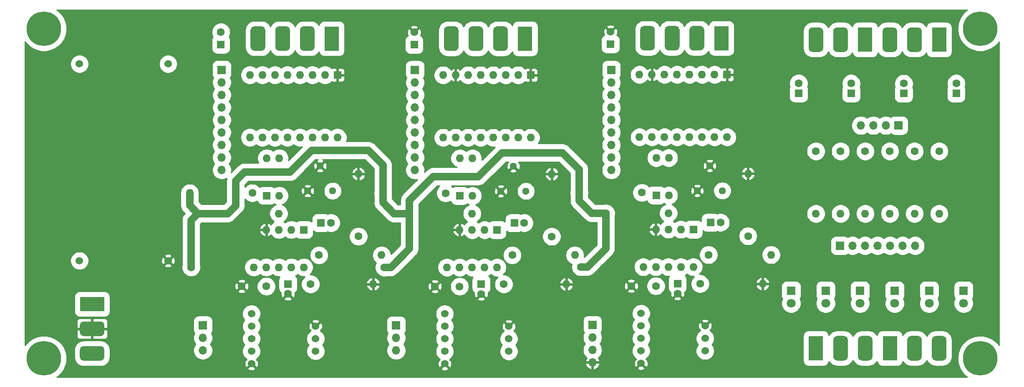
<source format=gbr>
%TF.GenerationSoftware,KiCad,Pcbnew,(5.1.9)-1*%
%TF.CreationDate,2021-04-02T10:28:52-03:00*%
%TF.ProjectId,BTIBR-PCB,42544942-522d-4504-9342-2e6b69636164,rev?*%
%TF.SameCoordinates,Original*%
%TF.FileFunction,Copper,L1,Top*%
%TF.FilePolarity,Positive*%
%FSLAX46Y46*%
G04 Gerber Fmt 4.6, Leading zero omitted, Abs format (unit mm)*
G04 Created by KiCad (PCBNEW (5.1.9)-1) date 2021-04-02 10:28:52*
%MOMM*%
%LPD*%
G01*
G04 APERTURE LIST*
%TA.AperFunction,ComponentPad*%
%ADD10R,1.600000X1.600000*%
%TD*%
%TA.AperFunction,ComponentPad*%
%ADD11O,1.600000X1.600000*%
%TD*%
%TA.AperFunction,ComponentPad*%
%ADD12C,1.524000*%
%TD*%
%TA.AperFunction,ComponentPad*%
%ADD13C,1.440000*%
%TD*%
%TA.AperFunction,ComponentPad*%
%ADD14C,1.600000*%
%TD*%
%TA.AperFunction,ComponentPad*%
%ADD15R,3.000000X5.000000*%
%TD*%
%TA.AperFunction,ComponentPad*%
%ADD16C,1.800000*%
%TD*%
%TA.AperFunction,ComponentPad*%
%ADD17R,1.800000X1.800000*%
%TD*%
%TA.AperFunction,ComponentPad*%
%ADD18O,1.700000X1.700000*%
%TD*%
%TA.AperFunction,ComponentPad*%
%ADD19R,1.700000X1.700000*%
%TD*%
%TA.AperFunction,ComponentPad*%
%ADD20R,5.000000X3.000000*%
%TD*%
%TA.AperFunction,ViaPad*%
%ADD21C,7.000000*%
%TD*%
%TA.AperFunction,Conductor*%
%ADD22C,1.500000*%
%TD*%
%TA.AperFunction,Conductor*%
%ADD23C,0.254000*%
%TD*%
%TA.AperFunction,Conductor*%
%ADD24C,0.150000*%
%TD*%
G04 APERTURE END LIST*
D10*
%TO.P,U13,1*%
%TO.N,GND*%
X114580000Y-64412000D03*
D11*
%TO.P,U13,9*%
%TO.N,Net-(J13-Pad7)*%
X96800000Y-77112000D03*
%TO.P,U13,2*%
%TO.N,Net-(J13-Pad1)*%
X112040000Y-64412000D03*
%TO.P,U13,10*%
%TO.N,Net-(J13-Pad8)*%
X99340000Y-77112000D03*
%TO.P,U13,3*%
%TO.N,Net-(J14-Pad1)*%
X109500000Y-64412000D03*
%TO.P,U13,11*%
%TO.N,Net-(J13-Pad6)*%
X101880000Y-77112000D03*
%TO.P,U13,4*%
%TO.N,Net-(J14-Pad2)*%
X106960000Y-64412000D03*
%TO.P,U13,12*%
%TO.N,Net-(J13-Pad5)*%
X104420000Y-77112000D03*
%TO.P,U13,5*%
%TO.N,Net-(J14-Pad3)*%
X104420000Y-64412000D03*
%TO.P,U13,13*%
%TO.N,Net-(J13-Pad4)*%
X106960000Y-77112000D03*
%TO.P,U13,6*%
%TO.N,Net-(J14-Pad4)*%
X101880000Y-64412000D03*
%TO.P,U13,14*%
%TO.N,Net-(J13-Pad3)*%
X109500000Y-77112000D03*
%TO.P,U13,7*%
%TO.N,GND1*%
X99340000Y-64412000D03*
%TO.P,U13,15*%
%TO.N,M3_CLK*%
X112040000Y-77112000D03*
%TO.P,U13,8*%
%TO.N,+8V*%
X96800000Y-64412000D03*
%TO.P,U13,16*%
%TO.N,Net-(J13-Pad2)*%
X114580000Y-77112000D03*
%TD*%
D12*
%TO.P,U11,5*%
%TO.N,GND*%
X97130000Y-123082000D03*
%TO.P,U11,1*%
%TO.N,+5V*%
X97130000Y-112922000D03*
%TO.P,U11,2*%
%TO.N,Net-(J11-Pad1)*%
X97130000Y-115462000D03*
%TO.P,U11,6*%
%TO.N,GND*%
X110130000Y-115462000D03*
%TO.P,U11,3*%
%TO.N,Net-(J11-Pad2)*%
X97130000Y-118002000D03*
%TO.P,U11,4*%
%TO.N,Net-(J11-Pad3)*%
X97130000Y-120542000D03*
%TO.P,U11,7*%
%TO.N,Net-(C15-Pad1)*%
X110130000Y-118002000D03*
%TO.P,U11,8*%
%TO.N,+5V*%
X110130000Y-120542000D03*
%TD*%
%TO.P,U2,5*%
%TO.N,GND*%
X176172000Y-123012000D03*
%TO.P,U2,1*%
%TO.N,+5V*%
X176172000Y-112852000D03*
%TO.P,U2,2*%
%TO.N,Net-(J2-Pad1)*%
X176172000Y-115392000D03*
%TO.P,U2,6*%
%TO.N,GND*%
X189172000Y-115392000D03*
%TO.P,U2,3*%
%TO.N,Net-(J2-Pad2)*%
X176172000Y-117932000D03*
%TO.P,U2,4*%
%TO.N,Net-(J2-Pad3)*%
X176172000Y-120472000D03*
%TO.P,U2,7*%
%TO.N,Net-(C3-Pad1)*%
X189172000Y-117932000D03*
%TO.P,U2,8*%
%TO.N,+5V*%
X189172000Y-120472000D03*
%TD*%
%TO.P,U7,5*%
%TO.N,GND*%
X136342000Y-123102000D03*
%TO.P,U7,1*%
%TO.N,+5V*%
X136342000Y-112942000D03*
%TO.P,U7,2*%
%TO.N,Net-(J5-Pad1)*%
X136342000Y-115482000D03*
%TO.P,U7,6*%
%TO.N,GND*%
X149342000Y-115482000D03*
%TO.P,U7,3*%
%TO.N,Net-(J5-Pad2)*%
X136342000Y-118022000D03*
%TO.P,U7,4*%
%TO.N,Net-(J5-Pad3)*%
X136342000Y-120562000D03*
%TO.P,U7,7*%
%TO.N,Net-(C11-Pad1)*%
X149342000Y-118022000D03*
%TO.P,U7,8*%
%TO.N,+5V*%
X149342000Y-120562000D03*
%TD*%
D13*
%TO.P,RV2,1*%
%TO.N,Net-(RV2-Pad1)*%
X152822000Y-88002000D03*
%TO.P,RV2,2*%
%TO.N,GND*%
X150282000Y-82922000D03*
%TO.P,RV2,3*%
X147742000Y-88002000D03*
%TD*%
D11*
%TO.P,R7,2*%
%TO.N,+5V*%
X123802000Y-88412000D03*
D14*
%TO.P,R7,1*%
%TO.N,Net-(R7-Pad1)*%
X136502000Y-88412000D03*
%TD*%
%TO.P,R8,1*%
%TO.N,+5V*%
X124092000Y-103502000D03*
D11*
%TO.P,R8,2*%
%TO.N,Net-(C12-Pad1)*%
X136792000Y-103502000D03*
%TD*%
D14*
%TO.P,R12,1*%
%TO.N,Net-(C9-Pad2)*%
X158042000Y-97232000D03*
D11*
%TO.P,R12,2*%
%TO.N,GND*%
X158042000Y-84532000D03*
%TD*%
D14*
%TO.P,R9,1*%
%TO.N,+5V*%
X129192000Y-92582000D03*
D11*
%TO.P,R9,2*%
%TO.N,Net-(R9-Pad2)*%
X141892000Y-92582000D03*
%TD*%
D10*
%TO.P,U6,1*%
%TO.N,Net-(R7-Pad1)*%
X139422000Y-88952000D03*
D11*
%TO.P,U6,3*%
%TO.N,M2_CLK*%
X141962000Y-81332000D03*
%TO.P,U6,2*%
%TO.N,Net-(R9-Pad2)*%
X141962000Y-88952000D03*
%TO.P,U6,4*%
%TO.N,M2_STEP*%
X139422000Y-81332000D03*
%TD*%
%TO.P,R11,2*%
%TO.N,GND*%
X161022000Y-106932000D03*
D14*
%TO.P,R11,1*%
%TO.N,Net-(C11-Pad1)*%
X148322000Y-106932000D03*
%TD*%
D11*
%TO.P,R10,2*%
%TO.N,Net-(C9-Pad2)*%
X162732000Y-101022000D03*
D14*
%TO.P,R10,1*%
%TO.N,Net-(C9-Pad1)*%
X150032000Y-101022000D03*
%TD*%
D10*
%TO.P,U8,1*%
%TO.N,Net-(C9-Pad1)*%
X146972000Y-95882000D03*
D11*
%TO.P,U8,5*%
%TO.N,Net-(C12-Pad1)*%
X139352000Y-103502000D03*
%TO.P,U8,2*%
%TO.N,Net-(RV2-Pad1)*%
X144432000Y-95882000D03*
%TO.P,U8,6*%
%TO.N,Net-(C9-Pad1)*%
X141892000Y-103502000D03*
%TO.P,U8,3*%
%TO.N,Net-(R9-Pad2)*%
X141892000Y-95882000D03*
%TO.P,U8,7*%
%TO.N,Net-(C11-Pad1)*%
X144432000Y-103502000D03*
%TO.P,U8,4*%
%TO.N,GND*%
X139352000Y-95882000D03*
%TO.P,U8,8*%
%TO.N,+5V*%
X146972000Y-103502000D03*
%TD*%
D10*
%TO.P,U9,1*%
%TO.N,GND*%
X153792000Y-64432000D03*
D11*
%TO.P,U9,9*%
%TO.N,Net-(J8-Pad7)*%
X136012000Y-77132000D03*
%TO.P,U9,2*%
%TO.N,Net-(J8-Pad1)*%
X151252000Y-64432000D03*
%TO.P,U9,10*%
%TO.N,Net-(J8-Pad8)*%
X138552000Y-77132000D03*
%TO.P,U9,3*%
%TO.N,Net-(J9-Pad1)*%
X148712000Y-64432000D03*
%TO.P,U9,11*%
%TO.N,Net-(J8-Pad6)*%
X141092000Y-77132000D03*
%TO.P,U9,4*%
%TO.N,Net-(J9-Pad2)*%
X146172000Y-64432000D03*
%TO.P,U9,12*%
%TO.N,Net-(J8-Pad5)*%
X143632000Y-77132000D03*
%TO.P,U9,5*%
%TO.N,Net-(J9-Pad3)*%
X143632000Y-64432000D03*
%TO.P,U9,13*%
%TO.N,Net-(J8-Pad4)*%
X146172000Y-77132000D03*
%TO.P,U9,6*%
%TO.N,Net-(J9-Pad4)*%
X141092000Y-64432000D03*
%TO.P,U9,14*%
%TO.N,Net-(J8-Pad3)*%
X148712000Y-77132000D03*
%TO.P,U9,7*%
%TO.N,GND*%
X138552000Y-64432000D03*
%TO.P,U9,15*%
%TO.N,M2_CLK*%
X151252000Y-77132000D03*
%TO.P,U9,8*%
%TO.N,+12V*%
X136012000Y-64432000D03*
%TO.P,U9,16*%
%TO.N,Net-(J8-Pad2)*%
X153792000Y-77132000D03*
%TD*%
D15*
%TO.P,J9,1*%
%TO.N,Net-(J9-Pad1)*%
X152652000Y-57022000D03*
%TO.P,J9,2*%
%TO.N,Net-(J9-Pad2)*%
%TA.AperFunction,ComponentPad*%
G36*
G01*
X149152000Y-55272000D02*
X149152000Y-58772000D01*
G75*
G02*
X148402000Y-59522000I-750000J0D01*
G01*
X146902000Y-59522000D01*
G75*
G02*
X146152000Y-58772000I0J750000D01*
G01*
X146152000Y-55272000D01*
G75*
G02*
X146902000Y-54522000I750000J0D01*
G01*
X148402000Y-54522000D01*
G75*
G02*
X149152000Y-55272000I0J-750000D01*
G01*
G37*
%TD.AperFunction*%
%TO.P,J9,3*%
%TO.N,Net-(J9-Pad3)*%
%TA.AperFunction,ComponentPad*%
G36*
G01*
X144152000Y-55272000D02*
X144152000Y-58772000D01*
G75*
G02*
X143402000Y-59522000I-750000J0D01*
G01*
X141902000Y-59522000D01*
G75*
G02*
X141152000Y-58772000I0J750000D01*
G01*
X141152000Y-55272000D01*
G75*
G02*
X141902000Y-54522000I750000J0D01*
G01*
X143402000Y-54522000D01*
G75*
G02*
X144152000Y-55272000I0J-750000D01*
G01*
G37*
%TD.AperFunction*%
%TO.P,J9,4*%
%TO.N,Net-(J9-Pad4)*%
%TA.AperFunction,ComponentPad*%
G36*
G01*
X139152000Y-55272000D02*
X139152000Y-58772000D01*
G75*
G02*
X138402000Y-59522000I-750000J0D01*
G01*
X136902000Y-59522000D01*
G75*
G02*
X136152000Y-58772000I0J750000D01*
G01*
X136152000Y-55272000D01*
G75*
G02*
X136902000Y-54522000I750000J0D01*
G01*
X138402000Y-54522000D01*
G75*
G02*
X139152000Y-55272000I0J-750000D01*
G01*
G37*
%TD.AperFunction*%
%TD*%
D14*
%TO.P,C11,2*%
%TO.N,GND*%
X143742000Y-108912000D03*
D10*
%TO.P,C11,1*%
%TO.N,Net-(C11-Pad1)*%
X143742000Y-106912000D03*
%TD*%
D14*
%TO.P,C12,1*%
%TO.N,Net-(C12-Pad1)*%
X139352000Y-107382000D03*
%TO.P,C12,2*%
%TO.N,GND*%
X134352000Y-107382000D03*
%TD*%
%TO.P,C9,2*%
%TO.N,Net-(C9-Pad2)*%
X152462000Y-94482000D03*
D10*
%TO.P,C9,1*%
%TO.N,Net-(C9-Pad1)*%
X150462000Y-94482000D03*
%TD*%
%TO.P,C5,1*%
%TO.N,+12V*%
X130142000Y-58222000D03*
D14*
%TO.P,C5,2*%
%TO.N,GND*%
X130142000Y-55722000D03*
%TD*%
D13*
%TO.P,RV1,1*%
%TO.N,Net-(RV1-Pad1)*%
X192652000Y-87912000D03*
%TO.P,RV1,2*%
%TO.N,GND*%
X190112000Y-82832000D03*
%TO.P,RV1,3*%
X187572000Y-87912000D03*
%TD*%
D10*
%TO.P,C1,1*%
%TO.N,+12V*%
X169972000Y-58132000D03*
D14*
%TO.P,C1,2*%
%TO.N,GND*%
X169972000Y-55632000D03*
%TD*%
D10*
%TO.P,C2,1*%
%TO.N,Net-(C2-Pad1)*%
X190292000Y-94392000D03*
D14*
%TO.P,C2,2*%
%TO.N,Net-(C2-Pad2)*%
X192292000Y-94392000D03*
%TD*%
D10*
%TO.P,C3,1*%
%TO.N,Net-(C3-Pad1)*%
X183572000Y-106822000D03*
D14*
%TO.P,C3,2*%
%TO.N,GND*%
X183572000Y-108822000D03*
%TD*%
%TO.P,C4,1*%
%TO.N,Net-(C4-Pad1)*%
X179182000Y-107292000D03*
%TO.P,C4,2*%
%TO.N,GND*%
X174182000Y-107292000D03*
%TD*%
D10*
%TO.P,C6,1*%
%TO.N,Net-(C6-Pad1)*%
X208150000Y-68110000D03*
D14*
%TO.P,C6,2*%
%TO.N,Net-(C6-Pad2)*%
X208150000Y-66110000D03*
%TD*%
D10*
%TO.P,C7,1*%
%TO.N,Net-(C7-Pad1)*%
X218800000Y-68120000D03*
D14*
%TO.P,C7,2*%
%TO.N,Net-(C7-Pad2)*%
X218800000Y-66120000D03*
%TD*%
%TO.P,C8,2*%
%TO.N,Net-(C8-Pad2)*%
X229470000Y-66130000D03*
D10*
%TO.P,C8,1*%
%TO.N,Net-(C7-Pad1)*%
X229470000Y-68130000D03*
%TD*%
%TO.P,C10,1*%
%TO.N,Net-(C10-Pad1)*%
X240120000Y-68120000D03*
D14*
%TO.P,C10,2*%
%TO.N,Net-(C10-Pad2)*%
X240120000Y-66120000D03*
%TD*%
D10*
%TO.P,C13,1*%
%TO.N,+8V*%
X90930000Y-58202000D03*
D14*
%TO.P,C13,2*%
%TO.N,GND1*%
X90930000Y-55702000D03*
%TD*%
D16*
%TO.P,D1,2*%
%TO.N,Net-(D1-Pad2)*%
X206620000Y-110810000D03*
D17*
%TO.P,D1,1*%
%TO.N,FDC1*%
X206620000Y-108270000D03*
%TD*%
D16*
%TO.P,D2,2*%
%TO.N,Net-(D2-Pad2)*%
X213620000Y-110810000D03*
D17*
%TO.P,D2,1*%
%TO.N,FDC2*%
X213620000Y-108270000D03*
%TD*%
%TO.P,D3,1*%
%TO.N,FDC3*%
X220620000Y-108270000D03*
D16*
%TO.P,D3,2*%
%TO.N,Net-(D3-Pad2)*%
X220620000Y-110810000D03*
%TD*%
%TO.P,D4,2*%
%TO.N,Net-(D4-Pad2)*%
X227620000Y-110810000D03*
D17*
%TO.P,D4,1*%
%TO.N,FDC4*%
X227620000Y-108270000D03*
%TD*%
%TO.P,D5,1*%
%TO.N,FDC5*%
X234620000Y-108270000D03*
D16*
%TO.P,D5,2*%
%TO.N,Net-(D5-Pad2)*%
X234620000Y-110810000D03*
%TD*%
D17*
%TO.P,D6,1*%
%TO.N,FDC6*%
X241620000Y-108270000D03*
D16*
%TO.P,D6,2*%
%TO.N,Net-(D6-Pad2)*%
X241620000Y-110810000D03*
%TD*%
D18*
%TO.P,J7,4*%
%TO.N,Net-(C6-Pad1)*%
X220790000Y-74660000D03*
%TO.P,J7,3*%
%TO.N,Net-(C7-Pad1)*%
X223330000Y-74660000D03*
%TO.P,J7,2*%
%TO.N,Net-(J10-Pad2)*%
X225870000Y-74660000D03*
D19*
%TO.P,J7,1*%
%TO.N,Net-(C10-Pad1)*%
X228410000Y-74660000D03*
%TD*%
%TO.P,J15,1*%
%TO.N,FDC1*%
X216540000Y-99100000D03*
D18*
%TO.P,J15,2*%
%TO.N,FDC2*%
X219080000Y-99100000D03*
%TO.P,J15,3*%
%TO.N,FDC3*%
X221620000Y-99100000D03*
%TO.P,J15,4*%
%TO.N,FDC4*%
X224160000Y-99100000D03*
%TO.P,J15,5*%
%TO.N,FDC5*%
X226700000Y-99100000D03*
%TO.P,J15,6*%
%TO.N,FDC6*%
X229240000Y-99100000D03*
%TO.P,J15,7*%
%TO.N,FDC-GND*%
X231780000Y-99100000D03*
%TD*%
D14*
%TO.P,R14,1*%
%TO.N,FDC-GND*%
X211650000Y-79900000D03*
D11*
%TO.P,R14,2*%
%TO.N,FDC1*%
X211650000Y-92600000D03*
%TD*%
%TO.P,R1,2*%
%TO.N,+5V*%
X163632000Y-88322000D03*
D14*
%TO.P,R1,1*%
%TO.N,Net-(R1-Pad1)*%
X176332000Y-88322000D03*
%TD*%
%TO.P,R2,1*%
%TO.N,+5V*%
X163922000Y-103412000D03*
D11*
%TO.P,R2,2*%
%TO.N,Net-(C4-Pad1)*%
X176622000Y-103412000D03*
%TD*%
D14*
%TO.P,R3,1*%
%TO.N,+5V*%
X169022000Y-92492000D03*
D11*
%TO.P,R3,2*%
%TO.N,Net-(R3-Pad2)*%
X181722000Y-92492000D03*
%TD*%
%TO.P,R4,2*%
%TO.N,Net-(C2-Pad2)*%
X202562000Y-100952000D03*
D14*
%TO.P,R4,1*%
%TO.N,Net-(C2-Pad1)*%
X189862000Y-100952000D03*
%TD*%
D11*
%TO.P,R5,2*%
%TO.N,GND*%
X200852000Y-106842000D03*
D14*
%TO.P,R5,1*%
%TO.N,Net-(C3-Pad1)*%
X188152000Y-106842000D03*
%TD*%
%TO.P,R6,1*%
%TO.N,Net-(C2-Pad2)*%
X197872000Y-97142000D03*
D11*
%TO.P,R6,2*%
%TO.N,GND*%
X197872000Y-84442000D03*
%TD*%
%TO.P,R17,2*%
%TO.N,FDC2*%
X216650000Y-92600000D03*
D14*
%TO.P,R17,1*%
%TO.N,FDC-GND*%
X216650000Y-79900000D03*
%TD*%
%TO.P,R19,1*%
%TO.N,FDC-GND*%
X221650000Y-79900000D03*
D11*
%TO.P,R19,2*%
%TO.N,FDC3*%
X221650000Y-92600000D03*
%TD*%
%TO.P,R22,2*%
%TO.N,FDC4*%
X226650000Y-92600000D03*
D14*
%TO.P,R22,1*%
%TO.N,FDC-GND*%
X226650000Y-79900000D03*
%TD*%
%TO.P,R23,1*%
%TO.N,FDC-GND*%
X231650000Y-79900000D03*
D11*
%TO.P,R23,2*%
%TO.N,FDC5*%
X231650000Y-92600000D03*
%TD*%
%TO.P,R24,2*%
%TO.N,FDC6*%
X236650000Y-92600000D03*
D14*
%TO.P,R24,1*%
%TO.N,FDC-GND*%
X236650000Y-79900000D03*
%TD*%
D10*
%TO.P,U1,1*%
%TO.N,Net-(R1-Pad1)*%
X179252000Y-88862000D03*
D11*
%TO.P,U1,3*%
%TO.N,M1_CLK*%
X181792000Y-81242000D03*
%TO.P,U1,2*%
%TO.N,Net-(R3-Pad2)*%
X181792000Y-88862000D03*
%TO.P,U1,4*%
%TO.N,M1_STEP*%
X179252000Y-81242000D03*
%TD*%
%TO.P,U3,8*%
%TO.N,+5V*%
X186802000Y-103412000D03*
%TO.P,U3,4*%
%TO.N,GND*%
X179182000Y-95792000D03*
%TO.P,U3,7*%
%TO.N,Net-(C3-Pad1)*%
X184262000Y-103412000D03*
%TO.P,U3,3*%
%TO.N,Net-(R3-Pad2)*%
X181722000Y-95792000D03*
%TO.P,U3,6*%
%TO.N,Net-(C2-Pad1)*%
X181722000Y-103412000D03*
%TO.P,U3,2*%
%TO.N,Net-(RV1-Pad1)*%
X184262000Y-95792000D03*
%TO.P,U3,5*%
%TO.N,Net-(C4-Pad1)*%
X179182000Y-103412000D03*
D10*
%TO.P,U3,1*%
%TO.N,Net-(C2-Pad1)*%
X186802000Y-95792000D03*
%TD*%
D15*
%TO.P,J4,1*%
%TO.N,Net-(J4-Pad1)*%
X192482000Y-56932000D03*
%TO.P,J4,2*%
%TO.N,Net-(J4-Pad2)*%
%TA.AperFunction,ComponentPad*%
G36*
G01*
X188982000Y-55182000D02*
X188982000Y-58682000D01*
G75*
G02*
X188232000Y-59432000I-750000J0D01*
G01*
X186732000Y-59432000D01*
G75*
G02*
X185982000Y-58682000I0J750000D01*
G01*
X185982000Y-55182000D01*
G75*
G02*
X186732000Y-54432000I750000J0D01*
G01*
X188232000Y-54432000D01*
G75*
G02*
X188982000Y-55182000I0J-750000D01*
G01*
G37*
%TD.AperFunction*%
%TO.P,J4,3*%
%TO.N,Net-(J4-Pad3)*%
%TA.AperFunction,ComponentPad*%
G36*
G01*
X183982000Y-55182000D02*
X183982000Y-58682000D01*
G75*
G02*
X183232000Y-59432000I-750000J0D01*
G01*
X181732000Y-59432000D01*
G75*
G02*
X180982000Y-58682000I0J750000D01*
G01*
X180982000Y-55182000D01*
G75*
G02*
X181732000Y-54432000I750000J0D01*
G01*
X183232000Y-54432000D01*
G75*
G02*
X183982000Y-55182000I0J-750000D01*
G01*
G37*
%TD.AperFunction*%
%TO.P,J4,4*%
%TO.N,Net-(J4-Pad4)*%
%TA.AperFunction,ComponentPad*%
G36*
G01*
X178982000Y-55182000D02*
X178982000Y-58682000D01*
G75*
G02*
X178232000Y-59432000I-750000J0D01*
G01*
X176732000Y-59432000D01*
G75*
G02*
X175982000Y-58682000I0J750000D01*
G01*
X175982000Y-55182000D01*
G75*
G02*
X176732000Y-54432000I750000J0D01*
G01*
X178232000Y-54432000D01*
G75*
G02*
X178982000Y-55182000I0J-750000D01*
G01*
G37*
%TD.AperFunction*%
%TD*%
%TO.P,J6,3*%
%TO.N,Net-(C6-Pad2)*%
%TA.AperFunction,ComponentPad*%
G36*
G01*
X213150000Y-55480000D02*
X213150000Y-58980000D01*
G75*
G02*
X212400000Y-59730000I-750000J0D01*
G01*
X210900000Y-59730000D01*
G75*
G02*
X210150000Y-58980000I0J750000D01*
G01*
X210150000Y-55480000D01*
G75*
G02*
X210900000Y-54730000I750000J0D01*
G01*
X212400000Y-54730000D01*
G75*
G02*
X213150000Y-55480000I0J-750000D01*
G01*
G37*
%TD.AperFunction*%
%TO.P,J6,2*%
%TO.N,Net-(C7-Pad2)*%
%TA.AperFunction,ComponentPad*%
G36*
G01*
X218150000Y-55480000D02*
X218150000Y-58980000D01*
G75*
G02*
X217400000Y-59730000I-750000J0D01*
G01*
X215900000Y-59730000D01*
G75*
G02*
X215150000Y-58980000I0J750000D01*
G01*
X215150000Y-55480000D01*
G75*
G02*
X215900000Y-54730000I750000J0D01*
G01*
X217400000Y-54730000D01*
G75*
G02*
X218150000Y-55480000I0J-750000D01*
G01*
G37*
%TD.AperFunction*%
%TO.P,J6,1*%
%TO.N,Net-(C8-Pad2)*%
X221650000Y-57230000D03*
%TD*%
%TO.P,J10,1*%
%TO.N,Net-(C10-Pad2)*%
X236650000Y-57230000D03*
%TO.P,J10,2*%
%TO.N,Net-(J10-Pad2)*%
%TA.AperFunction,ComponentPad*%
G36*
G01*
X233150000Y-55480000D02*
X233150000Y-58980000D01*
G75*
G02*
X232400000Y-59730000I-750000J0D01*
G01*
X230900000Y-59730000D01*
G75*
G02*
X230150000Y-58980000I0J750000D01*
G01*
X230150000Y-55480000D01*
G75*
G02*
X230900000Y-54730000I750000J0D01*
G01*
X232400000Y-54730000D01*
G75*
G02*
X233150000Y-55480000I0J-750000D01*
G01*
G37*
%TD.AperFunction*%
%TO.P,J10,3*%
%TA.AperFunction,ComponentPad*%
G36*
G01*
X228150000Y-55480000D02*
X228150000Y-58980000D01*
G75*
G02*
X227400000Y-59730000I-750000J0D01*
G01*
X225900000Y-59730000D01*
G75*
G02*
X225150000Y-58980000I0J750000D01*
G01*
X225150000Y-55480000D01*
G75*
G02*
X225900000Y-54730000I750000J0D01*
G01*
X227400000Y-54730000D01*
G75*
G02*
X228150000Y-55480000I0J-750000D01*
G01*
G37*
%TD.AperFunction*%
%TD*%
%TO.P,J12,3*%
%TO.N,Net-(D3-Pad2)*%
%TA.AperFunction,ComponentPad*%
G36*
G01*
X220160000Y-121700000D02*
X220160000Y-118200000D01*
G75*
G02*
X220910000Y-117450000I750000J0D01*
G01*
X222410000Y-117450000D01*
G75*
G02*
X223160000Y-118200000I0J-750000D01*
G01*
X223160000Y-121700000D01*
G75*
G02*
X222410000Y-122450000I-750000J0D01*
G01*
X220910000Y-122450000D01*
G75*
G02*
X220160000Y-121700000I0J750000D01*
G01*
G37*
%TD.AperFunction*%
%TO.P,J12,2*%
%TO.N,Net-(D2-Pad2)*%
%TA.AperFunction,ComponentPad*%
G36*
G01*
X215160000Y-121700000D02*
X215160000Y-118200000D01*
G75*
G02*
X215910000Y-117450000I750000J0D01*
G01*
X217410000Y-117450000D01*
G75*
G02*
X218160000Y-118200000I0J-750000D01*
G01*
X218160000Y-121700000D01*
G75*
G02*
X217410000Y-122450000I-750000J0D01*
G01*
X215910000Y-122450000D01*
G75*
G02*
X215160000Y-121700000I0J750000D01*
G01*
G37*
%TD.AperFunction*%
%TO.P,J12,1*%
%TO.N,Net-(D1-Pad2)*%
X211660000Y-119950000D03*
%TD*%
%TO.P,J14,1*%
%TO.N,Net-(J14-Pad1)*%
X113440000Y-57002000D03*
%TO.P,J14,2*%
%TO.N,Net-(J14-Pad2)*%
%TA.AperFunction,ComponentPad*%
G36*
G01*
X109940000Y-55252000D02*
X109940000Y-58752000D01*
G75*
G02*
X109190000Y-59502000I-750000J0D01*
G01*
X107690000Y-59502000D01*
G75*
G02*
X106940000Y-58752000I0J750000D01*
G01*
X106940000Y-55252000D01*
G75*
G02*
X107690000Y-54502000I750000J0D01*
G01*
X109190000Y-54502000D01*
G75*
G02*
X109940000Y-55252000I0J-750000D01*
G01*
G37*
%TD.AperFunction*%
%TO.P,J14,3*%
%TO.N,Net-(J14-Pad3)*%
%TA.AperFunction,ComponentPad*%
G36*
G01*
X104940000Y-55252000D02*
X104940000Y-58752000D01*
G75*
G02*
X104190000Y-59502000I-750000J0D01*
G01*
X102690000Y-59502000D01*
G75*
G02*
X101940000Y-58752000I0J750000D01*
G01*
X101940000Y-55252000D01*
G75*
G02*
X102690000Y-54502000I750000J0D01*
G01*
X104190000Y-54502000D01*
G75*
G02*
X104940000Y-55252000I0J-750000D01*
G01*
G37*
%TD.AperFunction*%
%TO.P,J14,4*%
%TO.N,Net-(J14-Pad4)*%
%TA.AperFunction,ComponentPad*%
G36*
G01*
X99940000Y-55252000D02*
X99940000Y-58752000D01*
G75*
G02*
X99190000Y-59502000I-750000J0D01*
G01*
X97690000Y-59502000D01*
G75*
G02*
X96940000Y-58752000I0J750000D01*
G01*
X96940000Y-55252000D01*
G75*
G02*
X97690000Y-54502000I750000J0D01*
G01*
X99190000Y-54502000D01*
G75*
G02*
X99940000Y-55252000I0J-750000D01*
G01*
G37*
%TD.AperFunction*%
%TD*%
%TO.P,J16,1*%
%TO.N,Net-(D4-Pad2)*%
X226660000Y-119950000D03*
%TO.P,J16,2*%
%TO.N,Net-(D5-Pad2)*%
%TA.AperFunction,ComponentPad*%
G36*
G01*
X230160000Y-121700000D02*
X230160000Y-118200000D01*
G75*
G02*
X230910000Y-117450000I750000J0D01*
G01*
X232410000Y-117450000D01*
G75*
G02*
X233160000Y-118200000I0J-750000D01*
G01*
X233160000Y-121700000D01*
G75*
G02*
X232410000Y-122450000I-750000J0D01*
G01*
X230910000Y-122450000D01*
G75*
G02*
X230160000Y-121700000I0J750000D01*
G01*
G37*
%TD.AperFunction*%
%TO.P,J16,3*%
%TO.N,Net-(D6-Pad2)*%
%TA.AperFunction,ComponentPad*%
G36*
G01*
X235160000Y-121700000D02*
X235160000Y-118200000D01*
G75*
G02*
X235910000Y-117450000I750000J0D01*
G01*
X237410000Y-117450000D01*
G75*
G02*
X238160000Y-118200000I0J-750000D01*
G01*
X238160000Y-121700000D01*
G75*
G02*
X237410000Y-122450000I-750000J0D01*
G01*
X235910000Y-122450000D01*
G75*
G02*
X235160000Y-121700000I0J750000D01*
G01*
G37*
%TD.AperFunction*%
%TD*%
D20*
%TO.P,J1,1*%
%TO.N,+12V*%
X64790000Y-110990000D03*
%TO.P,J1,2*%
%TO.N,GND*%
%TA.AperFunction,ComponentPad*%
G36*
G01*
X63040000Y-114490000D02*
X66540000Y-114490000D01*
G75*
G02*
X67290000Y-115240000I0J-750000D01*
G01*
X67290000Y-116740000D01*
G75*
G02*
X66540000Y-117490000I-750000J0D01*
G01*
X63040000Y-117490000D01*
G75*
G02*
X62290000Y-116740000I0J750000D01*
G01*
X62290000Y-115240000D01*
G75*
G02*
X63040000Y-114490000I750000J0D01*
G01*
G37*
%TD.AperFunction*%
%TO.P,J1,3*%
%TO.N,+5V*%
%TA.AperFunction,ComponentPad*%
G36*
G01*
X63040000Y-119490000D02*
X66540000Y-119490000D01*
G75*
G02*
X67290000Y-120240000I0J-750000D01*
G01*
X67290000Y-121740000D01*
G75*
G02*
X66540000Y-122490000I-750000J0D01*
G01*
X63040000Y-122490000D01*
G75*
G02*
X62290000Y-121740000I0J750000D01*
G01*
X62290000Y-120240000D01*
G75*
G02*
X63040000Y-119490000I750000J0D01*
G01*
G37*
%TD.AperFunction*%
%TD*%
D10*
%TO.P,U4,1*%
%TO.N,GND*%
X193622000Y-64342000D03*
D11*
%TO.P,U4,9*%
%TO.N,Net-(J3-Pad7)*%
X175842000Y-77042000D03*
%TO.P,U4,2*%
%TO.N,Net-(J3-Pad1)*%
X191082000Y-64342000D03*
%TO.P,U4,10*%
%TO.N,Net-(J3-Pad8)*%
X178382000Y-77042000D03*
%TO.P,U4,3*%
%TO.N,Net-(J4-Pad1)*%
X188542000Y-64342000D03*
%TO.P,U4,11*%
%TO.N,Net-(J3-Pad6)*%
X180922000Y-77042000D03*
%TO.P,U4,4*%
%TO.N,Net-(J4-Pad2)*%
X186002000Y-64342000D03*
%TO.P,U4,12*%
%TO.N,Net-(J3-Pad5)*%
X183462000Y-77042000D03*
%TO.P,U4,5*%
%TO.N,Net-(J4-Pad3)*%
X183462000Y-64342000D03*
%TO.P,U4,13*%
%TO.N,Net-(J3-Pad4)*%
X186002000Y-77042000D03*
%TO.P,U4,6*%
%TO.N,Net-(J4-Pad4)*%
X180922000Y-64342000D03*
%TO.P,U4,14*%
%TO.N,Net-(J3-Pad3)*%
X188542000Y-77042000D03*
%TO.P,U4,7*%
%TO.N,GND*%
X178382000Y-64342000D03*
%TO.P,U4,15*%
%TO.N,M1_CLK*%
X191082000Y-77042000D03*
%TO.P,U4,8*%
%TO.N,+12V*%
X175842000Y-64342000D03*
%TO.P,U4,16*%
%TO.N,Net-(J3-Pad2)*%
X193622000Y-77042000D03*
%TD*%
D12*
%TO.P,U5,IN+*%
%TO.N,+12V*%
X62220000Y-102160000D03*
%TO.P,U5,IN-*%
%TO.N,GND*%
X80220000Y-102160000D03*
%TO.P,U5,OUT+*%
%TO.N,+8V*%
X62220000Y-62160000D03*
%TO.P,U5,OUT-*%
%TO.N,GND1*%
X80220000Y-62160000D03*
%TD*%
D14*
%TO.P,C14,2*%
%TO.N,Net-(C14-Pad2)*%
X113250000Y-94462000D03*
D10*
%TO.P,C14,1*%
%TO.N,Net-(C14-Pad1)*%
X111250000Y-94462000D03*
%TD*%
%TO.P,C15,1*%
%TO.N,Net-(C15-Pad1)*%
X104530000Y-106892000D03*
D14*
%TO.P,C15,2*%
%TO.N,GND*%
X104530000Y-108892000D03*
%TD*%
%TO.P,C16,2*%
%TO.N,GND*%
X95140000Y-107362000D03*
%TO.P,C16,1*%
%TO.N,Net-(C16-Pad1)*%
X100140000Y-107362000D03*
%TD*%
%TO.P,R13,1*%
%TO.N,Net-(R13-Pad1)*%
X97290000Y-88392000D03*
D11*
%TO.P,R13,2*%
%TO.N,+5V*%
X84590000Y-88392000D03*
%TD*%
D14*
%TO.P,R15,1*%
%TO.N,+5V*%
X84880000Y-103482000D03*
D11*
%TO.P,R15,2*%
%TO.N,Net-(C16-Pad1)*%
X97580000Y-103482000D03*
%TD*%
%TO.P,R16,2*%
%TO.N,Net-(R16-Pad2)*%
X102680000Y-92562000D03*
D14*
%TO.P,R16,1*%
%TO.N,+5V*%
X89980000Y-92562000D03*
%TD*%
D11*
%TO.P,R18,2*%
%TO.N,Net-(C14-Pad2)*%
X123520000Y-101022000D03*
D14*
%TO.P,R18,1*%
%TO.N,Net-(C14-Pad1)*%
X110820000Y-101022000D03*
%TD*%
D11*
%TO.P,R20,2*%
%TO.N,GND*%
X121810000Y-106912000D03*
D14*
%TO.P,R20,1*%
%TO.N,Net-(C15-Pad1)*%
X109110000Y-106912000D03*
%TD*%
%TO.P,R21,1*%
%TO.N,Net-(C14-Pad2)*%
X118830000Y-97212000D03*
D11*
%TO.P,R21,2*%
%TO.N,GND*%
X118830000Y-84512000D03*
%TD*%
D13*
%TO.P,RV3,1*%
%TO.N,Net-(RV3-Pad1)*%
X113610000Y-87982000D03*
%TO.P,RV3,2*%
%TO.N,GND*%
X111070000Y-82902000D03*
%TO.P,RV3,3*%
X108530000Y-87982000D03*
%TD*%
D11*
%TO.P,U10,4*%
%TO.N,M3_STEP*%
X100210000Y-81312000D03*
%TO.P,U10,2*%
%TO.N,Net-(R16-Pad2)*%
X102750000Y-88932000D03*
%TO.P,U10,3*%
%TO.N,M3_CLK*%
X102750000Y-81312000D03*
D10*
%TO.P,U10,1*%
%TO.N,Net-(R13-Pad1)*%
X100210000Y-88932000D03*
%TD*%
D11*
%TO.P,U12,8*%
%TO.N,+5V*%
X107760000Y-103482000D03*
%TO.P,U12,4*%
%TO.N,GND*%
X100140000Y-95862000D03*
%TO.P,U12,7*%
%TO.N,Net-(C15-Pad1)*%
X105220000Y-103482000D03*
%TO.P,U12,3*%
%TO.N,Net-(R16-Pad2)*%
X102680000Y-95862000D03*
%TO.P,U12,6*%
%TO.N,Net-(C14-Pad1)*%
X102680000Y-103482000D03*
%TO.P,U12,2*%
%TO.N,Net-(RV3-Pad1)*%
X105220000Y-95862000D03*
%TO.P,U12,5*%
%TO.N,Net-(C16-Pad1)*%
X100140000Y-103482000D03*
D10*
%TO.P,U12,1*%
%TO.N,Net-(C14-Pad1)*%
X107760000Y-95862000D03*
%TD*%
D19*
%TO.P,J5,1*%
%TO.N,Net-(J5-Pad1)*%
X126492000Y-115292000D03*
D18*
%TO.P,J5,2*%
%TO.N,Net-(J5-Pad2)*%
X126492000Y-117832000D03*
%TO.P,J5,3*%
%TO.N,Net-(J5-Pad3)*%
X126492000Y-120372000D03*
%TD*%
%TO.P,J8,9*%
%TO.N,M2_STEP*%
X130302000Y-83702000D03*
%TO.P,J8,8*%
%TO.N,Net-(J8-Pad8)*%
X130302000Y-81162000D03*
%TO.P,J8,7*%
%TO.N,Net-(J8-Pad7)*%
X130302000Y-78622000D03*
%TO.P,J8,6*%
%TO.N,Net-(J8-Pad6)*%
X130302000Y-76082000D03*
%TO.P,J8,5*%
%TO.N,Net-(J8-Pad5)*%
X130302000Y-73542000D03*
%TO.P,J8,4*%
%TO.N,Net-(J8-Pad4)*%
X130302000Y-71002000D03*
%TO.P,J8,3*%
%TO.N,Net-(J8-Pad3)*%
X130302000Y-68462000D03*
%TO.P,J8,2*%
%TO.N,Net-(J8-Pad2)*%
X130302000Y-65922000D03*
D19*
%TO.P,J8,1*%
%TO.N,Net-(J8-Pad1)*%
X130302000Y-63382000D03*
%TD*%
D18*
%TO.P,J11,3*%
%TO.N,Net-(J11-Pad3)*%
X87280000Y-120352000D03*
%TO.P,J11,2*%
%TO.N,Net-(J11-Pad2)*%
X87280000Y-117812000D03*
D19*
%TO.P,J11,1*%
%TO.N,Net-(J11-Pad1)*%
X87280000Y-115272000D03*
%TD*%
%TO.P,J13,1*%
%TO.N,Net-(J13-Pad1)*%
X91090000Y-63362000D03*
D18*
%TO.P,J13,2*%
%TO.N,Net-(J13-Pad2)*%
X91090000Y-65902000D03*
%TO.P,J13,3*%
%TO.N,Net-(J13-Pad3)*%
X91090000Y-68442000D03*
%TO.P,J13,4*%
%TO.N,Net-(J13-Pad4)*%
X91090000Y-70982000D03*
%TO.P,J13,5*%
%TO.N,Net-(J13-Pad5)*%
X91090000Y-73522000D03*
%TO.P,J13,6*%
%TO.N,Net-(J13-Pad6)*%
X91090000Y-76062000D03*
%TO.P,J13,7*%
%TO.N,Net-(J13-Pad7)*%
X91090000Y-78602000D03*
%TO.P,J13,8*%
%TO.N,Net-(J13-Pad8)*%
X91090000Y-81142000D03*
%TO.P,J13,9*%
%TO.N,M3_STEP*%
X91090000Y-83682000D03*
%TD*%
D19*
%TO.P,J2,1*%
%TO.N,Net-(J2-Pad1)*%
X166322000Y-115202000D03*
D18*
%TO.P,J2,2*%
%TO.N,Net-(J2-Pad2)*%
X166322000Y-117742000D03*
%TO.P,J2,3*%
%TO.N,Net-(J2-Pad3)*%
X166322000Y-120282000D03*
%TO.P,J2,4*%
%TO.N,GND*%
X166322000Y-122822000D03*
%TD*%
D19*
%TO.P,J3,1*%
%TO.N,Net-(J3-Pad1)*%
X170132000Y-63382000D03*
D18*
%TO.P,J3,2*%
%TO.N,Net-(J3-Pad2)*%
X170132000Y-65922000D03*
%TO.P,J3,3*%
%TO.N,Net-(J3-Pad3)*%
X170132000Y-68462000D03*
%TO.P,J3,4*%
%TO.N,Net-(J3-Pad4)*%
X170132000Y-71002000D03*
%TO.P,J3,5*%
%TO.N,Net-(J3-Pad5)*%
X170132000Y-73542000D03*
%TO.P,J3,6*%
%TO.N,Net-(J3-Pad6)*%
X170132000Y-76082000D03*
%TO.P,J3,7*%
%TO.N,Net-(J3-Pad7)*%
X170132000Y-78622000D03*
%TO.P,J3,8*%
%TO.N,Net-(J3-Pad8)*%
X170132000Y-81162000D03*
%TO.P,J3,9*%
%TO.N,M1_STEP*%
X170132000Y-83702000D03*
%TD*%
D21*
%TO.N,*%
X245000000Y-122000000D03*
X55000000Y-122000000D03*
X55000000Y-55000000D03*
X245000000Y-55000000D03*
%TD*%
D22*
%TO.N,+5V*%
X89980000Y-92562000D02*
X86252000Y-92562000D01*
X84590000Y-90900000D02*
X84590000Y-88392000D01*
X86252000Y-92562000D02*
X84590000Y-90900000D01*
X84880000Y-93934000D02*
X86252000Y-92562000D01*
X84880000Y-103482000D02*
X84880000Y-93934000D01*
X89980000Y-92562000D02*
X92298000Y-92562000D01*
X92298000Y-92562000D02*
X93900000Y-90960000D01*
X93900000Y-90960000D02*
X93900000Y-85950000D01*
X93900000Y-85950000D02*
X95710000Y-84140000D01*
X95710000Y-84140000D02*
X104930000Y-84140000D01*
X104930000Y-84140000D02*
X109320000Y-79750000D01*
X109320000Y-79750000D02*
X120850000Y-79750000D01*
X123802000Y-82702000D02*
X123802000Y-88412000D01*
X120850000Y-79750000D02*
X123802000Y-82702000D01*
X123802000Y-88412000D02*
X123802000Y-90352000D01*
X126032000Y-92582000D02*
X129192000Y-92582000D01*
X123802000Y-90352000D02*
X126032000Y-92582000D01*
X124092000Y-103502000D02*
X125398000Y-103502000D01*
X129192000Y-99708000D02*
X129192000Y-92582000D01*
X125398000Y-103502000D02*
X129192000Y-99708000D01*
X163922000Y-103412000D02*
X165298000Y-103412000D01*
X169022000Y-99688000D02*
X169022000Y-92492000D01*
X165298000Y-103412000D02*
X169022000Y-99688000D01*
X163632000Y-88322000D02*
X163632000Y-89992000D01*
X166132000Y-92492000D02*
X169022000Y-92492000D01*
X163632000Y-89992000D02*
X166132000Y-92492000D01*
X163632000Y-88322000D02*
X163632000Y-83612000D01*
X163632000Y-83612000D02*
X160220000Y-80200000D01*
X160220000Y-80200000D02*
X147990000Y-80200000D01*
X147990000Y-80200000D02*
X143160000Y-85030000D01*
X143160000Y-85030000D02*
X134020000Y-85030000D01*
X129192000Y-89858000D02*
X129192000Y-92582000D01*
X134020000Y-85030000D02*
X129192000Y-89858000D01*
%TD*%
D23*
%TO.N,GND*%
X242050459Y-51405974D02*
X241405974Y-52050459D01*
X240899606Y-52808294D01*
X240550813Y-53650354D01*
X240373000Y-54544280D01*
X240373000Y-55455720D01*
X240550813Y-56349646D01*
X240899606Y-57191706D01*
X241405974Y-57949541D01*
X242050459Y-58594026D01*
X242808294Y-59100394D01*
X243650354Y-59449187D01*
X244544280Y-59627000D01*
X245455720Y-59627000D01*
X246349646Y-59449187D01*
X247191706Y-59100394D01*
X247949541Y-58594026D01*
X248594026Y-57949541D01*
X248823000Y-57606856D01*
X248823001Y-119393145D01*
X248594026Y-119050459D01*
X247949541Y-118405974D01*
X247191706Y-117899606D01*
X246349646Y-117550813D01*
X245455720Y-117373000D01*
X244544280Y-117373000D01*
X243650354Y-117550813D01*
X242808294Y-117899606D01*
X242050459Y-118405974D01*
X241405974Y-119050459D01*
X240899606Y-119808294D01*
X240550813Y-120650354D01*
X240373000Y-121544280D01*
X240373000Y-122455720D01*
X240550813Y-123349646D01*
X240899606Y-124191706D01*
X241405974Y-124949541D01*
X242050459Y-125594026D01*
X242393144Y-125823000D01*
X57606856Y-125823000D01*
X57949541Y-125594026D01*
X58594026Y-124949541D01*
X59100394Y-124191706D01*
X59160099Y-124047565D01*
X96344040Y-124047565D01*
X96411020Y-124287656D01*
X96660048Y-124404756D01*
X96927135Y-124471023D01*
X97202017Y-124483910D01*
X97474133Y-124442922D01*
X97733023Y-124349636D01*
X97848980Y-124287656D01*
X97910380Y-124067565D01*
X135556040Y-124067565D01*
X135623020Y-124307656D01*
X135872048Y-124424756D01*
X136139135Y-124491023D01*
X136414017Y-124503910D01*
X136686133Y-124462922D01*
X136945023Y-124369636D01*
X137060980Y-124307656D01*
X137127960Y-124067565D01*
X136342000Y-123281605D01*
X135556040Y-124067565D01*
X97910380Y-124067565D01*
X97915960Y-124047565D01*
X97130000Y-123261605D01*
X96344040Y-124047565D01*
X59160099Y-124047565D01*
X59449187Y-123349646D01*
X59627000Y-122455720D01*
X59627000Y-121544280D01*
X59449187Y-120650354D01*
X59279213Y-120240000D01*
X61157547Y-120240000D01*
X61157547Y-121740000D01*
X61193718Y-122107248D01*
X61300840Y-122460384D01*
X61474798Y-122785835D01*
X61708905Y-123071095D01*
X61994165Y-123305202D01*
X62319616Y-123479160D01*
X62672752Y-123586282D01*
X63040000Y-123622453D01*
X66540000Y-123622453D01*
X66907248Y-123586282D01*
X67260384Y-123479160D01*
X67585835Y-123305202D01*
X67871095Y-123071095D01*
X68105202Y-122785835D01*
X68279160Y-122460384D01*
X68386282Y-122107248D01*
X68422453Y-121740000D01*
X68422453Y-120240000D01*
X68386282Y-119872752D01*
X68279160Y-119519616D01*
X68105202Y-119194165D01*
X67871095Y-118908905D01*
X67585835Y-118674798D01*
X67260384Y-118500840D01*
X66907248Y-118393718D01*
X66540000Y-118357547D01*
X63040000Y-118357547D01*
X62672752Y-118393718D01*
X62319616Y-118500840D01*
X61994165Y-118674798D01*
X61708905Y-118908905D01*
X61474798Y-119194165D01*
X61300840Y-119519616D01*
X61193718Y-119872752D01*
X61157547Y-120240000D01*
X59279213Y-120240000D01*
X59100394Y-119808294D01*
X58594026Y-119050459D01*
X57949541Y-118405974D01*
X57191706Y-117899606D01*
X56349646Y-117550813D01*
X56043919Y-117490000D01*
X61651928Y-117490000D01*
X61664188Y-117614482D01*
X61700498Y-117734180D01*
X61759463Y-117844494D01*
X61838815Y-117941185D01*
X61935506Y-118020537D01*
X62045820Y-118079502D01*
X62165518Y-118115812D01*
X62290000Y-118128072D01*
X64504250Y-118125000D01*
X64663000Y-117966250D01*
X64663000Y-116117000D01*
X64917000Y-116117000D01*
X64917000Y-117966250D01*
X65075750Y-118125000D01*
X67290000Y-118128072D01*
X67414482Y-118115812D01*
X67534180Y-118079502D01*
X67644494Y-118020537D01*
X67741185Y-117941185D01*
X67820537Y-117844494D01*
X67879502Y-117734180D01*
X67915812Y-117614482D01*
X67928072Y-117490000D01*
X67925000Y-116275750D01*
X67766250Y-116117000D01*
X64917000Y-116117000D01*
X64663000Y-116117000D01*
X61813750Y-116117000D01*
X61655000Y-116275750D01*
X61651928Y-117490000D01*
X56043919Y-117490000D01*
X55455720Y-117373000D01*
X54544280Y-117373000D01*
X53650354Y-117550813D01*
X52808294Y-117899606D01*
X52050459Y-118405974D01*
X51405974Y-119050459D01*
X51177000Y-119393144D01*
X51177000Y-114490000D01*
X61651928Y-114490000D01*
X61655000Y-115704250D01*
X61813750Y-115863000D01*
X64663000Y-115863000D01*
X64663000Y-114013750D01*
X64917000Y-114013750D01*
X64917000Y-115863000D01*
X67766250Y-115863000D01*
X67925000Y-115704250D01*
X67928072Y-114490000D01*
X67921375Y-114422000D01*
X85297547Y-114422000D01*
X85297547Y-116122000D01*
X85319307Y-116342931D01*
X85383750Y-116555371D01*
X85488400Y-116751157D01*
X85556042Y-116833579D01*
X85528005Y-116875539D01*
X85378975Y-117235330D01*
X85303000Y-117617282D01*
X85303000Y-118006718D01*
X85378975Y-118388670D01*
X85528005Y-118748461D01*
X85744364Y-119072264D01*
X85754100Y-119082000D01*
X85744364Y-119091736D01*
X85528005Y-119415539D01*
X85378975Y-119775330D01*
X85303000Y-120157282D01*
X85303000Y-120546718D01*
X85378975Y-120928670D01*
X85528005Y-121288461D01*
X85744364Y-121612264D01*
X86019736Y-121887636D01*
X86343539Y-122103995D01*
X86703330Y-122253025D01*
X87085282Y-122329000D01*
X87474718Y-122329000D01*
X87856670Y-122253025D01*
X88216461Y-122103995D01*
X88540264Y-121887636D01*
X88815636Y-121612264D01*
X89031995Y-121288461D01*
X89181025Y-120928670D01*
X89257000Y-120546718D01*
X89257000Y-120157282D01*
X89181025Y-119775330D01*
X89031995Y-119415539D01*
X88815636Y-119091736D01*
X88805900Y-119082000D01*
X88815636Y-119072264D01*
X89031995Y-118748461D01*
X89181025Y-118388670D01*
X89257000Y-118006718D01*
X89257000Y-117617282D01*
X89181025Y-117235330D01*
X89031995Y-116875539D01*
X89003958Y-116833579D01*
X89071600Y-116751157D01*
X89176250Y-116555371D01*
X89240693Y-116342931D01*
X89262453Y-116122000D01*
X89262453Y-114422000D01*
X89240693Y-114201069D01*
X89176250Y-113988629D01*
X89071600Y-113792843D01*
X88930765Y-113621235D01*
X88759157Y-113480400D01*
X88563371Y-113375750D01*
X88350931Y-113311307D01*
X88130000Y-113289547D01*
X86430000Y-113289547D01*
X86209069Y-113311307D01*
X85996629Y-113375750D01*
X85800843Y-113480400D01*
X85629235Y-113621235D01*
X85488400Y-113792843D01*
X85383750Y-113988629D01*
X85319307Y-114201069D01*
X85297547Y-114422000D01*
X67921375Y-114422000D01*
X67915812Y-114365518D01*
X67879502Y-114245820D01*
X67820537Y-114135506D01*
X67741185Y-114038815D01*
X67644494Y-113959463D01*
X67534180Y-113900498D01*
X67414482Y-113864188D01*
X67290000Y-113851928D01*
X65075750Y-113855000D01*
X64917000Y-114013750D01*
X64663000Y-114013750D01*
X64504250Y-113855000D01*
X62290000Y-113851928D01*
X62165518Y-113864188D01*
X62045820Y-113900498D01*
X61935506Y-113959463D01*
X61838815Y-114038815D01*
X61759463Y-114135506D01*
X61700498Y-114245820D01*
X61664188Y-114365518D01*
X61651928Y-114490000D01*
X51177000Y-114490000D01*
X51177000Y-109490000D01*
X61157547Y-109490000D01*
X61157547Y-112490000D01*
X61179307Y-112710931D01*
X61243750Y-112923371D01*
X61348400Y-113119157D01*
X61489235Y-113290765D01*
X61660843Y-113431600D01*
X61856629Y-113536250D01*
X62069069Y-113600693D01*
X62290000Y-113622453D01*
X67290000Y-113622453D01*
X67510931Y-113600693D01*
X67723371Y-113536250D01*
X67919157Y-113431600D01*
X68090765Y-113290765D01*
X68231600Y-113119157D01*
X68336250Y-112923371D01*
X68393103Y-112735950D01*
X95241000Y-112735950D01*
X95241000Y-113108050D01*
X95313593Y-113473001D01*
X95455990Y-113816777D01*
X95662718Y-114126167D01*
X95728551Y-114192000D01*
X95662718Y-114257833D01*
X95455990Y-114567223D01*
X95313593Y-114910999D01*
X95241000Y-115275950D01*
X95241000Y-115648050D01*
X95313593Y-116013001D01*
X95455990Y-116356777D01*
X95662718Y-116666167D01*
X95728551Y-116732000D01*
X95662718Y-116797833D01*
X95455990Y-117107223D01*
X95313593Y-117450999D01*
X95241000Y-117815950D01*
X95241000Y-118188050D01*
X95313593Y-118553001D01*
X95455990Y-118896777D01*
X95662718Y-119206167D01*
X95728551Y-119272000D01*
X95662718Y-119337833D01*
X95455990Y-119647223D01*
X95313593Y-119990999D01*
X95241000Y-120355950D01*
X95241000Y-120728050D01*
X95313593Y-121093001D01*
X95455990Y-121436777D01*
X95662718Y-121746167D01*
X95925833Y-122009282D01*
X96101197Y-122126457D01*
X96048023Y-122179631D01*
X96164433Y-122296041D01*
X95924344Y-122363020D01*
X95807244Y-122612048D01*
X95740977Y-122879135D01*
X95728090Y-123154017D01*
X95769078Y-123426133D01*
X95862364Y-123685023D01*
X95924344Y-123800980D01*
X96164435Y-123867960D01*
X96950395Y-123082000D01*
X96936253Y-123067858D01*
X97115858Y-122888253D01*
X97130000Y-122902395D01*
X97144143Y-122888253D01*
X97323748Y-123067858D01*
X97309605Y-123082000D01*
X98095565Y-123867960D01*
X98335656Y-123800980D01*
X98452756Y-123551952D01*
X98519023Y-123284865D01*
X98531910Y-123009983D01*
X98490922Y-122737867D01*
X98397636Y-122478977D01*
X98335656Y-122363020D01*
X98095567Y-122296041D01*
X98211977Y-122179631D01*
X98158803Y-122126457D01*
X98334167Y-122009282D01*
X98597282Y-121746167D01*
X98804010Y-121436777D01*
X98946407Y-121093001D01*
X99019000Y-120728050D01*
X99019000Y-120355950D01*
X98946407Y-119990999D01*
X98804010Y-119647223D01*
X98597282Y-119337833D01*
X98531449Y-119272000D01*
X98597282Y-119206167D01*
X98804010Y-118896777D01*
X98946407Y-118553001D01*
X99019000Y-118188050D01*
X99019000Y-117815950D01*
X108241000Y-117815950D01*
X108241000Y-118188050D01*
X108313593Y-118553001D01*
X108455990Y-118896777D01*
X108662718Y-119206167D01*
X108728551Y-119272000D01*
X108662718Y-119337833D01*
X108455990Y-119647223D01*
X108313593Y-119990999D01*
X108241000Y-120355950D01*
X108241000Y-120728050D01*
X108313593Y-121093001D01*
X108455990Y-121436777D01*
X108662718Y-121746167D01*
X108925833Y-122009282D01*
X109235223Y-122216010D01*
X109578999Y-122358407D01*
X109943950Y-122431000D01*
X110316050Y-122431000D01*
X110681001Y-122358407D01*
X111024777Y-122216010D01*
X111334167Y-122009282D01*
X111597282Y-121746167D01*
X111804010Y-121436777D01*
X111946407Y-121093001D01*
X112019000Y-120728050D01*
X112019000Y-120355950D01*
X111946407Y-119990999D01*
X111804010Y-119647223D01*
X111597282Y-119337833D01*
X111531449Y-119272000D01*
X111597282Y-119206167D01*
X111804010Y-118896777D01*
X111946407Y-118553001D01*
X112019000Y-118188050D01*
X112019000Y-117815950D01*
X111946407Y-117450999D01*
X111804010Y-117107223D01*
X111597282Y-116797833D01*
X111334167Y-116534718D01*
X111158803Y-116417543D01*
X111211977Y-116364369D01*
X111095567Y-116247959D01*
X111335656Y-116180980D01*
X111452756Y-115931952D01*
X111519023Y-115664865D01*
X111531910Y-115389983D01*
X111490922Y-115117867D01*
X111397636Y-114858977D01*
X111335656Y-114743020D01*
X111095565Y-114676040D01*
X110309605Y-115462000D01*
X110323748Y-115476143D01*
X110144143Y-115655748D01*
X110130000Y-115641605D01*
X110115858Y-115655748D01*
X109936253Y-115476143D01*
X109950395Y-115462000D01*
X109164435Y-114676040D01*
X108924344Y-114743020D01*
X108807244Y-114992048D01*
X108740977Y-115259135D01*
X108728090Y-115534017D01*
X108769078Y-115806133D01*
X108862364Y-116065023D01*
X108924344Y-116180980D01*
X109164433Y-116247959D01*
X109048023Y-116364369D01*
X109101197Y-116417543D01*
X108925833Y-116534718D01*
X108662718Y-116797833D01*
X108455990Y-117107223D01*
X108313593Y-117450999D01*
X108241000Y-117815950D01*
X99019000Y-117815950D01*
X98946407Y-117450999D01*
X98804010Y-117107223D01*
X98597282Y-116797833D01*
X98531449Y-116732000D01*
X98597282Y-116666167D01*
X98804010Y-116356777D01*
X98946407Y-116013001D01*
X99019000Y-115648050D01*
X99019000Y-115275950D01*
X98946407Y-114910999D01*
X98804010Y-114567223D01*
X98756711Y-114496435D01*
X109344040Y-114496435D01*
X110130000Y-115282395D01*
X110915960Y-114496435D01*
X110900774Y-114442000D01*
X124509547Y-114442000D01*
X124509547Y-116142000D01*
X124531307Y-116362931D01*
X124595750Y-116575371D01*
X124700400Y-116771157D01*
X124768042Y-116853579D01*
X124740005Y-116895539D01*
X124590975Y-117255330D01*
X124515000Y-117637282D01*
X124515000Y-118026718D01*
X124590975Y-118408670D01*
X124740005Y-118768461D01*
X124956364Y-119092264D01*
X124966100Y-119102000D01*
X124956364Y-119111736D01*
X124740005Y-119435539D01*
X124590975Y-119795330D01*
X124515000Y-120177282D01*
X124515000Y-120566718D01*
X124590975Y-120948670D01*
X124740005Y-121308461D01*
X124956364Y-121632264D01*
X125231736Y-121907636D01*
X125555539Y-122123995D01*
X125915330Y-122273025D01*
X126297282Y-122349000D01*
X126686718Y-122349000D01*
X127068670Y-122273025D01*
X127428461Y-122123995D01*
X127752264Y-121907636D01*
X128027636Y-121632264D01*
X128243995Y-121308461D01*
X128393025Y-120948670D01*
X128469000Y-120566718D01*
X128469000Y-120177282D01*
X128393025Y-119795330D01*
X128243995Y-119435539D01*
X128027636Y-119111736D01*
X128017900Y-119102000D01*
X128027636Y-119092264D01*
X128243995Y-118768461D01*
X128393025Y-118408670D01*
X128469000Y-118026718D01*
X128469000Y-117637282D01*
X128393025Y-117255330D01*
X128243995Y-116895539D01*
X128215958Y-116853579D01*
X128283600Y-116771157D01*
X128388250Y-116575371D01*
X128452693Y-116362931D01*
X128474453Y-116142000D01*
X128474453Y-114442000D01*
X128452693Y-114221069D01*
X128388250Y-114008629D01*
X128283600Y-113812843D01*
X128142765Y-113641235D01*
X127971157Y-113500400D01*
X127775371Y-113395750D01*
X127562931Y-113331307D01*
X127342000Y-113309547D01*
X125642000Y-113309547D01*
X125421069Y-113331307D01*
X125208629Y-113395750D01*
X125012843Y-113500400D01*
X124841235Y-113641235D01*
X124700400Y-113812843D01*
X124595750Y-114008629D01*
X124531307Y-114221069D01*
X124509547Y-114442000D01*
X110900774Y-114442000D01*
X110848980Y-114256344D01*
X110599952Y-114139244D01*
X110332865Y-114072977D01*
X110057983Y-114060090D01*
X109785867Y-114101078D01*
X109526977Y-114194364D01*
X109411020Y-114256344D01*
X109344040Y-114496435D01*
X98756711Y-114496435D01*
X98597282Y-114257833D01*
X98531449Y-114192000D01*
X98597282Y-114126167D01*
X98804010Y-113816777D01*
X98946407Y-113473001D01*
X99019000Y-113108050D01*
X99019000Y-112755950D01*
X134453000Y-112755950D01*
X134453000Y-113128050D01*
X134525593Y-113493001D01*
X134667990Y-113836777D01*
X134874718Y-114146167D01*
X134940551Y-114212000D01*
X134874718Y-114277833D01*
X134667990Y-114587223D01*
X134525593Y-114930999D01*
X134453000Y-115295950D01*
X134453000Y-115668050D01*
X134525593Y-116033001D01*
X134667990Y-116376777D01*
X134874718Y-116686167D01*
X134940551Y-116752000D01*
X134874718Y-116817833D01*
X134667990Y-117127223D01*
X134525593Y-117470999D01*
X134453000Y-117835950D01*
X134453000Y-118208050D01*
X134525593Y-118573001D01*
X134667990Y-118916777D01*
X134874718Y-119226167D01*
X134940551Y-119292000D01*
X134874718Y-119357833D01*
X134667990Y-119667223D01*
X134525593Y-120010999D01*
X134453000Y-120375950D01*
X134453000Y-120748050D01*
X134525593Y-121113001D01*
X134667990Y-121456777D01*
X134874718Y-121766167D01*
X135137833Y-122029282D01*
X135313197Y-122146457D01*
X135260023Y-122199631D01*
X135376433Y-122316041D01*
X135136344Y-122383020D01*
X135019244Y-122632048D01*
X134952977Y-122899135D01*
X134940090Y-123174017D01*
X134981078Y-123446133D01*
X135074364Y-123705023D01*
X135136344Y-123820980D01*
X135376435Y-123887960D01*
X136162395Y-123102000D01*
X136148253Y-123087858D01*
X136327858Y-122908253D01*
X136342000Y-122922395D01*
X136356143Y-122908253D01*
X136535748Y-123087858D01*
X136521605Y-123102000D01*
X137307565Y-123887960D01*
X137547656Y-123820980D01*
X137664756Y-123571952D01*
X137731023Y-123304865D01*
X137736928Y-123178890D01*
X164880524Y-123178890D01*
X164925175Y-123326099D01*
X165050359Y-123588920D01*
X165224412Y-123822269D01*
X165440645Y-124017178D01*
X165690748Y-124166157D01*
X165965109Y-124263481D01*
X166195000Y-124142814D01*
X166195000Y-122949000D01*
X166449000Y-122949000D01*
X166449000Y-124142814D01*
X166678891Y-124263481D01*
X166953252Y-124166157D01*
X167203355Y-124017178D01*
X167247301Y-123977565D01*
X175386040Y-123977565D01*
X175453020Y-124217656D01*
X175702048Y-124334756D01*
X175969135Y-124401023D01*
X176244017Y-124413910D01*
X176516133Y-124372922D01*
X176775023Y-124279636D01*
X176890980Y-124217656D01*
X176957960Y-123977565D01*
X176172000Y-123191605D01*
X175386040Y-123977565D01*
X167247301Y-123977565D01*
X167419588Y-123822269D01*
X167593641Y-123588920D01*
X167718825Y-123326099D01*
X167763476Y-123178890D01*
X167642155Y-122949000D01*
X166449000Y-122949000D01*
X166195000Y-122949000D01*
X165001845Y-122949000D01*
X164880524Y-123178890D01*
X137736928Y-123178890D01*
X137743910Y-123029983D01*
X137702922Y-122757867D01*
X137609636Y-122498977D01*
X137547656Y-122383020D01*
X137307567Y-122316041D01*
X137423977Y-122199631D01*
X137370803Y-122146457D01*
X137546167Y-122029282D01*
X137809282Y-121766167D01*
X138016010Y-121456777D01*
X138158407Y-121113001D01*
X138231000Y-120748050D01*
X138231000Y-120375950D01*
X138158407Y-120010999D01*
X138016010Y-119667223D01*
X137809282Y-119357833D01*
X137743449Y-119292000D01*
X137809282Y-119226167D01*
X138016010Y-118916777D01*
X138158407Y-118573001D01*
X138231000Y-118208050D01*
X138231000Y-117835950D01*
X147453000Y-117835950D01*
X147453000Y-118208050D01*
X147525593Y-118573001D01*
X147667990Y-118916777D01*
X147874718Y-119226167D01*
X147940551Y-119292000D01*
X147874718Y-119357833D01*
X147667990Y-119667223D01*
X147525593Y-120010999D01*
X147453000Y-120375950D01*
X147453000Y-120748050D01*
X147525593Y-121113001D01*
X147667990Y-121456777D01*
X147874718Y-121766167D01*
X148137833Y-122029282D01*
X148447223Y-122236010D01*
X148790999Y-122378407D01*
X149155950Y-122451000D01*
X149528050Y-122451000D01*
X149893001Y-122378407D01*
X150236777Y-122236010D01*
X150546167Y-122029282D01*
X150809282Y-121766167D01*
X151016010Y-121456777D01*
X151158407Y-121113001D01*
X151231000Y-120748050D01*
X151231000Y-120375950D01*
X151158407Y-120010999D01*
X151016010Y-119667223D01*
X150809282Y-119357833D01*
X150743449Y-119292000D01*
X150809282Y-119226167D01*
X151016010Y-118916777D01*
X151158407Y-118573001D01*
X151231000Y-118208050D01*
X151231000Y-117835950D01*
X151158407Y-117470999D01*
X151016010Y-117127223D01*
X150809282Y-116817833D01*
X150546167Y-116554718D01*
X150370803Y-116437543D01*
X150423977Y-116384369D01*
X150307567Y-116267959D01*
X150547656Y-116200980D01*
X150664756Y-115951952D01*
X150731023Y-115684865D01*
X150743910Y-115409983D01*
X150702922Y-115137867D01*
X150609636Y-114878977D01*
X150547656Y-114763020D01*
X150307565Y-114696040D01*
X149521605Y-115482000D01*
X149535748Y-115496143D01*
X149356143Y-115675748D01*
X149342000Y-115661605D01*
X149327858Y-115675748D01*
X149148253Y-115496143D01*
X149162395Y-115482000D01*
X148376435Y-114696040D01*
X148136344Y-114763020D01*
X148019244Y-115012048D01*
X147952977Y-115279135D01*
X147940090Y-115554017D01*
X147981078Y-115826133D01*
X148074364Y-116085023D01*
X148136344Y-116200980D01*
X148376433Y-116267959D01*
X148260023Y-116384369D01*
X148313197Y-116437543D01*
X148137833Y-116554718D01*
X147874718Y-116817833D01*
X147667990Y-117127223D01*
X147525593Y-117470999D01*
X147453000Y-117835950D01*
X138231000Y-117835950D01*
X138158407Y-117470999D01*
X138016010Y-117127223D01*
X137809282Y-116817833D01*
X137743449Y-116752000D01*
X137809282Y-116686167D01*
X138016010Y-116376777D01*
X138158407Y-116033001D01*
X138231000Y-115668050D01*
X138231000Y-115295950D01*
X138158407Y-114930999D01*
X138016010Y-114587223D01*
X137968711Y-114516435D01*
X148556040Y-114516435D01*
X149342000Y-115302395D01*
X150127960Y-114516435D01*
X150082087Y-114352000D01*
X164339547Y-114352000D01*
X164339547Y-116052000D01*
X164361307Y-116272931D01*
X164425750Y-116485371D01*
X164530400Y-116681157D01*
X164598042Y-116763579D01*
X164570005Y-116805539D01*
X164420975Y-117165330D01*
X164345000Y-117547282D01*
X164345000Y-117936718D01*
X164420975Y-118318670D01*
X164570005Y-118678461D01*
X164786364Y-119002264D01*
X164796100Y-119012000D01*
X164786364Y-119021736D01*
X164570005Y-119345539D01*
X164420975Y-119705330D01*
X164345000Y-120087282D01*
X164345000Y-120476718D01*
X164420975Y-120858670D01*
X164570005Y-121218461D01*
X164786364Y-121542264D01*
X165061736Y-121817636D01*
X165172342Y-121891541D01*
X165050359Y-122055080D01*
X164925175Y-122317901D01*
X164880524Y-122465110D01*
X165001845Y-122695000D01*
X166195000Y-122695000D01*
X166195000Y-122675000D01*
X166449000Y-122675000D01*
X166449000Y-122695000D01*
X167642155Y-122695000D01*
X167763476Y-122465110D01*
X167718825Y-122317901D01*
X167593641Y-122055080D01*
X167471658Y-121891541D01*
X167582264Y-121817636D01*
X167857636Y-121542264D01*
X168073995Y-121218461D01*
X168223025Y-120858670D01*
X168299000Y-120476718D01*
X168299000Y-120087282D01*
X168223025Y-119705330D01*
X168073995Y-119345539D01*
X167857636Y-119021736D01*
X167847900Y-119012000D01*
X167857636Y-119002264D01*
X168073995Y-118678461D01*
X168223025Y-118318670D01*
X168299000Y-117936718D01*
X168299000Y-117547282D01*
X168223025Y-117165330D01*
X168073995Y-116805539D01*
X168045958Y-116763579D01*
X168113600Y-116681157D01*
X168218250Y-116485371D01*
X168282693Y-116272931D01*
X168304453Y-116052000D01*
X168304453Y-114352000D01*
X168282693Y-114131069D01*
X168218250Y-113918629D01*
X168113600Y-113722843D01*
X167972765Y-113551235D01*
X167801157Y-113410400D01*
X167605371Y-113305750D01*
X167392931Y-113241307D01*
X167172000Y-113219547D01*
X165472000Y-113219547D01*
X165251069Y-113241307D01*
X165038629Y-113305750D01*
X164842843Y-113410400D01*
X164671235Y-113551235D01*
X164530400Y-113722843D01*
X164425750Y-113918629D01*
X164361307Y-114131069D01*
X164339547Y-114352000D01*
X150082087Y-114352000D01*
X150060980Y-114276344D01*
X149811952Y-114159244D01*
X149544865Y-114092977D01*
X149269983Y-114080090D01*
X148997867Y-114121078D01*
X148738977Y-114214364D01*
X148623020Y-114276344D01*
X148556040Y-114516435D01*
X137968711Y-114516435D01*
X137809282Y-114277833D01*
X137743449Y-114212000D01*
X137809282Y-114146167D01*
X138016010Y-113836777D01*
X138158407Y-113493001D01*
X138231000Y-113128050D01*
X138231000Y-112755950D01*
X138213098Y-112665950D01*
X174283000Y-112665950D01*
X174283000Y-113038050D01*
X174355593Y-113403001D01*
X174497990Y-113746777D01*
X174704718Y-114056167D01*
X174770551Y-114122000D01*
X174704718Y-114187833D01*
X174497990Y-114497223D01*
X174355593Y-114840999D01*
X174283000Y-115205950D01*
X174283000Y-115578050D01*
X174355593Y-115943001D01*
X174497990Y-116286777D01*
X174704718Y-116596167D01*
X174770551Y-116662000D01*
X174704718Y-116727833D01*
X174497990Y-117037223D01*
X174355593Y-117380999D01*
X174283000Y-117745950D01*
X174283000Y-118118050D01*
X174355593Y-118483001D01*
X174497990Y-118826777D01*
X174704718Y-119136167D01*
X174770551Y-119202000D01*
X174704718Y-119267833D01*
X174497990Y-119577223D01*
X174355593Y-119920999D01*
X174283000Y-120285950D01*
X174283000Y-120658050D01*
X174355593Y-121023001D01*
X174497990Y-121366777D01*
X174704718Y-121676167D01*
X174967833Y-121939282D01*
X175143197Y-122056457D01*
X175090023Y-122109631D01*
X175206433Y-122226041D01*
X174966344Y-122293020D01*
X174849244Y-122542048D01*
X174782977Y-122809135D01*
X174770090Y-123084017D01*
X174811078Y-123356133D01*
X174904364Y-123615023D01*
X174966344Y-123730980D01*
X175206435Y-123797960D01*
X175992395Y-123012000D01*
X175978253Y-122997858D01*
X176157858Y-122818253D01*
X176172000Y-122832395D01*
X176186143Y-122818253D01*
X176365748Y-122997858D01*
X176351605Y-123012000D01*
X177137565Y-123797960D01*
X177377656Y-123730980D01*
X177494756Y-123481952D01*
X177561023Y-123214865D01*
X177573910Y-122939983D01*
X177532922Y-122667867D01*
X177439636Y-122408977D01*
X177377656Y-122293020D01*
X177137567Y-122226041D01*
X177253977Y-122109631D01*
X177200803Y-122056457D01*
X177376167Y-121939282D01*
X177639282Y-121676167D01*
X177846010Y-121366777D01*
X177988407Y-121023001D01*
X178061000Y-120658050D01*
X178061000Y-120285950D01*
X177988407Y-119920999D01*
X177846010Y-119577223D01*
X177639282Y-119267833D01*
X177573449Y-119202000D01*
X177639282Y-119136167D01*
X177846010Y-118826777D01*
X177988407Y-118483001D01*
X178061000Y-118118050D01*
X178061000Y-117745950D01*
X187283000Y-117745950D01*
X187283000Y-118118050D01*
X187355593Y-118483001D01*
X187497990Y-118826777D01*
X187704718Y-119136167D01*
X187770551Y-119202000D01*
X187704718Y-119267833D01*
X187497990Y-119577223D01*
X187355593Y-119920999D01*
X187283000Y-120285950D01*
X187283000Y-120658050D01*
X187355593Y-121023001D01*
X187497990Y-121366777D01*
X187704718Y-121676167D01*
X187967833Y-121939282D01*
X188277223Y-122146010D01*
X188620999Y-122288407D01*
X188985950Y-122361000D01*
X189358050Y-122361000D01*
X189723001Y-122288407D01*
X190066777Y-122146010D01*
X190376167Y-121939282D01*
X190639282Y-121676167D01*
X190846010Y-121366777D01*
X190988407Y-121023001D01*
X191061000Y-120658050D01*
X191061000Y-120285950D01*
X190988407Y-119920999D01*
X190846010Y-119577223D01*
X190639282Y-119267833D01*
X190573449Y-119202000D01*
X190639282Y-119136167D01*
X190846010Y-118826777D01*
X190988407Y-118483001D01*
X191061000Y-118118050D01*
X191061000Y-117745950D01*
X191002133Y-117450000D01*
X209027547Y-117450000D01*
X209027547Y-122450000D01*
X209049307Y-122670931D01*
X209113750Y-122883371D01*
X209218400Y-123079157D01*
X209359235Y-123250765D01*
X209530843Y-123391600D01*
X209726629Y-123496250D01*
X209939069Y-123560693D01*
X210160000Y-123582453D01*
X213160000Y-123582453D01*
X213380931Y-123560693D01*
X213593371Y-123496250D01*
X213789157Y-123391600D01*
X213960765Y-123250765D01*
X214101600Y-123079157D01*
X214206250Y-122883371D01*
X214270693Y-122670931D01*
X214275994Y-122617112D01*
X214344798Y-122745835D01*
X214578905Y-123031095D01*
X214864165Y-123265202D01*
X215189616Y-123439160D01*
X215542752Y-123546282D01*
X215910000Y-123582453D01*
X217410000Y-123582453D01*
X217777248Y-123546282D01*
X218130384Y-123439160D01*
X218455835Y-123265202D01*
X218741095Y-123031095D01*
X218975202Y-122745835D01*
X219149160Y-122420384D01*
X219160000Y-122384649D01*
X219170840Y-122420384D01*
X219344798Y-122745835D01*
X219578905Y-123031095D01*
X219864165Y-123265202D01*
X220189616Y-123439160D01*
X220542752Y-123546282D01*
X220910000Y-123582453D01*
X222410000Y-123582453D01*
X222777248Y-123546282D01*
X223130384Y-123439160D01*
X223455835Y-123265202D01*
X223741095Y-123031095D01*
X223975202Y-122745835D01*
X224044006Y-122617112D01*
X224049307Y-122670931D01*
X224113750Y-122883371D01*
X224218400Y-123079157D01*
X224359235Y-123250765D01*
X224530843Y-123391600D01*
X224726629Y-123496250D01*
X224939069Y-123560693D01*
X225160000Y-123582453D01*
X228160000Y-123582453D01*
X228380931Y-123560693D01*
X228593371Y-123496250D01*
X228789157Y-123391600D01*
X228960765Y-123250765D01*
X229101600Y-123079157D01*
X229206250Y-122883371D01*
X229270693Y-122670931D01*
X229275994Y-122617112D01*
X229344798Y-122745835D01*
X229578905Y-123031095D01*
X229864165Y-123265202D01*
X230189616Y-123439160D01*
X230542752Y-123546282D01*
X230910000Y-123582453D01*
X232410000Y-123582453D01*
X232777248Y-123546282D01*
X233130384Y-123439160D01*
X233455835Y-123265202D01*
X233741095Y-123031095D01*
X233975202Y-122745835D01*
X234149160Y-122420384D01*
X234160000Y-122384649D01*
X234170840Y-122420384D01*
X234344798Y-122745835D01*
X234578905Y-123031095D01*
X234864165Y-123265202D01*
X235189616Y-123439160D01*
X235542752Y-123546282D01*
X235910000Y-123582453D01*
X237410000Y-123582453D01*
X237777248Y-123546282D01*
X238130384Y-123439160D01*
X238455835Y-123265202D01*
X238741095Y-123031095D01*
X238975202Y-122745835D01*
X239149160Y-122420384D01*
X239256282Y-122067248D01*
X239292453Y-121700000D01*
X239292453Y-118200000D01*
X239256282Y-117832752D01*
X239149160Y-117479616D01*
X238975202Y-117154165D01*
X238741095Y-116868905D01*
X238455835Y-116634798D01*
X238130384Y-116460840D01*
X237777248Y-116353718D01*
X237410000Y-116317547D01*
X235910000Y-116317547D01*
X235542752Y-116353718D01*
X235189616Y-116460840D01*
X234864165Y-116634798D01*
X234578905Y-116868905D01*
X234344798Y-117154165D01*
X234170840Y-117479616D01*
X234160000Y-117515351D01*
X234149160Y-117479616D01*
X233975202Y-117154165D01*
X233741095Y-116868905D01*
X233455835Y-116634798D01*
X233130384Y-116460840D01*
X232777248Y-116353718D01*
X232410000Y-116317547D01*
X230910000Y-116317547D01*
X230542752Y-116353718D01*
X230189616Y-116460840D01*
X229864165Y-116634798D01*
X229578905Y-116868905D01*
X229344798Y-117154165D01*
X229275994Y-117282888D01*
X229270693Y-117229069D01*
X229206250Y-117016629D01*
X229101600Y-116820843D01*
X228960765Y-116649235D01*
X228789157Y-116508400D01*
X228593371Y-116403750D01*
X228380931Y-116339307D01*
X228160000Y-116317547D01*
X225160000Y-116317547D01*
X224939069Y-116339307D01*
X224726629Y-116403750D01*
X224530843Y-116508400D01*
X224359235Y-116649235D01*
X224218400Y-116820843D01*
X224113750Y-117016629D01*
X224049307Y-117229069D01*
X224044006Y-117282888D01*
X223975202Y-117154165D01*
X223741095Y-116868905D01*
X223455835Y-116634798D01*
X223130384Y-116460840D01*
X222777248Y-116353718D01*
X222410000Y-116317547D01*
X220910000Y-116317547D01*
X220542752Y-116353718D01*
X220189616Y-116460840D01*
X219864165Y-116634798D01*
X219578905Y-116868905D01*
X219344798Y-117154165D01*
X219170840Y-117479616D01*
X219160000Y-117515351D01*
X219149160Y-117479616D01*
X218975202Y-117154165D01*
X218741095Y-116868905D01*
X218455835Y-116634798D01*
X218130384Y-116460840D01*
X217777248Y-116353718D01*
X217410000Y-116317547D01*
X215910000Y-116317547D01*
X215542752Y-116353718D01*
X215189616Y-116460840D01*
X214864165Y-116634798D01*
X214578905Y-116868905D01*
X214344798Y-117154165D01*
X214275994Y-117282888D01*
X214270693Y-117229069D01*
X214206250Y-117016629D01*
X214101600Y-116820843D01*
X213960765Y-116649235D01*
X213789157Y-116508400D01*
X213593371Y-116403750D01*
X213380931Y-116339307D01*
X213160000Y-116317547D01*
X210160000Y-116317547D01*
X209939069Y-116339307D01*
X209726629Y-116403750D01*
X209530843Y-116508400D01*
X209359235Y-116649235D01*
X209218400Y-116820843D01*
X209113750Y-117016629D01*
X209049307Y-117229069D01*
X209027547Y-117450000D01*
X191002133Y-117450000D01*
X190988407Y-117380999D01*
X190846010Y-117037223D01*
X190639282Y-116727833D01*
X190376167Y-116464718D01*
X190200803Y-116347543D01*
X190253977Y-116294369D01*
X190137567Y-116177959D01*
X190377656Y-116110980D01*
X190494756Y-115861952D01*
X190561023Y-115594865D01*
X190573910Y-115319983D01*
X190532922Y-115047867D01*
X190439636Y-114788977D01*
X190377656Y-114673020D01*
X190137565Y-114606040D01*
X189351605Y-115392000D01*
X189365748Y-115406143D01*
X189186143Y-115585748D01*
X189172000Y-115571605D01*
X189157858Y-115585748D01*
X188978253Y-115406143D01*
X188992395Y-115392000D01*
X188206435Y-114606040D01*
X187966344Y-114673020D01*
X187849244Y-114922048D01*
X187782977Y-115189135D01*
X187770090Y-115464017D01*
X187811078Y-115736133D01*
X187904364Y-115995023D01*
X187966344Y-116110980D01*
X188206433Y-116177959D01*
X188090023Y-116294369D01*
X188143197Y-116347543D01*
X187967833Y-116464718D01*
X187704718Y-116727833D01*
X187497990Y-117037223D01*
X187355593Y-117380999D01*
X187283000Y-117745950D01*
X178061000Y-117745950D01*
X177988407Y-117380999D01*
X177846010Y-117037223D01*
X177639282Y-116727833D01*
X177573449Y-116662000D01*
X177639282Y-116596167D01*
X177846010Y-116286777D01*
X177988407Y-115943001D01*
X178061000Y-115578050D01*
X178061000Y-115205950D01*
X177988407Y-114840999D01*
X177846010Y-114497223D01*
X177798711Y-114426435D01*
X188386040Y-114426435D01*
X189172000Y-115212395D01*
X189957960Y-114426435D01*
X189890980Y-114186344D01*
X189641952Y-114069244D01*
X189374865Y-114002977D01*
X189099983Y-113990090D01*
X188827867Y-114031078D01*
X188568977Y-114124364D01*
X188453020Y-114186344D01*
X188386040Y-114426435D01*
X177798711Y-114426435D01*
X177639282Y-114187833D01*
X177573449Y-114122000D01*
X177639282Y-114056167D01*
X177846010Y-113746777D01*
X177988407Y-113403001D01*
X178061000Y-113038050D01*
X178061000Y-112665950D01*
X177988407Y-112300999D01*
X177846010Y-111957223D01*
X177639282Y-111647833D01*
X177376167Y-111384718D01*
X177066777Y-111177990D01*
X176723001Y-111035593D01*
X176358050Y-110963000D01*
X175985950Y-110963000D01*
X175620999Y-111035593D01*
X175277223Y-111177990D01*
X174967833Y-111384718D01*
X174704718Y-111647833D01*
X174497990Y-111957223D01*
X174355593Y-112300999D01*
X174283000Y-112665950D01*
X138213098Y-112665950D01*
X138158407Y-112390999D01*
X138016010Y-112047223D01*
X137809282Y-111737833D01*
X137546167Y-111474718D01*
X137236777Y-111267990D01*
X136893001Y-111125593D01*
X136528050Y-111053000D01*
X136155950Y-111053000D01*
X135790999Y-111125593D01*
X135447223Y-111267990D01*
X135137833Y-111474718D01*
X134874718Y-111737833D01*
X134667990Y-112047223D01*
X134525593Y-112390999D01*
X134453000Y-112755950D01*
X99019000Y-112755950D01*
X99019000Y-112735950D01*
X98946407Y-112370999D01*
X98804010Y-112027223D01*
X98597282Y-111717833D01*
X98334167Y-111454718D01*
X98024777Y-111247990D01*
X97681001Y-111105593D01*
X97316050Y-111033000D01*
X96943950Y-111033000D01*
X96578999Y-111105593D01*
X96235223Y-111247990D01*
X95925833Y-111454718D01*
X95662718Y-111717833D01*
X95455990Y-112027223D01*
X95313593Y-112370999D01*
X95241000Y-112735950D01*
X68393103Y-112735950D01*
X68400693Y-112710931D01*
X68422453Y-112490000D01*
X68422453Y-109884702D01*
X103716903Y-109884702D01*
X103788486Y-110128671D01*
X104043996Y-110249571D01*
X104318184Y-110318300D01*
X104600512Y-110332217D01*
X104880130Y-110290787D01*
X105146292Y-110195603D01*
X105271514Y-110128671D01*
X105337228Y-109904702D01*
X142928903Y-109904702D01*
X143000486Y-110148671D01*
X143255996Y-110269571D01*
X143530184Y-110338300D01*
X143812512Y-110352217D01*
X144092130Y-110310787D01*
X144358292Y-110215603D01*
X144483514Y-110148671D01*
X144555097Y-109904702D01*
X144465097Y-109814702D01*
X182758903Y-109814702D01*
X182830486Y-110058671D01*
X183085996Y-110179571D01*
X183360184Y-110248300D01*
X183642512Y-110262217D01*
X183922130Y-110220787D01*
X184188292Y-110125603D01*
X184313514Y-110058671D01*
X184385097Y-109814702D01*
X183572000Y-109001605D01*
X182758903Y-109814702D01*
X144465097Y-109814702D01*
X143742000Y-109091605D01*
X142928903Y-109904702D01*
X105337228Y-109904702D01*
X105343097Y-109884702D01*
X104530000Y-109071605D01*
X103716903Y-109884702D01*
X68422453Y-109884702D01*
X68422453Y-109490000D01*
X68400693Y-109269069D01*
X68336250Y-109056629D01*
X68231600Y-108860843D01*
X68090765Y-108689235D01*
X67919157Y-108548400D01*
X67723371Y-108443750D01*
X67510931Y-108379307D01*
X67290000Y-108357547D01*
X62290000Y-108357547D01*
X62069069Y-108379307D01*
X61856629Y-108443750D01*
X61660843Y-108548400D01*
X61489235Y-108689235D01*
X61348400Y-108860843D01*
X61243750Y-109056629D01*
X61179307Y-109269069D01*
X61157547Y-109490000D01*
X51177000Y-109490000D01*
X51177000Y-108354702D01*
X94326903Y-108354702D01*
X94398486Y-108598671D01*
X94653996Y-108719571D01*
X94928184Y-108788300D01*
X95210512Y-108802217D01*
X95490130Y-108760787D01*
X95756292Y-108665603D01*
X95881514Y-108598671D01*
X95953097Y-108354702D01*
X95140000Y-107541605D01*
X94326903Y-108354702D01*
X51177000Y-108354702D01*
X51177000Y-107432512D01*
X93699783Y-107432512D01*
X93741213Y-107712130D01*
X93836397Y-107978292D01*
X93903329Y-108103514D01*
X94147298Y-108175097D01*
X94960395Y-107362000D01*
X95319605Y-107362000D01*
X96132702Y-108175097D01*
X96376671Y-108103514D01*
X96497571Y-107848004D01*
X96566300Y-107573816D01*
X96580217Y-107291488D01*
X96562544Y-107172207D01*
X98213000Y-107172207D01*
X98213000Y-107551793D01*
X98287053Y-107924085D01*
X98432315Y-108274777D01*
X98643201Y-108590391D01*
X98911609Y-108858799D01*
X99227223Y-109069685D01*
X99577915Y-109214947D01*
X99950207Y-109289000D01*
X100329793Y-109289000D01*
X100702085Y-109214947D01*
X101052777Y-109069685D01*
X101368391Y-108858799D01*
X101636799Y-108590391D01*
X101847685Y-108274777D01*
X101992947Y-107924085D01*
X102067000Y-107551793D01*
X102067000Y-107172207D01*
X101992947Y-106799915D01*
X101847685Y-106449223D01*
X101636799Y-106133609D01*
X101368391Y-105865201D01*
X101052777Y-105654315D01*
X100702085Y-105509053D01*
X100329793Y-105435000D01*
X99950207Y-105435000D01*
X99577915Y-105509053D01*
X99227223Y-105654315D01*
X98911609Y-105865201D01*
X98643201Y-106133609D01*
X98432315Y-106449223D01*
X98287053Y-106799915D01*
X98213000Y-107172207D01*
X96562544Y-107172207D01*
X96538787Y-107011870D01*
X96443603Y-106745708D01*
X96376671Y-106620486D01*
X96132702Y-106548903D01*
X95319605Y-107362000D01*
X94960395Y-107362000D01*
X94147298Y-106548903D01*
X93903329Y-106620486D01*
X93782429Y-106875996D01*
X93713700Y-107150184D01*
X93699783Y-107432512D01*
X51177000Y-107432512D01*
X51177000Y-106369298D01*
X94326903Y-106369298D01*
X95140000Y-107182395D01*
X95953097Y-106369298D01*
X95881514Y-106125329D01*
X95626004Y-106004429D01*
X95351816Y-105935700D01*
X95069488Y-105921783D01*
X94789870Y-105963213D01*
X94523708Y-106058397D01*
X94398486Y-106125329D01*
X94326903Y-106369298D01*
X51177000Y-106369298D01*
X51177000Y-101973950D01*
X60331000Y-101973950D01*
X60331000Y-102346050D01*
X60403593Y-102711001D01*
X60545990Y-103054777D01*
X60752718Y-103364167D01*
X61015833Y-103627282D01*
X61325223Y-103834010D01*
X61668999Y-103976407D01*
X62033950Y-104049000D01*
X62406050Y-104049000D01*
X62771001Y-103976407D01*
X63114777Y-103834010D01*
X63424167Y-103627282D01*
X63687282Y-103364167D01*
X63846710Y-103125565D01*
X79434040Y-103125565D01*
X79501020Y-103365656D01*
X79750048Y-103482756D01*
X80017135Y-103549023D01*
X80292017Y-103561910D01*
X80564133Y-103520922D01*
X80823023Y-103427636D01*
X80938980Y-103365656D01*
X81005960Y-103125565D01*
X80220000Y-102339605D01*
X79434040Y-103125565D01*
X63846710Y-103125565D01*
X63894010Y-103054777D01*
X64036407Y-102711001D01*
X64109000Y-102346050D01*
X64109000Y-102232017D01*
X78818090Y-102232017D01*
X78859078Y-102504133D01*
X78952364Y-102763023D01*
X79014344Y-102878980D01*
X79254435Y-102945960D01*
X80040395Y-102160000D01*
X80399605Y-102160000D01*
X81185565Y-102945960D01*
X81425656Y-102878980D01*
X81542756Y-102629952D01*
X81609023Y-102362865D01*
X81621910Y-102087983D01*
X81580922Y-101815867D01*
X81487636Y-101556977D01*
X81425656Y-101441020D01*
X81185565Y-101374040D01*
X80399605Y-102160000D01*
X80040395Y-102160000D01*
X79254435Y-101374040D01*
X79014344Y-101441020D01*
X78897244Y-101690048D01*
X78830977Y-101957135D01*
X78818090Y-102232017D01*
X64109000Y-102232017D01*
X64109000Y-101973950D01*
X64036407Y-101608999D01*
X63894010Y-101265223D01*
X63846711Y-101194435D01*
X79434040Y-101194435D01*
X80220000Y-101980395D01*
X81005960Y-101194435D01*
X80938980Y-100954344D01*
X80689952Y-100837244D01*
X80422865Y-100770977D01*
X80147983Y-100758090D01*
X79875867Y-100799078D01*
X79616977Y-100892364D01*
X79501020Y-100954344D01*
X79434040Y-101194435D01*
X63846711Y-101194435D01*
X63687282Y-100955833D01*
X63424167Y-100692718D01*
X63114777Y-100485990D01*
X62771001Y-100343593D01*
X62406050Y-100271000D01*
X62033950Y-100271000D01*
X61668999Y-100343593D01*
X61325223Y-100485990D01*
X61015833Y-100692718D01*
X60752718Y-100955833D01*
X60545990Y-101265223D01*
X60403593Y-101608999D01*
X60331000Y-101973950D01*
X51177000Y-101973950D01*
X51177000Y-88202207D01*
X82663000Y-88202207D01*
X82663000Y-88581793D01*
X82713001Y-88833166D01*
X82713000Y-90807797D01*
X82703919Y-90900000D01*
X82713000Y-90992202D01*
X82713000Y-90992209D01*
X82740159Y-91267955D01*
X82847487Y-91621771D01*
X83021780Y-91947850D01*
X83256339Y-92233661D01*
X83327965Y-92292443D01*
X83595509Y-92559987D01*
X83546340Y-92600339D01*
X83487562Y-92671960D01*
X83487559Y-92671963D01*
X83423646Y-92749841D01*
X83311781Y-92886149D01*
X83173911Y-93144085D01*
X83137488Y-93212228D01*
X83030159Y-93566044D01*
X82993919Y-93934000D01*
X83003001Y-94026212D01*
X83003000Y-103040838D01*
X82953000Y-103292207D01*
X82953000Y-103671793D01*
X83027053Y-104044085D01*
X83172315Y-104394777D01*
X83383201Y-104710391D01*
X83651609Y-104978799D01*
X83967223Y-105189685D01*
X84317915Y-105334947D01*
X84690207Y-105409000D01*
X85069793Y-105409000D01*
X85442085Y-105334947D01*
X85792777Y-105189685D01*
X86108391Y-104978799D01*
X86376799Y-104710391D01*
X86587685Y-104394777D01*
X86732947Y-104044085D01*
X86807000Y-103671793D01*
X86807000Y-103292207D01*
X95653000Y-103292207D01*
X95653000Y-103671793D01*
X95727053Y-104044085D01*
X95872315Y-104394777D01*
X96083201Y-104710391D01*
X96351609Y-104978799D01*
X96667223Y-105189685D01*
X97017915Y-105334947D01*
X97390207Y-105409000D01*
X97769793Y-105409000D01*
X98142085Y-105334947D01*
X98492777Y-105189685D01*
X98808391Y-104978799D01*
X98860000Y-104927190D01*
X98911609Y-104978799D01*
X99227223Y-105189685D01*
X99577915Y-105334947D01*
X99950207Y-105409000D01*
X100329793Y-105409000D01*
X100702085Y-105334947D01*
X101052777Y-105189685D01*
X101368391Y-104978799D01*
X101410000Y-104937190D01*
X101451609Y-104978799D01*
X101767223Y-105189685D01*
X102117915Y-105334947D01*
X102490207Y-105409000D01*
X102832588Y-105409000D01*
X102788400Y-105462843D01*
X102683750Y-105658629D01*
X102619307Y-105871069D01*
X102597547Y-106092000D01*
X102597547Y-107692000D01*
X102619307Y-107912931D01*
X102683750Y-108125371D01*
X102788400Y-108321157D01*
X102929235Y-108492765D01*
X103100843Y-108633600D01*
X103113660Y-108640451D01*
X103103700Y-108680184D01*
X103089783Y-108962512D01*
X103131213Y-109242130D01*
X103226397Y-109508292D01*
X103293329Y-109633514D01*
X103537298Y-109705097D01*
X104350395Y-108892000D01*
X104336253Y-108877858D01*
X104389657Y-108824453D01*
X104670343Y-108824453D01*
X104723748Y-108877858D01*
X104709605Y-108892000D01*
X105522702Y-109705097D01*
X105766671Y-109633514D01*
X105887571Y-109378004D01*
X105956300Y-109103816D01*
X105970217Y-108821488D01*
X105943610Y-108641910D01*
X105959157Y-108633600D01*
X106130765Y-108492765D01*
X106271600Y-108321157D01*
X106376250Y-108125371D01*
X106440693Y-107912931D01*
X106462453Y-107692000D01*
X106462453Y-106092000D01*
X106440693Y-105871069D01*
X106376250Y-105658629D01*
X106271600Y-105462843D01*
X106130765Y-105291235D01*
X106049206Y-105224301D01*
X106132777Y-105189685D01*
X106448391Y-104978799D01*
X106490000Y-104937190D01*
X106531609Y-104978799D01*
X106847223Y-105189685D01*
X107197915Y-105334947D01*
X107570207Y-105409000D01*
X107890889Y-105409000D01*
X107881609Y-105415201D01*
X107613201Y-105683609D01*
X107402315Y-105999223D01*
X107257053Y-106349915D01*
X107183000Y-106722207D01*
X107183000Y-107101793D01*
X107257053Y-107474085D01*
X107402315Y-107824777D01*
X107613201Y-108140391D01*
X107881609Y-108408799D01*
X108197223Y-108619685D01*
X108547915Y-108764947D01*
X108920207Y-108839000D01*
X109299793Y-108839000D01*
X109672085Y-108764947D01*
X110022777Y-108619685D01*
X110338391Y-108408799D01*
X110372488Y-108374702D01*
X133538903Y-108374702D01*
X133610486Y-108618671D01*
X133865996Y-108739571D01*
X134140184Y-108808300D01*
X134422512Y-108822217D01*
X134702130Y-108780787D01*
X134968292Y-108685603D01*
X135093514Y-108618671D01*
X135165097Y-108374702D01*
X134352000Y-107561605D01*
X133538903Y-108374702D01*
X110372488Y-108374702D01*
X110606799Y-108140391D01*
X110817685Y-107824777D01*
X110962947Y-107474085D01*
X111005324Y-107261039D01*
X120418096Y-107261039D01*
X120458754Y-107395087D01*
X120578963Y-107649420D01*
X120746481Y-107875414D01*
X120954869Y-108064385D01*
X121196119Y-108209070D01*
X121460960Y-108303909D01*
X121683000Y-108182624D01*
X121683000Y-107039000D01*
X121937000Y-107039000D01*
X121937000Y-108182624D01*
X122159040Y-108303909D01*
X122423881Y-108209070D01*
X122665131Y-108064385D01*
X122873519Y-107875414D01*
X123041037Y-107649420D01*
X123134104Y-107452512D01*
X132911783Y-107452512D01*
X132953213Y-107732130D01*
X133048397Y-107998292D01*
X133115329Y-108123514D01*
X133359298Y-108195097D01*
X134172395Y-107382000D01*
X134531605Y-107382000D01*
X135344702Y-108195097D01*
X135588671Y-108123514D01*
X135709571Y-107868004D01*
X135778300Y-107593816D01*
X135792217Y-107311488D01*
X135774544Y-107192207D01*
X137425000Y-107192207D01*
X137425000Y-107571793D01*
X137499053Y-107944085D01*
X137644315Y-108294777D01*
X137855201Y-108610391D01*
X138123609Y-108878799D01*
X138439223Y-109089685D01*
X138789915Y-109234947D01*
X139162207Y-109309000D01*
X139541793Y-109309000D01*
X139914085Y-109234947D01*
X140264777Y-109089685D01*
X140580391Y-108878799D01*
X140848799Y-108610391D01*
X141059685Y-108294777D01*
X141204947Y-107944085D01*
X141279000Y-107571793D01*
X141279000Y-107192207D01*
X141204947Y-106819915D01*
X141059685Y-106469223D01*
X140848799Y-106153609D01*
X140580391Y-105885201D01*
X140264777Y-105674315D01*
X139914085Y-105529053D01*
X139541793Y-105455000D01*
X139162207Y-105455000D01*
X138789915Y-105529053D01*
X138439223Y-105674315D01*
X138123609Y-105885201D01*
X137855201Y-106153609D01*
X137644315Y-106469223D01*
X137499053Y-106819915D01*
X137425000Y-107192207D01*
X135774544Y-107192207D01*
X135750787Y-107031870D01*
X135655603Y-106765708D01*
X135588671Y-106640486D01*
X135344702Y-106568903D01*
X134531605Y-107382000D01*
X134172395Y-107382000D01*
X133359298Y-106568903D01*
X133115329Y-106640486D01*
X132994429Y-106895996D01*
X132925700Y-107170184D01*
X132911783Y-107452512D01*
X123134104Y-107452512D01*
X123161246Y-107395087D01*
X123201904Y-107261039D01*
X123079915Y-107039000D01*
X121937000Y-107039000D01*
X121683000Y-107039000D01*
X120540085Y-107039000D01*
X120418096Y-107261039D01*
X111005324Y-107261039D01*
X111037000Y-107101793D01*
X111037000Y-106722207D01*
X111005325Y-106562961D01*
X120418096Y-106562961D01*
X120540085Y-106785000D01*
X121683000Y-106785000D01*
X121683000Y-105641376D01*
X121937000Y-105641376D01*
X121937000Y-106785000D01*
X123079915Y-106785000D01*
X123201904Y-106562961D01*
X123161246Y-106428913D01*
X123142523Y-106389298D01*
X133538903Y-106389298D01*
X134352000Y-107202395D01*
X135165097Y-106389298D01*
X135093514Y-106145329D01*
X134838004Y-106024429D01*
X134563816Y-105955700D01*
X134281488Y-105941783D01*
X134001870Y-105983213D01*
X133735708Y-106078397D01*
X133610486Y-106145329D01*
X133538903Y-106389298D01*
X123142523Y-106389298D01*
X123041037Y-106174580D01*
X122873519Y-105948586D01*
X122665131Y-105759615D01*
X122423881Y-105614930D01*
X122159040Y-105520091D01*
X121937000Y-105641376D01*
X121683000Y-105641376D01*
X121460960Y-105520091D01*
X121196119Y-105614930D01*
X120954869Y-105759615D01*
X120746481Y-105948586D01*
X120578963Y-106174580D01*
X120458754Y-106428913D01*
X120418096Y-106562961D01*
X111005325Y-106562961D01*
X110962947Y-106349915D01*
X110817685Y-105999223D01*
X110606799Y-105683609D01*
X110338391Y-105415201D01*
X110022777Y-105204315D01*
X109672085Y-105059053D01*
X109299793Y-104985000D01*
X108979111Y-104985000D01*
X108988391Y-104978799D01*
X109256799Y-104710391D01*
X109467685Y-104394777D01*
X109612947Y-104044085D01*
X109687000Y-103671793D01*
X109687000Y-103292207D01*
X109612947Y-102919915D01*
X109467685Y-102569223D01*
X109256799Y-102253609D01*
X108988391Y-101985201D01*
X108672777Y-101774315D01*
X108322085Y-101629053D01*
X107949793Y-101555000D01*
X107570207Y-101555000D01*
X107197915Y-101629053D01*
X106847223Y-101774315D01*
X106531609Y-101985201D01*
X106490000Y-102026810D01*
X106448391Y-101985201D01*
X106132777Y-101774315D01*
X105782085Y-101629053D01*
X105409793Y-101555000D01*
X105030207Y-101555000D01*
X104657915Y-101629053D01*
X104307223Y-101774315D01*
X103991609Y-101985201D01*
X103950000Y-102026810D01*
X103908391Y-101985201D01*
X103592777Y-101774315D01*
X103242085Y-101629053D01*
X102869793Y-101555000D01*
X102490207Y-101555000D01*
X102117915Y-101629053D01*
X101767223Y-101774315D01*
X101451609Y-101985201D01*
X101410000Y-102026810D01*
X101368391Y-101985201D01*
X101052777Y-101774315D01*
X100702085Y-101629053D01*
X100329793Y-101555000D01*
X99950207Y-101555000D01*
X99577915Y-101629053D01*
X99227223Y-101774315D01*
X98911609Y-101985201D01*
X98860000Y-102036810D01*
X98808391Y-101985201D01*
X98492777Y-101774315D01*
X98142085Y-101629053D01*
X97769793Y-101555000D01*
X97390207Y-101555000D01*
X97017915Y-101629053D01*
X96667223Y-101774315D01*
X96351609Y-101985201D01*
X96083201Y-102253609D01*
X95872315Y-102569223D01*
X95727053Y-102919915D01*
X95653000Y-103292207D01*
X86807000Y-103292207D01*
X86757000Y-103040838D01*
X86757000Y-100832207D01*
X108893000Y-100832207D01*
X108893000Y-101211793D01*
X108967053Y-101584085D01*
X109112315Y-101934777D01*
X109323201Y-102250391D01*
X109591609Y-102518799D01*
X109907223Y-102729685D01*
X110257915Y-102874947D01*
X110630207Y-102949000D01*
X111009793Y-102949000D01*
X111382085Y-102874947D01*
X111732777Y-102729685D01*
X112048391Y-102518799D01*
X112316799Y-102250391D01*
X112527685Y-101934777D01*
X112672947Y-101584085D01*
X112747000Y-101211793D01*
X112747000Y-100832207D01*
X112672947Y-100459915D01*
X112527685Y-100109223D01*
X112316799Y-99793609D01*
X112048391Y-99525201D01*
X111732777Y-99314315D01*
X111382085Y-99169053D01*
X111009793Y-99095000D01*
X110630207Y-99095000D01*
X110257915Y-99169053D01*
X109907223Y-99314315D01*
X109591609Y-99525201D01*
X109323201Y-99793609D01*
X109112315Y-100109223D01*
X108967053Y-100459915D01*
X108893000Y-100832207D01*
X86757000Y-100832207D01*
X86757000Y-96211040D01*
X98748091Y-96211040D01*
X98842930Y-96475881D01*
X98987615Y-96717131D01*
X99176586Y-96925519D01*
X99402580Y-97093037D01*
X99656913Y-97213246D01*
X99790961Y-97253904D01*
X100013000Y-97131915D01*
X100013000Y-95989000D01*
X98869376Y-95989000D01*
X98748091Y-96211040D01*
X86757000Y-96211040D01*
X86757000Y-95512960D01*
X98748091Y-95512960D01*
X98869376Y-95735000D01*
X100013000Y-95735000D01*
X100013000Y-94592085D01*
X99790961Y-94470096D01*
X99656913Y-94510754D01*
X99402580Y-94630963D01*
X99176586Y-94798481D01*
X98987615Y-95006869D01*
X98842930Y-95248119D01*
X98748091Y-95512960D01*
X86757000Y-95512960D01*
X86757000Y-94711478D01*
X87029479Y-94439000D01*
X89538838Y-94439000D01*
X89790207Y-94489000D01*
X90169793Y-94489000D01*
X90421162Y-94439000D01*
X92205798Y-94439000D01*
X92298000Y-94448081D01*
X92390202Y-94439000D01*
X92390210Y-94439000D01*
X92665956Y-94411841D01*
X93019772Y-94304513D01*
X93345851Y-94130220D01*
X93631661Y-93895661D01*
X93690443Y-93824035D01*
X95162041Y-92352438D01*
X95233661Y-92293661D01*
X95299002Y-92214044D01*
X95468219Y-92007852D01*
X95468220Y-92007851D01*
X95642513Y-91681772D01*
X95717283Y-91435285D01*
X95749841Y-91327957D01*
X95759493Y-91229962D01*
X95777000Y-91052210D01*
X95777000Y-91052203D01*
X95786081Y-90960001D01*
X95777000Y-90867799D01*
X95777000Y-89596144D01*
X95793201Y-89620391D01*
X96061609Y-89888799D01*
X96377223Y-90099685D01*
X96727915Y-90244947D01*
X97100207Y-90319000D01*
X97479793Y-90319000D01*
X97852085Y-90244947D01*
X98202777Y-90099685D01*
X98320054Y-90021323D01*
X98363750Y-90165371D01*
X98468400Y-90361157D01*
X98609235Y-90532765D01*
X98780843Y-90673600D01*
X98976629Y-90778250D01*
X99189069Y-90842693D01*
X99410000Y-90864453D01*
X101010000Y-90864453D01*
X101230931Y-90842693D01*
X101443371Y-90778250D01*
X101639157Y-90673600D01*
X101750825Y-90581956D01*
X101837223Y-90639685D01*
X102061303Y-90732502D01*
X101767223Y-90854315D01*
X101451609Y-91065201D01*
X101183201Y-91333609D01*
X100972315Y-91649223D01*
X100827053Y-91999915D01*
X100753000Y-92372207D01*
X100753000Y-92751793D01*
X100827053Y-93124085D01*
X100972315Y-93474777D01*
X101183201Y-93790391D01*
X101451609Y-94058799D01*
X101680891Y-94212000D01*
X101451609Y-94365201D01*
X101183201Y-94633609D01*
X101083099Y-94783423D01*
X100877420Y-94630963D01*
X100623087Y-94510754D01*
X100489039Y-94470096D01*
X100267000Y-94592085D01*
X100267000Y-95735000D01*
X100287000Y-95735000D01*
X100287000Y-95989000D01*
X100267000Y-95989000D01*
X100267000Y-97131915D01*
X100489039Y-97253904D01*
X100623087Y-97213246D01*
X100877420Y-97093037D01*
X101083099Y-96940577D01*
X101183201Y-97090391D01*
X101451609Y-97358799D01*
X101767223Y-97569685D01*
X102117915Y-97714947D01*
X102490207Y-97789000D01*
X102869793Y-97789000D01*
X103242085Y-97714947D01*
X103592777Y-97569685D01*
X103908391Y-97358799D01*
X103950000Y-97317190D01*
X103991609Y-97358799D01*
X104307223Y-97569685D01*
X104657915Y-97714947D01*
X105030207Y-97789000D01*
X105409793Y-97789000D01*
X105782085Y-97714947D01*
X106132777Y-97569685D01*
X106219175Y-97511956D01*
X106330843Y-97603600D01*
X106526629Y-97708250D01*
X106739069Y-97772693D01*
X106960000Y-97794453D01*
X108560000Y-97794453D01*
X108780931Y-97772693D01*
X108993371Y-97708250D01*
X109189157Y-97603600D01*
X109360765Y-97462765D01*
X109501600Y-97291157D01*
X109606250Y-97095371D01*
X109628444Y-97022207D01*
X116903000Y-97022207D01*
X116903000Y-97401793D01*
X116977053Y-97774085D01*
X117122315Y-98124777D01*
X117333201Y-98440391D01*
X117601609Y-98708799D01*
X117917223Y-98919685D01*
X118267915Y-99064947D01*
X118640207Y-99139000D01*
X119019793Y-99139000D01*
X119392085Y-99064947D01*
X119742777Y-98919685D01*
X120058391Y-98708799D01*
X120326799Y-98440391D01*
X120537685Y-98124777D01*
X120682947Y-97774085D01*
X120757000Y-97401793D01*
X120757000Y-97022207D01*
X120682947Y-96649915D01*
X120537685Y-96299223D01*
X120326799Y-95983609D01*
X120058391Y-95715201D01*
X119742777Y-95504315D01*
X119392085Y-95359053D01*
X119019793Y-95285000D01*
X118640207Y-95285000D01*
X118267915Y-95359053D01*
X117917223Y-95504315D01*
X117601609Y-95715201D01*
X117333201Y-95983609D01*
X117122315Y-96299223D01*
X116977053Y-96649915D01*
X116903000Y-97022207D01*
X109628444Y-97022207D01*
X109670693Y-96882931D01*
X109692453Y-96662000D01*
X109692453Y-96098233D01*
X109820843Y-96203600D01*
X110016629Y-96308250D01*
X110229069Y-96372693D01*
X110450000Y-96394453D01*
X112050000Y-96394453D01*
X112270931Y-96372693D01*
X112483371Y-96308250D01*
X112565616Y-96264289D01*
X112687915Y-96314947D01*
X113060207Y-96389000D01*
X113439793Y-96389000D01*
X113812085Y-96314947D01*
X114162777Y-96169685D01*
X114478391Y-95958799D01*
X114746799Y-95690391D01*
X114957685Y-95374777D01*
X115102947Y-95024085D01*
X115177000Y-94651793D01*
X115177000Y-94272207D01*
X115102947Y-93899915D01*
X114957685Y-93549223D01*
X114746799Y-93233609D01*
X114478391Y-92965201D01*
X114162777Y-92754315D01*
X113812085Y-92609053D01*
X113439793Y-92535000D01*
X113060207Y-92535000D01*
X112687915Y-92609053D01*
X112565616Y-92659711D01*
X112483371Y-92615750D01*
X112270931Y-92551307D01*
X112050000Y-92529547D01*
X110450000Y-92529547D01*
X110229069Y-92551307D01*
X110016629Y-92615750D01*
X109820843Y-92720400D01*
X109649235Y-92861235D01*
X109508400Y-93032843D01*
X109403750Y-93228629D01*
X109339307Y-93441069D01*
X109317547Y-93662000D01*
X109317547Y-94225767D01*
X109189157Y-94120400D01*
X108993371Y-94015750D01*
X108780931Y-93951307D01*
X108560000Y-93929547D01*
X106960000Y-93929547D01*
X106739069Y-93951307D01*
X106526629Y-94015750D01*
X106330843Y-94120400D01*
X106219175Y-94212044D01*
X106132777Y-94154315D01*
X105782085Y-94009053D01*
X105409793Y-93935000D01*
X105030207Y-93935000D01*
X104657915Y-94009053D01*
X104307223Y-94154315D01*
X103991609Y-94365201D01*
X103950000Y-94406810D01*
X103908391Y-94365201D01*
X103679109Y-94212000D01*
X103908391Y-94058799D01*
X104176799Y-93790391D01*
X104387685Y-93474777D01*
X104532947Y-93124085D01*
X104607000Y-92751793D01*
X104607000Y-92372207D01*
X104532947Y-91999915D01*
X104387685Y-91649223D01*
X104176799Y-91333609D01*
X103908391Y-91065201D01*
X103592777Y-90854315D01*
X103368697Y-90761498D01*
X103662777Y-90639685D01*
X103978391Y-90428799D01*
X104246799Y-90160391D01*
X104457685Y-89844777D01*
X104602947Y-89494085D01*
X104677000Y-89121793D01*
X104677000Y-88917560D01*
X107774045Y-88917560D01*
X107835932Y-89153368D01*
X108077790Y-89266266D01*
X108337027Y-89329811D01*
X108603680Y-89341561D01*
X108867501Y-89301063D01*
X109118353Y-89209875D01*
X109224068Y-89153368D01*
X109285955Y-88917560D01*
X108530000Y-88161605D01*
X107774045Y-88917560D01*
X104677000Y-88917560D01*
X104677000Y-88742207D01*
X104602947Y-88369915D01*
X104472787Y-88055680D01*
X107170439Y-88055680D01*
X107210937Y-88319501D01*
X107302125Y-88570353D01*
X107358632Y-88676068D01*
X107594440Y-88737955D01*
X108350395Y-87982000D01*
X108709605Y-87982000D01*
X109465560Y-88737955D01*
X109701368Y-88676068D01*
X109814266Y-88434210D01*
X109877811Y-88174973D01*
X109889561Y-87908320D01*
X109872947Y-87800086D01*
X111763000Y-87800086D01*
X111763000Y-88163914D01*
X111833979Y-88520750D01*
X111973210Y-88856883D01*
X112175341Y-89159394D01*
X112432606Y-89416659D01*
X112735117Y-89618790D01*
X113071250Y-89758021D01*
X113428086Y-89829000D01*
X113791914Y-89829000D01*
X114148750Y-89758021D01*
X114484883Y-89618790D01*
X114787394Y-89416659D01*
X115044659Y-89159394D01*
X115246790Y-88856883D01*
X115386021Y-88520750D01*
X115457000Y-88163914D01*
X115457000Y-87800086D01*
X115386021Y-87443250D01*
X115246790Y-87107117D01*
X115044659Y-86804606D01*
X114787394Y-86547341D01*
X114484883Y-86345210D01*
X114148750Y-86205979D01*
X113791914Y-86135000D01*
X113428086Y-86135000D01*
X113071250Y-86205979D01*
X112735117Y-86345210D01*
X112432606Y-86547341D01*
X112175341Y-86804606D01*
X111973210Y-87107117D01*
X111833979Y-87443250D01*
X111763000Y-87800086D01*
X109872947Y-87800086D01*
X109849063Y-87644499D01*
X109757875Y-87393647D01*
X109701368Y-87287932D01*
X109465560Y-87226045D01*
X108709605Y-87982000D01*
X108350395Y-87982000D01*
X107594440Y-87226045D01*
X107358632Y-87287932D01*
X107245734Y-87529790D01*
X107182189Y-87789027D01*
X107170439Y-88055680D01*
X104472787Y-88055680D01*
X104457685Y-88019223D01*
X104246799Y-87703609D01*
X103978391Y-87435201D01*
X103662777Y-87224315D01*
X103312085Y-87079053D01*
X103148128Y-87046440D01*
X107774045Y-87046440D01*
X108530000Y-87802395D01*
X109285955Y-87046440D01*
X109224068Y-86810632D01*
X108982210Y-86697734D01*
X108722973Y-86634189D01*
X108456320Y-86622439D01*
X108192499Y-86662937D01*
X107941647Y-86754125D01*
X107835932Y-86810632D01*
X107774045Y-87046440D01*
X103148128Y-87046440D01*
X102939793Y-87005000D01*
X102560207Y-87005000D01*
X102187915Y-87079053D01*
X101837223Y-87224315D01*
X101750825Y-87282044D01*
X101639157Y-87190400D01*
X101443371Y-87085750D01*
X101230931Y-87021307D01*
X101010000Y-86999547D01*
X99410000Y-86999547D01*
X99189069Y-87021307D01*
X98976629Y-87085750D01*
X98798422Y-87181004D01*
X98786799Y-87163609D01*
X98518391Y-86895201D01*
X98202777Y-86684315D01*
X97852085Y-86539053D01*
X97479793Y-86465000D01*
X97100207Y-86465000D01*
X96727915Y-86539053D01*
X96377223Y-86684315D01*
X96061609Y-86895201D01*
X95793201Y-87163609D01*
X95777000Y-87187856D01*
X95777000Y-86727478D01*
X96487479Y-86017000D01*
X104837798Y-86017000D01*
X104930000Y-86026081D01*
X105022202Y-86017000D01*
X105022210Y-86017000D01*
X105297956Y-85989841D01*
X105651772Y-85882513D01*
X105977851Y-85708220D01*
X106263661Y-85473661D01*
X106322444Y-85402034D01*
X106863438Y-84861040D01*
X117438091Y-84861040D01*
X117532930Y-85125881D01*
X117677615Y-85367131D01*
X117866586Y-85575519D01*
X118092580Y-85743037D01*
X118346913Y-85863246D01*
X118480961Y-85903904D01*
X118703000Y-85781915D01*
X118703000Y-84639000D01*
X118957000Y-84639000D01*
X118957000Y-85781915D01*
X119179039Y-85903904D01*
X119313087Y-85863246D01*
X119567420Y-85743037D01*
X119793414Y-85575519D01*
X119982385Y-85367131D01*
X120127070Y-85125881D01*
X120221909Y-84861040D01*
X120100624Y-84639000D01*
X118957000Y-84639000D01*
X118703000Y-84639000D01*
X117559376Y-84639000D01*
X117438091Y-84861040D01*
X106863438Y-84861040D01*
X107886918Y-83837560D01*
X110314045Y-83837560D01*
X110375932Y-84073368D01*
X110617790Y-84186266D01*
X110877027Y-84249811D01*
X111143680Y-84261561D01*
X111407501Y-84221063D01*
X111567338Y-84162960D01*
X117438091Y-84162960D01*
X117559376Y-84385000D01*
X118703000Y-84385000D01*
X118703000Y-83242085D01*
X118957000Y-83242085D01*
X118957000Y-84385000D01*
X120100624Y-84385000D01*
X120221909Y-84162960D01*
X120127070Y-83898119D01*
X119982385Y-83656869D01*
X119793414Y-83448481D01*
X119567420Y-83280963D01*
X119313087Y-83160754D01*
X119179039Y-83120096D01*
X118957000Y-83242085D01*
X118703000Y-83242085D01*
X118480961Y-83120096D01*
X118346913Y-83160754D01*
X118092580Y-83280963D01*
X117866586Y-83448481D01*
X117677615Y-83656869D01*
X117532930Y-83898119D01*
X117438091Y-84162960D01*
X111567338Y-84162960D01*
X111658353Y-84129875D01*
X111764068Y-84073368D01*
X111825955Y-83837560D01*
X111070000Y-83081605D01*
X110314045Y-83837560D01*
X107886918Y-83837560D01*
X108748798Y-82975680D01*
X109710439Y-82975680D01*
X109750937Y-83239501D01*
X109842125Y-83490353D01*
X109898632Y-83596068D01*
X110134440Y-83657955D01*
X110890395Y-82902000D01*
X111249605Y-82902000D01*
X112005560Y-83657955D01*
X112241368Y-83596068D01*
X112354266Y-83354210D01*
X112417811Y-83094973D01*
X112429561Y-82828320D01*
X112389063Y-82564499D01*
X112297875Y-82313647D01*
X112241368Y-82207932D01*
X112005560Y-82146045D01*
X111249605Y-82902000D01*
X110890395Y-82902000D01*
X110134440Y-82146045D01*
X109898632Y-82207932D01*
X109785734Y-82449790D01*
X109722189Y-82709027D01*
X109710439Y-82975680D01*
X108748798Y-82975680D01*
X110097479Y-81627000D01*
X110611285Y-81627000D01*
X110481647Y-81674125D01*
X110375932Y-81730632D01*
X110314045Y-81966440D01*
X111070000Y-82722395D01*
X111825955Y-81966440D01*
X111764068Y-81730632D01*
X111542060Y-81627000D01*
X120072522Y-81627000D01*
X121925000Y-83479479D01*
X121925001Y-87970834D01*
X121875000Y-88222207D01*
X121875000Y-88601793D01*
X121925000Y-88853163D01*
X121925001Y-90259789D01*
X121915919Y-90352000D01*
X121952159Y-90719956D01*
X122035223Y-90993780D01*
X122059488Y-91073772D01*
X122233781Y-91399851D01*
X122255421Y-91426219D01*
X122409559Y-91614037D01*
X122409562Y-91614040D01*
X122468340Y-91685661D01*
X122539961Y-91744439D01*
X124639561Y-93844039D01*
X124698339Y-93915661D01*
X124769960Y-93974439D01*
X124769962Y-93974441D01*
X124874483Y-94060219D01*
X124984149Y-94150220D01*
X125310228Y-94324513D01*
X125486820Y-94378081D01*
X125664043Y-94431841D01*
X125674217Y-94432843D01*
X125939790Y-94459000D01*
X125939797Y-94459000D01*
X126031999Y-94468081D01*
X126124201Y-94459000D01*
X127315001Y-94459000D01*
X127315000Y-98930521D01*
X125441411Y-100804110D01*
X125372947Y-100459915D01*
X125227685Y-100109223D01*
X125016799Y-99793609D01*
X124748391Y-99525201D01*
X124432777Y-99314315D01*
X124082085Y-99169053D01*
X123709793Y-99095000D01*
X123330207Y-99095000D01*
X122957915Y-99169053D01*
X122607223Y-99314315D01*
X122291609Y-99525201D01*
X122023201Y-99793609D01*
X121812315Y-100109223D01*
X121667053Y-100459915D01*
X121593000Y-100832207D01*
X121593000Y-101211793D01*
X121667053Y-101584085D01*
X121812315Y-101934777D01*
X122023201Y-102250391D01*
X122291609Y-102518799D01*
X122388232Y-102583360D01*
X122384315Y-102589223D01*
X122239053Y-102939915D01*
X122165000Y-103312207D01*
X122165000Y-103691793D01*
X122239053Y-104064085D01*
X122384315Y-104414777D01*
X122595201Y-104730391D01*
X122863609Y-104998799D01*
X123179223Y-105209685D01*
X123529915Y-105354947D01*
X123902207Y-105429000D01*
X124281793Y-105429000D01*
X124533162Y-105379000D01*
X125305798Y-105379000D01*
X125398000Y-105388081D01*
X125490202Y-105379000D01*
X125490210Y-105379000D01*
X125765956Y-105351841D01*
X126119772Y-105244513D01*
X126445851Y-105070220D01*
X126731661Y-104835661D01*
X126790444Y-104764034D01*
X128242271Y-103312207D01*
X134865000Y-103312207D01*
X134865000Y-103691793D01*
X134939053Y-104064085D01*
X135084315Y-104414777D01*
X135295201Y-104730391D01*
X135563609Y-104998799D01*
X135879223Y-105209685D01*
X136229915Y-105354947D01*
X136602207Y-105429000D01*
X136981793Y-105429000D01*
X137354085Y-105354947D01*
X137704777Y-105209685D01*
X138020391Y-104998799D01*
X138072000Y-104947190D01*
X138123609Y-104998799D01*
X138439223Y-105209685D01*
X138789915Y-105354947D01*
X139162207Y-105429000D01*
X139541793Y-105429000D01*
X139914085Y-105354947D01*
X140264777Y-105209685D01*
X140580391Y-104998799D01*
X140622000Y-104957190D01*
X140663609Y-104998799D01*
X140979223Y-105209685D01*
X141329915Y-105354947D01*
X141702207Y-105429000D01*
X142044588Y-105429000D01*
X142000400Y-105482843D01*
X141895750Y-105678629D01*
X141831307Y-105891069D01*
X141809547Y-106112000D01*
X141809547Y-107712000D01*
X141831307Y-107932931D01*
X141895750Y-108145371D01*
X142000400Y-108341157D01*
X142141235Y-108512765D01*
X142312843Y-108653600D01*
X142325660Y-108660451D01*
X142315700Y-108700184D01*
X142301783Y-108982512D01*
X142343213Y-109262130D01*
X142438397Y-109528292D01*
X142505329Y-109653514D01*
X142749298Y-109725097D01*
X143562395Y-108912000D01*
X143548253Y-108897858D01*
X143601657Y-108844453D01*
X143882343Y-108844453D01*
X143935748Y-108897858D01*
X143921605Y-108912000D01*
X144734702Y-109725097D01*
X144978671Y-109653514D01*
X145099571Y-109398004D01*
X145168300Y-109123816D01*
X145182217Y-108841488D01*
X145155610Y-108661910D01*
X145171157Y-108653600D01*
X145342765Y-108512765D01*
X145483600Y-108341157D01*
X145588250Y-108145371D01*
X145652693Y-107932931D01*
X145674453Y-107712000D01*
X145674453Y-106112000D01*
X145652693Y-105891069D01*
X145588250Y-105678629D01*
X145483600Y-105482843D01*
X145342765Y-105311235D01*
X145261206Y-105244301D01*
X145344777Y-105209685D01*
X145660391Y-104998799D01*
X145702000Y-104957190D01*
X145743609Y-104998799D01*
X146059223Y-105209685D01*
X146409915Y-105354947D01*
X146782207Y-105429000D01*
X147102889Y-105429000D01*
X147093609Y-105435201D01*
X146825201Y-105703609D01*
X146614315Y-106019223D01*
X146469053Y-106369915D01*
X146395000Y-106742207D01*
X146395000Y-107121793D01*
X146469053Y-107494085D01*
X146614315Y-107844777D01*
X146825201Y-108160391D01*
X147093609Y-108428799D01*
X147409223Y-108639685D01*
X147759915Y-108784947D01*
X148132207Y-108859000D01*
X148511793Y-108859000D01*
X148884085Y-108784947D01*
X149234777Y-108639685D01*
X149550391Y-108428799D01*
X149818799Y-108160391D01*
X150029685Y-107844777D01*
X150174947Y-107494085D01*
X150217324Y-107281039D01*
X159630096Y-107281039D01*
X159670754Y-107415087D01*
X159790963Y-107669420D01*
X159958481Y-107895414D01*
X160166869Y-108084385D01*
X160408119Y-108229070D01*
X160672960Y-108323909D01*
X160895000Y-108202624D01*
X160895000Y-107059000D01*
X161149000Y-107059000D01*
X161149000Y-108202624D01*
X161371040Y-108323909D01*
X161480526Y-108284702D01*
X173368903Y-108284702D01*
X173440486Y-108528671D01*
X173695996Y-108649571D01*
X173970184Y-108718300D01*
X174252512Y-108732217D01*
X174532130Y-108690787D01*
X174798292Y-108595603D01*
X174923514Y-108528671D01*
X174995097Y-108284702D01*
X174182000Y-107471605D01*
X173368903Y-108284702D01*
X161480526Y-108284702D01*
X161635881Y-108229070D01*
X161877131Y-108084385D01*
X162085519Y-107895414D01*
X162253037Y-107669420D01*
X162373246Y-107415087D01*
X162389192Y-107362512D01*
X172741783Y-107362512D01*
X172783213Y-107642130D01*
X172878397Y-107908292D01*
X172945329Y-108033514D01*
X173189298Y-108105097D01*
X174002395Y-107292000D01*
X174361605Y-107292000D01*
X175174702Y-108105097D01*
X175418671Y-108033514D01*
X175539571Y-107778004D01*
X175608300Y-107503816D01*
X175622217Y-107221488D01*
X175604544Y-107102207D01*
X177255000Y-107102207D01*
X177255000Y-107481793D01*
X177329053Y-107854085D01*
X177474315Y-108204777D01*
X177685201Y-108520391D01*
X177953609Y-108788799D01*
X178269223Y-108999685D01*
X178619915Y-109144947D01*
X178992207Y-109219000D01*
X179371793Y-109219000D01*
X179744085Y-109144947D01*
X180094777Y-108999685D01*
X180410391Y-108788799D01*
X180678799Y-108520391D01*
X180889685Y-108204777D01*
X181034947Y-107854085D01*
X181109000Y-107481793D01*
X181109000Y-107102207D01*
X181034947Y-106729915D01*
X180889685Y-106379223D01*
X180678799Y-106063609D01*
X180410391Y-105795201D01*
X180094777Y-105584315D01*
X179744085Y-105439053D01*
X179371793Y-105365000D01*
X178992207Y-105365000D01*
X178619915Y-105439053D01*
X178269223Y-105584315D01*
X177953609Y-105795201D01*
X177685201Y-106063609D01*
X177474315Y-106379223D01*
X177329053Y-106729915D01*
X177255000Y-107102207D01*
X175604544Y-107102207D01*
X175580787Y-106941870D01*
X175485603Y-106675708D01*
X175418671Y-106550486D01*
X175174702Y-106478903D01*
X174361605Y-107292000D01*
X174002395Y-107292000D01*
X173189298Y-106478903D01*
X172945329Y-106550486D01*
X172824429Y-106805996D01*
X172755700Y-107080184D01*
X172741783Y-107362512D01*
X162389192Y-107362512D01*
X162413904Y-107281039D01*
X162291915Y-107059000D01*
X161149000Y-107059000D01*
X160895000Y-107059000D01*
X159752085Y-107059000D01*
X159630096Y-107281039D01*
X150217324Y-107281039D01*
X150249000Y-107121793D01*
X150249000Y-106742207D01*
X150217325Y-106582961D01*
X159630096Y-106582961D01*
X159752085Y-106805000D01*
X160895000Y-106805000D01*
X160895000Y-105661376D01*
X161149000Y-105661376D01*
X161149000Y-106805000D01*
X162291915Y-106805000D01*
X162413904Y-106582961D01*
X162373246Y-106448913D01*
X162302532Y-106299298D01*
X173368903Y-106299298D01*
X174182000Y-107112395D01*
X174995097Y-106299298D01*
X174923514Y-106055329D01*
X174668004Y-105934429D01*
X174393816Y-105865700D01*
X174111488Y-105851783D01*
X173831870Y-105893213D01*
X173565708Y-105988397D01*
X173440486Y-106055329D01*
X173368903Y-106299298D01*
X162302532Y-106299298D01*
X162253037Y-106194580D01*
X162085519Y-105968586D01*
X161877131Y-105779615D01*
X161635881Y-105634930D01*
X161371040Y-105540091D01*
X161149000Y-105661376D01*
X160895000Y-105661376D01*
X160672960Y-105540091D01*
X160408119Y-105634930D01*
X160166869Y-105779615D01*
X159958481Y-105968586D01*
X159790963Y-106194580D01*
X159670754Y-106448913D01*
X159630096Y-106582961D01*
X150217325Y-106582961D01*
X150174947Y-106369915D01*
X150029685Y-106019223D01*
X149818799Y-105703609D01*
X149550391Y-105435201D01*
X149234777Y-105224315D01*
X148884085Y-105079053D01*
X148511793Y-105005000D01*
X148191111Y-105005000D01*
X148200391Y-104998799D01*
X148468799Y-104730391D01*
X148679685Y-104414777D01*
X148824947Y-104064085D01*
X148899000Y-103691793D01*
X148899000Y-103312207D01*
X148824947Y-102939915D01*
X148679685Y-102589223D01*
X148468799Y-102273609D01*
X148200391Y-102005201D01*
X147884777Y-101794315D01*
X147534085Y-101649053D01*
X147161793Y-101575000D01*
X146782207Y-101575000D01*
X146409915Y-101649053D01*
X146059223Y-101794315D01*
X145743609Y-102005201D01*
X145702000Y-102046810D01*
X145660391Y-102005201D01*
X145344777Y-101794315D01*
X144994085Y-101649053D01*
X144621793Y-101575000D01*
X144242207Y-101575000D01*
X143869915Y-101649053D01*
X143519223Y-101794315D01*
X143203609Y-102005201D01*
X143162000Y-102046810D01*
X143120391Y-102005201D01*
X142804777Y-101794315D01*
X142454085Y-101649053D01*
X142081793Y-101575000D01*
X141702207Y-101575000D01*
X141329915Y-101649053D01*
X140979223Y-101794315D01*
X140663609Y-102005201D01*
X140622000Y-102046810D01*
X140580391Y-102005201D01*
X140264777Y-101794315D01*
X139914085Y-101649053D01*
X139541793Y-101575000D01*
X139162207Y-101575000D01*
X138789915Y-101649053D01*
X138439223Y-101794315D01*
X138123609Y-102005201D01*
X138072000Y-102056810D01*
X138020391Y-102005201D01*
X137704777Y-101794315D01*
X137354085Y-101649053D01*
X136981793Y-101575000D01*
X136602207Y-101575000D01*
X136229915Y-101649053D01*
X135879223Y-101794315D01*
X135563609Y-102005201D01*
X135295201Y-102273609D01*
X135084315Y-102589223D01*
X134939053Y-102939915D01*
X134865000Y-103312207D01*
X128242271Y-103312207D01*
X130454041Y-101100438D01*
X130525661Y-101041661D01*
X130596099Y-100955833D01*
X130697556Y-100832207D01*
X148105000Y-100832207D01*
X148105000Y-101211793D01*
X148179053Y-101584085D01*
X148324315Y-101934777D01*
X148535201Y-102250391D01*
X148803609Y-102518799D01*
X149119223Y-102729685D01*
X149469915Y-102874947D01*
X149842207Y-102949000D01*
X150221793Y-102949000D01*
X150594085Y-102874947D01*
X150944777Y-102729685D01*
X151260391Y-102518799D01*
X151528799Y-102250391D01*
X151739685Y-101934777D01*
X151884947Y-101584085D01*
X151959000Y-101211793D01*
X151959000Y-100832207D01*
X151884947Y-100459915D01*
X151739685Y-100109223D01*
X151528799Y-99793609D01*
X151260391Y-99525201D01*
X150944777Y-99314315D01*
X150594085Y-99169053D01*
X150221793Y-99095000D01*
X149842207Y-99095000D01*
X149469915Y-99169053D01*
X149119223Y-99314315D01*
X148803609Y-99525201D01*
X148535201Y-99793609D01*
X148324315Y-100109223D01*
X148179053Y-100459915D01*
X148105000Y-100832207D01*
X130697556Y-100832207D01*
X130760219Y-100755852D01*
X130760221Y-100755850D01*
X130934513Y-100429772D01*
X131041841Y-100075956D01*
X131069000Y-99800210D01*
X131069000Y-99800203D01*
X131078081Y-99708001D01*
X131069000Y-99615799D01*
X131069000Y-96231040D01*
X137960091Y-96231040D01*
X138054930Y-96495881D01*
X138199615Y-96737131D01*
X138388586Y-96945519D01*
X138614580Y-97113037D01*
X138868913Y-97233246D01*
X139002961Y-97273904D01*
X139225000Y-97151915D01*
X139225000Y-96009000D01*
X138081376Y-96009000D01*
X137960091Y-96231040D01*
X131069000Y-96231040D01*
X131069000Y-95532960D01*
X137960091Y-95532960D01*
X138081376Y-95755000D01*
X139225000Y-95755000D01*
X139225000Y-94612085D01*
X139002961Y-94490096D01*
X138868913Y-94530754D01*
X138614580Y-94650963D01*
X138388586Y-94818481D01*
X138199615Y-95026869D01*
X138054930Y-95268119D01*
X137960091Y-95532960D01*
X131069000Y-95532960D01*
X131069000Y-93023162D01*
X131119000Y-92771793D01*
X131119000Y-92392207D01*
X131069000Y-92140838D01*
X131069000Y-90635478D01*
X134797479Y-86907000D01*
X135285883Y-86907000D01*
X135273609Y-86915201D01*
X135005201Y-87183609D01*
X134794315Y-87499223D01*
X134649053Y-87849915D01*
X134575000Y-88222207D01*
X134575000Y-88601793D01*
X134649053Y-88974085D01*
X134794315Y-89324777D01*
X135005201Y-89640391D01*
X135273609Y-89908799D01*
X135589223Y-90119685D01*
X135939915Y-90264947D01*
X136312207Y-90339000D01*
X136691793Y-90339000D01*
X137064085Y-90264947D01*
X137414777Y-90119685D01*
X137532054Y-90041323D01*
X137575750Y-90185371D01*
X137680400Y-90381157D01*
X137821235Y-90552765D01*
X137992843Y-90693600D01*
X138188629Y-90798250D01*
X138401069Y-90862693D01*
X138622000Y-90884453D01*
X140222000Y-90884453D01*
X140442931Y-90862693D01*
X140655371Y-90798250D01*
X140851157Y-90693600D01*
X140962825Y-90601956D01*
X141049223Y-90659685D01*
X141273303Y-90752502D01*
X140979223Y-90874315D01*
X140663609Y-91085201D01*
X140395201Y-91353609D01*
X140184315Y-91669223D01*
X140039053Y-92019915D01*
X139965000Y-92392207D01*
X139965000Y-92771793D01*
X140039053Y-93144085D01*
X140184315Y-93494777D01*
X140395201Y-93810391D01*
X140663609Y-94078799D01*
X140892891Y-94232000D01*
X140663609Y-94385201D01*
X140395201Y-94653609D01*
X140295099Y-94803423D01*
X140089420Y-94650963D01*
X139835087Y-94530754D01*
X139701039Y-94490096D01*
X139479000Y-94612085D01*
X139479000Y-95755000D01*
X139499000Y-95755000D01*
X139499000Y-96009000D01*
X139479000Y-96009000D01*
X139479000Y-97151915D01*
X139701039Y-97273904D01*
X139835087Y-97233246D01*
X140089420Y-97113037D01*
X140295099Y-96960577D01*
X140395201Y-97110391D01*
X140663609Y-97378799D01*
X140979223Y-97589685D01*
X141329915Y-97734947D01*
X141702207Y-97809000D01*
X142081793Y-97809000D01*
X142454085Y-97734947D01*
X142804777Y-97589685D01*
X143120391Y-97378799D01*
X143162000Y-97337190D01*
X143203609Y-97378799D01*
X143519223Y-97589685D01*
X143869915Y-97734947D01*
X144242207Y-97809000D01*
X144621793Y-97809000D01*
X144994085Y-97734947D01*
X145344777Y-97589685D01*
X145431175Y-97531956D01*
X145542843Y-97623600D01*
X145738629Y-97728250D01*
X145951069Y-97792693D01*
X146172000Y-97814453D01*
X147772000Y-97814453D01*
X147992931Y-97792693D01*
X148205371Y-97728250D01*
X148401157Y-97623600D01*
X148572765Y-97482765D01*
X148713600Y-97311157D01*
X148818250Y-97115371D01*
X148840444Y-97042207D01*
X156115000Y-97042207D01*
X156115000Y-97421793D01*
X156189053Y-97794085D01*
X156334315Y-98144777D01*
X156545201Y-98460391D01*
X156813609Y-98728799D01*
X157129223Y-98939685D01*
X157479915Y-99084947D01*
X157852207Y-99159000D01*
X158231793Y-99159000D01*
X158604085Y-99084947D01*
X158954777Y-98939685D01*
X159270391Y-98728799D01*
X159538799Y-98460391D01*
X159749685Y-98144777D01*
X159894947Y-97794085D01*
X159969000Y-97421793D01*
X159969000Y-97042207D01*
X159894947Y-96669915D01*
X159749685Y-96319223D01*
X159538799Y-96003609D01*
X159270391Y-95735201D01*
X158954777Y-95524315D01*
X158604085Y-95379053D01*
X158231793Y-95305000D01*
X157852207Y-95305000D01*
X157479915Y-95379053D01*
X157129223Y-95524315D01*
X156813609Y-95735201D01*
X156545201Y-96003609D01*
X156334315Y-96319223D01*
X156189053Y-96669915D01*
X156115000Y-97042207D01*
X148840444Y-97042207D01*
X148882693Y-96902931D01*
X148904453Y-96682000D01*
X148904453Y-96118233D01*
X149032843Y-96223600D01*
X149228629Y-96328250D01*
X149441069Y-96392693D01*
X149662000Y-96414453D01*
X151262000Y-96414453D01*
X151482931Y-96392693D01*
X151695371Y-96328250D01*
X151777616Y-96284289D01*
X151899915Y-96334947D01*
X152272207Y-96409000D01*
X152651793Y-96409000D01*
X153024085Y-96334947D01*
X153374777Y-96189685D01*
X153690391Y-95978799D01*
X153958799Y-95710391D01*
X154169685Y-95394777D01*
X154314947Y-95044085D01*
X154389000Y-94671793D01*
X154389000Y-94292207D01*
X154314947Y-93919915D01*
X154169685Y-93569223D01*
X153958799Y-93253609D01*
X153690391Y-92985201D01*
X153374777Y-92774315D01*
X153024085Y-92629053D01*
X152651793Y-92555000D01*
X152272207Y-92555000D01*
X151899915Y-92629053D01*
X151777616Y-92679711D01*
X151695371Y-92635750D01*
X151482931Y-92571307D01*
X151262000Y-92549547D01*
X149662000Y-92549547D01*
X149441069Y-92571307D01*
X149228629Y-92635750D01*
X149032843Y-92740400D01*
X148861235Y-92881235D01*
X148720400Y-93052843D01*
X148615750Y-93248629D01*
X148551307Y-93461069D01*
X148529547Y-93682000D01*
X148529547Y-94245767D01*
X148401157Y-94140400D01*
X148205371Y-94035750D01*
X147992931Y-93971307D01*
X147772000Y-93949547D01*
X146172000Y-93949547D01*
X145951069Y-93971307D01*
X145738629Y-94035750D01*
X145542843Y-94140400D01*
X145431175Y-94232044D01*
X145344777Y-94174315D01*
X144994085Y-94029053D01*
X144621793Y-93955000D01*
X144242207Y-93955000D01*
X143869915Y-94029053D01*
X143519223Y-94174315D01*
X143203609Y-94385201D01*
X143162000Y-94426810D01*
X143120391Y-94385201D01*
X142891109Y-94232000D01*
X143120391Y-94078799D01*
X143388799Y-93810391D01*
X143599685Y-93494777D01*
X143744947Y-93144085D01*
X143819000Y-92771793D01*
X143819000Y-92392207D01*
X143744947Y-92019915D01*
X143599685Y-91669223D01*
X143388799Y-91353609D01*
X143120391Y-91085201D01*
X142804777Y-90874315D01*
X142580697Y-90781498D01*
X142874777Y-90659685D01*
X143190391Y-90448799D01*
X143458799Y-90180391D01*
X143669685Y-89864777D01*
X143814947Y-89514085D01*
X143889000Y-89141793D01*
X143889000Y-88937560D01*
X146986045Y-88937560D01*
X147047932Y-89173368D01*
X147289790Y-89286266D01*
X147549027Y-89349811D01*
X147815680Y-89361561D01*
X148079501Y-89321063D01*
X148330353Y-89229875D01*
X148436068Y-89173368D01*
X148497955Y-88937560D01*
X147742000Y-88181605D01*
X146986045Y-88937560D01*
X143889000Y-88937560D01*
X143889000Y-88762207D01*
X143814947Y-88389915D01*
X143684787Y-88075680D01*
X146382439Y-88075680D01*
X146422937Y-88339501D01*
X146514125Y-88590353D01*
X146570632Y-88696068D01*
X146806440Y-88757955D01*
X147562395Y-88002000D01*
X147921605Y-88002000D01*
X148677560Y-88757955D01*
X148913368Y-88696068D01*
X149026266Y-88454210D01*
X149089811Y-88194973D01*
X149101561Y-87928320D01*
X149084947Y-87820086D01*
X150975000Y-87820086D01*
X150975000Y-88183914D01*
X151045979Y-88540750D01*
X151185210Y-88876883D01*
X151387341Y-89179394D01*
X151644606Y-89436659D01*
X151947117Y-89638790D01*
X152283250Y-89778021D01*
X152640086Y-89849000D01*
X153003914Y-89849000D01*
X153360750Y-89778021D01*
X153696883Y-89638790D01*
X153999394Y-89436659D01*
X154256659Y-89179394D01*
X154458790Y-88876883D01*
X154598021Y-88540750D01*
X154669000Y-88183914D01*
X154669000Y-87820086D01*
X154598021Y-87463250D01*
X154458790Y-87127117D01*
X154256659Y-86824606D01*
X153999394Y-86567341D01*
X153696883Y-86365210D01*
X153360750Y-86225979D01*
X153003914Y-86155000D01*
X152640086Y-86155000D01*
X152283250Y-86225979D01*
X151947117Y-86365210D01*
X151644606Y-86567341D01*
X151387341Y-86824606D01*
X151185210Y-87127117D01*
X151045979Y-87463250D01*
X150975000Y-87820086D01*
X149084947Y-87820086D01*
X149061063Y-87664499D01*
X148969875Y-87413647D01*
X148913368Y-87307932D01*
X148677560Y-87246045D01*
X147921605Y-88002000D01*
X147562395Y-88002000D01*
X146806440Y-87246045D01*
X146570632Y-87307932D01*
X146457734Y-87549790D01*
X146394189Y-87809027D01*
X146382439Y-88075680D01*
X143684787Y-88075680D01*
X143669685Y-88039223D01*
X143458799Y-87723609D01*
X143190391Y-87455201D01*
X142874777Y-87244315D01*
X142524085Y-87099053D01*
X142360128Y-87066440D01*
X146986045Y-87066440D01*
X147742000Y-87822395D01*
X148497955Y-87066440D01*
X148436068Y-86830632D01*
X148194210Y-86717734D01*
X147934973Y-86654189D01*
X147668320Y-86642439D01*
X147404499Y-86682937D01*
X147153647Y-86774125D01*
X147047932Y-86830632D01*
X146986045Y-87066440D01*
X142360128Y-87066440D01*
X142151793Y-87025000D01*
X141772207Y-87025000D01*
X141399915Y-87099053D01*
X141049223Y-87244315D01*
X140962825Y-87302044D01*
X140851157Y-87210400D01*
X140655371Y-87105750D01*
X140442931Y-87041307D01*
X140222000Y-87019547D01*
X138622000Y-87019547D01*
X138401069Y-87041307D01*
X138188629Y-87105750D01*
X138010422Y-87201004D01*
X137998799Y-87183609D01*
X137730391Y-86915201D01*
X137718117Y-86907000D01*
X143067798Y-86907000D01*
X143160000Y-86916081D01*
X143252202Y-86907000D01*
X143252210Y-86907000D01*
X143527956Y-86879841D01*
X143881772Y-86772513D01*
X144207851Y-86598220D01*
X144493661Y-86363661D01*
X144552444Y-86292034D01*
X145963438Y-84881040D01*
X156650091Y-84881040D01*
X156744930Y-85145881D01*
X156889615Y-85387131D01*
X157078586Y-85595519D01*
X157304580Y-85763037D01*
X157558913Y-85883246D01*
X157692961Y-85923904D01*
X157915000Y-85801915D01*
X157915000Y-84659000D01*
X158169000Y-84659000D01*
X158169000Y-85801915D01*
X158391039Y-85923904D01*
X158525087Y-85883246D01*
X158779420Y-85763037D01*
X159005414Y-85595519D01*
X159194385Y-85387131D01*
X159339070Y-85145881D01*
X159433909Y-84881040D01*
X159312624Y-84659000D01*
X158169000Y-84659000D01*
X157915000Y-84659000D01*
X156771376Y-84659000D01*
X156650091Y-84881040D01*
X145963438Y-84881040D01*
X146986918Y-83857560D01*
X149526045Y-83857560D01*
X149587932Y-84093368D01*
X149829790Y-84206266D01*
X150089027Y-84269811D01*
X150355680Y-84281561D01*
X150619501Y-84241063D01*
X150779338Y-84182960D01*
X156650091Y-84182960D01*
X156771376Y-84405000D01*
X157915000Y-84405000D01*
X157915000Y-83262085D01*
X158169000Y-83262085D01*
X158169000Y-84405000D01*
X159312624Y-84405000D01*
X159433909Y-84182960D01*
X159339070Y-83918119D01*
X159194385Y-83676869D01*
X159005414Y-83468481D01*
X158779420Y-83300963D01*
X158525087Y-83180754D01*
X158391039Y-83140096D01*
X158169000Y-83262085D01*
X157915000Y-83262085D01*
X157692961Y-83140096D01*
X157558913Y-83180754D01*
X157304580Y-83300963D01*
X157078586Y-83468481D01*
X156889615Y-83676869D01*
X156744930Y-83918119D01*
X156650091Y-84182960D01*
X150779338Y-84182960D01*
X150870353Y-84149875D01*
X150976068Y-84093368D01*
X151037955Y-83857560D01*
X150282000Y-83101605D01*
X149526045Y-83857560D01*
X146986918Y-83857560D01*
X148767479Y-82077000D01*
X149257392Y-82077000D01*
X149346438Y-82166046D01*
X149110632Y-82227932D01*
X148997734Y-82469790D01*
X148934189Y-82729027D01*
X148922439Y-82995680D01*
X148962937Y-83259501D01*
X149054125Y-83510353D01*
X149110632Y-83616068D01*
X149346440Y-83677955D01*
X150102395Y-82922000D01*
X150088253Y-82907858D01*
X150267858Y-82728253D01*
X150282000Y-82742395D01*
X150296143Y-82728253D01*
X150475748Y-82907858D01*
X150461605Y-82922000D01*
X151217560Y-83677955D01*
X151453368Y-83616068D01*
X151566266Y-83374210D01*
X151629811Y-83114973D01*
X151641561Y-82848320D01*
X151601063Y-82584499D01*
X151509875Y-82333647D01*
X151453368Y-82227932D01*
X151217562Y-82166046D01*
X151306608Y-82077000D01*
X159442522Y-82077000D01*
X161755001Y-84389479D01*
X161755000Y-87880838D01*
X161705000Y-88132207D01*
X161705000Y-88511793D01*
X161755000Y-88763162D01*
X161755000Y-89899798D01*
X161745919Y-89992000D01*
X161755000Y-90084202D01*
X161755000Y-90084210D01*
X161764964Y-90185371D01*
X161782159Y-90359956D01*
X161880760Y-90685000D01*
X161889488Y-90713772D01*
X162063781Y-91039851D01*
X162161022Y-91158339D01*
X162239559Y-91254037D01*
X162239562Y-91254040D01*
X162298340Y-91325661D01*
X162369961Y-91384439D01*
X164739561Y-93754040D01*
X164798339Y-93825661D01*
X165084149Y-94060220D01*
X165410228Y-94234513D01*
X165632560Y-94301956D01*
X165764043Y-94341841D01*
X165795579Y-94344947D01*
X166039790Y-94369000D01*
X166039798Y-94369000D01*
X166132000Y-94378081D01*
X166224202Y-94369000D01*
X167145001Y-94369000D01*
X167145000Y-98910521D01*
X164613132Y-101442390D01*
X164659000Y-101211793D01*
X164659000Y-100832207D01*
X164584947Y-100459915D01*
X164439685Y-100109223D01*
X164228799Y-99793609D01*
X163960391Y-99525201D01*
X163644777Y-99314315D01*
X163294085Y-99169053D01*
X162921793Y-99095000D01*
X162542207Y-99095000D01*
X162169915Y-99169053D01*
X161819223Y-99314315D01*
X161503609Y-99525201D01*
X161235201Y-99793609D01*
X161024315Y-100109223D01*
X160879053Y-100459915D01*
X160805000Y-100832207D01*
X160805000Y-101211793D01*
X160879053Y-101584085D01*
X161024315Y-101934777D01*
X161235201Y-102250391D01*
X161503609Y-102518799D01*
X161819223Y-102729685D01*
X162074974Y-102835621D01*
X162069053Y-102849915D01*
X161995000Y-103222207D01*
X161995000Y-103601793D01*
X162069053Y-103974085D01*
X162214315Y-104324777D01*
X162425201Y-104640391D01*
X162693609Y-104908799D01*
X163009223Y-105119685D01*
X163359915Y-105264947D01*
X163732207Y-105339000D01*
X164111793Y-105339000D01*
X164363162Y-105289000D01*
X165205798Y-105289000D01*
X165298000Y-105298081D01*
X165390202Y-105289000D01*
X165390210Y-105289000D01*
X165665956Y-105261841D01*
X166019772Y-105154513D01*
X166345851Y-104980220D01*
X166631661Y-104745661D01*
X166690444Y-104674034D01*
X168142271Y-103222207D01*
X174695000Y-103222207D01*
X174695000Y-103601793D01*
X174769053Y-103974085D01*
X174914315Y-104324777D01*
X175125201Y-104640391D01*
X175393609Y-104908799D01*
X175709223Y-105119685D01*
X176059915Y-105264947D01*
X176432207Y-105339000D01*
X176811793Y-105339000D01*
X177184085Y-105264947D01*
X177534777Y-105119685D01*
X177850391Y-104908799D01*
X177902000Y-104857190D01*
X177953609Y-104908799D01*
X178269223Y-105119685D01*
X178619915Y-105264947D01*
X178992207Y-105339000D01*
X179371793Y-105339000D01*
X179744085Y-105264947D01*
X180094777Y-105119685D01*
X180410391Y-104908799D01*
X180452000Y-104867190D01*
X180493609Y-104908799D01*
X180809223Y-105119685D01*
X181159915Y-105264947D01*
X181532207Y-105339000D01*
X181874588Y-105339000D01*
X181830400Y-105392843D01*
X181725750Y-105588629D01*
X181661307Y-105801069D01*
X181639547Y-106022000D01*
X181639547Y-107622000D01*
X181661307Y-107842931D01*
X181725750Y-108055371D01*
X181830400Y-108251157D01*
X181971235Y-108422765D01*
X182142843Y-108563600D01*
X182155660Y-108570451D01*
X182145700Y-108610184D01*
X182131783Y-108892512D01*
X182173213Y-109172130D01*
X182268397Y-109438292D01*
X182335329Y-109563514D01*
X182579298Y-109635097D01*
X183392395Y-108822000D01*
X183378253Y-108807858D01*
X183431657Y-108754453D01*
X183712343Y-108754453D01*
X183765748Y-108807858D01*
X183751605Y-108822000D01*
X184564702Y-109635097D01*
X184808671Y-109563514D01*
X184929571Y-109308004D01*
X184998300Y-109033816D01*
X185012217Y-108751488D01*
X184985610Y-108571910D01*
X185001157Y-108563600D01*
X185172765Y-108422765D01*
X185313600Y-108251157D01*
X185418250Y-108055371D01*
X185482693Y-107842931D01*
X185504453Y-107622000D01*
X185504453Y-106022000D01*
X185482693Y-105801069D01*
X185418250Y-105588629D01*
X185313600Y-105392843D01*
X185172765Y-105221235D01*
X185091206Y-105154301D01*
X185174777Y-105119685D01*
X185490391Y-104908799D01*
X185532000Y-104867190D01*
X185573609Y-104908799D01*
X185889223Y-105119685D01*
X186239915Y-105264947D01*
X186612207Y-105339000D01*
X186932889Y-105339000D01*
X186923609Y-105345201D01*
X186655201Y-105613609D01*
X186444315Y-105929223D01*
X186299053Y-106279915D01*
X186225000Y-106652207D01*
X186225000Y-107031793D01*
X186299053Y-107404085D01*
X186444315Y-107754777D01*
X186655201Y-108070391D01*
X186923609Y-108338799D01*
X187239223Y-108549685D01*
X187589915Y-108694947D01*
X187962207Y-108769000D01*
X188341793Y-108769000D01*
X188714085Y-108694947D01*
X189064777Y-108549685D01*
X189380391Y-108338799D01*
X189648799Y-108070391D01*
X189859685Y-107754777D01*
X190004947Y-107404085D01*
X190047324Y-107191039D01*
X199460096Y-107191039D01*
X199500754Y-107325087D01*
X199620963Y-107579420D01*
X199788481Y-107805414D01*
X199996869Y-107994385D01*
X200238119Y-108139070D01*
X200502960Y-108233909D01*
X200725000Y-108112624D01*
X200725000Y-106969000D01*
X200979000Y-106969000D01*
X200979000Y-108112624D01*
X201201040Y-108233909D01*
X201465881Y-108139070D01*
X201707131Y-107994385D01*
X201915519Y-107805414D01*
X202083037Y-107579420D01*
X202182018Y-107370000D01*
X204587547Y-107370000D01*
X204587547Y-109170000D01*
X204609307Y-109390931D01*
X204673750Y-109603371D01*
X204778400Y-109799157D01*
X204822459Y-109852842D01*
X204670896Y-110218746D01*
X204593000Y-110610358D01*
X204593000Y-111009642D01*
X204670896Y-111401254D01*
X204823696Y-111770145D01*
X205045526Y-112102137D01*
X205327863Y-112384474D01*
X205659855Y-112606304D01*
X206028746Y-112759104D01*
X206420358Y-112837000D01*
X206819642Y-112837000D01*
X207211254Y-112759104D01*
X207580145Y-112606304D01*
X207912137Y-112384474D01*
X208194474Y-112102137D01*
X208416304Y-111770145D01*
X208569104Y-111401254D01*
X208647000Y-111009642D01*
X208647000Y-110610358D01*
X208569104Y-110218746D01*
X208417541Y-109852842D01*
X208461600Y-109799157D01*
X208566250Y-109603371D01*
X208630693Y-109390931D01*
X208652453Y-109170000D01*
X208652453Y-107370000D01*
X211587547Y-107370000D01*
X211587547Y-109170000D01*
X211609307Y-109390931D01*
X211673750Y-109603371D01*
X211778400Y-109799157D01*
X211822459Y-109852842D01*
X211670896Y-110218746D01*
X211593000Y-110610358D01*
X211593000Y-111009642D01*
X211670896Y-111401254D01*
X211823696Y-111770145D01*
X212045526Y-112102137D01*
X212327863Y-112384474D01*
X212659855Y-112606304D01*
X213028746Y-112759104D01*
X213420358Y-112837000D01*
X213819642Y-112837000D01*
X214211254Y-112759104D01*
X214580145Y-112606304D01*
X214912137Y-112384474D01*
X215194474Y-112102137D01*
X215416304Y-111770145D01*
X215569104Y-111401254D01*
X215647000Y-111009642D01*
X215647000Y-110610358D01*
X215569104Y-110218746D01*
X215417541Y-109852842D01*
X215461600Y-109799157D01*
X215566250Y-109603371D01*
X215630693Y-109390931D01*
X215652453Y-109170000D01*
X215652453Y-107370000D01*
X218587547Y-107370000D01*
X218587547Y-109170000D01*
X218609307Y-109390931D01*
X218673750Y-109603371D01*
X218778400Y-109799157D01*
X218822459Y-109852842D01*
X218670896Y-110218746D01*
X218593000Y-110610358D01*
X218593000Y-111009642D01*
X218670896Y-111401254D01*
X218823696Y-111770145D01*
X219045526Y-112102137D01*
X219327863Y-112384474D01*
X219659855Y-112606304D01*
X220028746Y-112759104D01*
X220420358Y-112837000D01*
X220819642Y-112837000D01*
X221211254Y-112759104D01*
X221580145Y-112606304D01*
X221912137Y-112384474D01*
X222194474Y-112102137D01*
X222416304Y-111770145D01*
X222569104Y-111401254D01*
X222647000Y-111009642D01*
X222647000Y-110610358D01*
X222569104Y-110218746D01*
X222417541Y-109852842D01*
X222461600Y-109799157D01*
X222566250Y-109603371D01*
X222630693Y-109390931D01*
X222652453Y-109170000D01*
X222652453Y-107370000D01*
X225587547Y-107370000D01*
X225587547Y-109170000D01*
X225609307Y-109390931D01*
X225673750Y-109603371D01*
X225778400Y-109799157D01*
X225822459Y-109852842D01*
X225670896Y-110218746D01*
X225593000Y-110610358D01*
X225593000Y-111009642D01*
X225670896Y-111401254D01*
X225823696Y-111770145D01*
X226045526Y-112102137D01*
X226327863Y-112384474D01*
X226659855Y-112606304D01*
X227028746Y-112759104D01*
X227420358Y-112837000D01*
X227819642Y-112837000D01*
X228211254Y-112759104D01*
X228580145Y-112606304D01*
X228912137Y-112384474D01*
X229194474Y-112102137D01*
X229416304Y-111770145D01*
X229569104Y-111401254D01*
X229647000Y-111009642D01*
X229647000Y-110610358D01*
X229569104Y-110218746D01*
X229417541Y-109852842D01*
X229461600Y-109799157D01*
X229566250Y-109603371D01*
X229630693Y-109390931D01*
X229652453Y-109170000D01*
X229652453Y-107370000D01*
X232587547Y-107370000D01*
X232587547Y-109170000D01*
X232609307Y-109390931D01*
X232673750Y-109603371D01*
X232778400Y-109799157D01*
X232822459Y-109852842D01*
X232670896Y-110218746D01*
X232593000Y-110610358D01*
X232593000Y-111009642D01*
X232670896Y-111401254D01*
X232823696Y-111770145D01*
X233045526Y-112102137D01*
X233327863Y-112384474D01*
X233659855Y-112606304D01*
X234028746Y-112759104D01*
X234420358Y-112837000D01*
X234819642Y-112837000D01*
X235211254Y-112759104D01*
X235580145Y-112606304D01*
X235912137Y-112384474D01*
X236194474Y-112102137D01*
X236416304Y-111770145D01*
X236569104Y-111401254D01*
X236647000Y-111009642D01*
X236647000Y-110610358D01*
X236569104Y-110218746D01*
X236417541Y-109852842D01*
X236461600Y-109799157D01*
X236566250Y-109603371D01*
X236630693Y-109390931D01*
X236652453Y-109170000D01*
X236652453Y-107370000D01*
X239587547Y-107370000D01*
X239587547Y-109170000D01*
X239609307Y-109390931D01*
X239673750Y-109603371D01*
X239778400Y-109799157D01*
X239822459Y-109852842D01*
X239670896Y-110218746D01*
X239593000Y-110610358D01*
X239593000Y-111009642D01*
X239670896Y-111401254D01*
X239823696Y-111770145D01*
X240045526Y-112102137D01*
X240327863Y-112384474D01*
X240659855Y-112606304D01*
X241028746Y-112759104D01*
X241420358Y-112837000D01*
X241819642Y-112837000D01*
X242211254Y-112759104D01*
X242580145Y-112606304D01*
X242912137Y-112384474D01*
X243194474Y-112102137D01*
X243416304Y-111770145D01*
X243569104Y-111401254D01*
X243647000Y-111009642D01*
X243647000Y-110610358D01*
X243569104Y-110218746D01*
X243417541Y-109852842D01*
X243461600Y-109799157D01*
X243566250Y-109603371D01*
X243630693Y-109390931D01*
X243652453Y-109170000D01*
X243652453Y-107370000D01*
X243630693Y-107149069D01*
X243566250Y-106936629D01*
X243461600Y-106740843D01*
X243320765Y-106569235D01*
X243149157Y-106428400D01*
X242953371Y-106323750D01*
X242740931Y-106259307D01*
X242520000Y-106237547D01*
X240720000Y-106237547D01*
X240499069Y-106259307D01*
X240286629Y-106323750D01*
X240090843Y-106428400D01*
X239919235Y-106569235D01*
X239778400Y-106740843D01*
X239673750Y-106936629D01*
X239609307Y-107149069D01*
X239587547Y-107370000D01*
X236652453Y-107370000D01*
X236630693Y-107149069D01*
X236566250Y-106936629D01*
X236461600Y-106740843D01*
X236320765Y-106569235D01*
X236149157Y-106428400D01*
X235953371Y-106323750D01*
X235740931Y-106259307D01*
X235520000Y-106237547D01*
X233720000Y-106237547D01*
X233499069Y-106259307D01*
X233286629Y-106323750D01*
X233090843Y-106428400D01*
X232919235Y-106569235D01*
X232778400Y-106740843D01*
X232673750Y-106936629D01*
X232609307Y-107149069D01*
X232587547Y-107370000D01*
X229652453Y-107370000D01*
X229630693Y-107149069D01*
X229566250Y-106936629D01*
X229461600Y-106740843D01*
X229320765Y-106569235D01*
X229149157Y-106428400D01*
X228953371Y-106323750D01*
X228740931Y-106259307D01*
X228520000Y-106237547D01*
X226720000Y-106237547D01*
X226499069Y-106259307D01*
X226286629Y-106323750D01*
X226090843Y-106428400D01*
X225919235Y-106569235D01*
X225778400Y-106740843D01*
X225673750Y-106936629D01*
X225609307Y-107149069D01*
X225587547Y-107370000D01*
X222652453Y-107370000D01*
X222630693Y-107149069D01*
X222566250Y-106936629D01*
X222461600Y-106740843D01*
X222320765Y-106569235D01*
X222149157Y-106428400D01*
X221953371Y-106323750D01*
X221740931Y-106259307D01*
X221520000Y-106237547D01*
X219720000Y-106237547D01*
X219499069Y-106259307D01*
X219286629Y-106323750D01*
X219090843Y-106428400D01*
X218919235Y-106569235D01*
X218778400Y-106740843D01*
X218673750Y-106936629D01*
X218609307Y-107149069D01*
X218587547Y-107370000D01*
X215652453Y-107370000D01*
X215630693Y-107149069D01*
X215566250Y-106936629D01*
X215461600Y-106740843D01*
X215320765Y-106569235D01*
X215149157Y-106428400D01*
X214953371Y-106323750D01*
X214740931Y-106259307D01*
X214520000Y-106237547D01*
X212720000Y-106237547D01*
X212499069Y-106259307D01*
X212286629Y-106323750D01*
X212090843Y-106428400D01*
X211919235Y-106569235D01*
X211778400Y-106740843D01*
X211673750Y-106936629D01*
X211609307Y-107149069D01*
X211587547Y-107370000D01*
X208652453Y-107370000D01*
X208630693Y-107149069D01*
X208566250Y-106936629D01*
X208461600Y-106740843D01*
X208320765Y-106569235D01*
X208149157Y-106428400D01*
X207953371Y-106323750D01*
X207740931Y-106259307D01*
X207520000Y-106237547D01*
X205720000Y-106237547D01*
X205499069Y-106259307D01*
X205286629Y-106323750D01*
X205090843Y-106428400D01*
X204919235Y-106569235D01*
X204778400Y-106740843D01*
X204673750Y-106936629D01*
X204609307Y-107149069D01*
X204587547Y-107370000D01*
X202182018Y-107370000D01*
X202203246Y-107325087D01*
X202243904Y-107191039D01*
X202121915Y-106969000D01*
X200979000Y-106969000D01*
X200725000Y-106969000D01*
X199582085Y-106969000D01*
X199460096Y-107191039D01*
X190047324Y-107191039D01*
X190079000Y-107031793D01*
X190079000Y-106652207D01*
X190047325Y-106492961D01*
X199460096Y-106492961D01*
X199582085Y-106715000D01*
X200725000Y-106715000D01*
X200725000Y-105571376D01*
X200979000Y-105571376D01*
X200979000Y-106715000D01*
X202121915Y-106715000D01*
X202243904Y-106492961D01*
X202203246Y-106358913D01*
X202083037Y-106104580D01*
X201915519Y-105878586D01*
X201707131Y-105689615D01*
X201465881Y-105544930D01*
X201201040Y-105450091D01*
X200979000Y-105571376D01*
X200725000Y-105571376D01*
X200502960Y-105450091D01*
X200238119Y-105544930D01*
X199996869Y-105689615D01*
X199788481Y-105878586D01*
X199620963Y-106104580D01*
X199500754Y-106358913D01*
X199460096Y-106492961D01*
X190047325Y-106492961D01*
X190004947Y-106279915D01*
X189859685Y-105929223D01*
X189648799Y-105613609D01*
X189380391Y-105345201D01*
X189064777Y-105134315D01*
X188714085Y-104989053D01*
X188341793Y-104915000D01*
X188021111Y-104915000D01*
X188030391Y-104908799D01*
X188298799Y-104640391D01*
X188509685Y-104324777D01*
X188654947Y-103974085D01*
X188729000Y-103601793D01*
X188729000Y-103222207D01*
X188654947Y-102849915D01*
X188509685Y-102499223D01*
X188298799Y-102183609D01*
X188030391Y-101915201D01*
X187714777Y-101704315D01*
X187364085Y-101559053D01*
X186991793Y-101485000D01*
X186612207Y-101485000D01*
X186239915Y-101559053D01*
X185889223Y-101704315D01*
X185573609Y-101915201D01*
X185532000Y-101956810D01*
X185490391Y-101915201D01*
X185174777Y-101704315D01*
X184824085Y-101559053D01*
X184451793Y-101485000D01*
X184072207Y-101485000D01*
X183699915Y-101559053D01*
X183349223Y-101704315D01*
X183033609Y-101915201D01*
X182992000Y-101956810D01*
X182950391Y-101915201D01*
X182634777Y-101704315D01*
X182284085Y-101559053D01*
X181911793Y-101485000D01*
X181532207Y-101485000D01*
X181159915Y-101559053D01*
X180809223Y-101704315D01*
X180493609Y-101915201D01*
X180452000Y-101956810D01*
X180410391Y-101915201D01*
X180094777Y-101704315D01*
X179744085Y-101559053D01*
X179371793Y-101485000D01*
X178992207Y-101485000D01*
X178619915Y-101559053D01*
X178269223Y-101704315D01*
X177953609Y-101915201D01*
X177902000Y-101966810D01*
X177850391Y-101915201D01*
X177534777Y-101704315D01*
X177184085Y-101559053D01*
X176811793Y-101485000D01*
X176432207Y-101485000D01*
X176059915Y-101559053D01*
X175709223Y-101704315D01*
X175393609Y-101915201D01*
X175125201Y-102183609D01*
X174914315Y-102499223D01*
X174769053Y-102849915D01*
X174695000Y-103222207D01*
X168142271Y-103222207D01*
X170284041Y-101080438D01*
X170355661Y-101021661D01*
X170568590Y-100762207D01*
X187935000Y-100762207D01*
X187935000Y-101141793D01*
X188009053Y-101514085D01*
X188154315Y-101864777D01*
X188365201Y-102180391D01*
X188633609Y-102448799D01*
X188949223Y-102659685D01*
X189299915Y-102804947D01*
X189672207Y-102879000D01*
X190051793Y-102879000D01*
X190424085Y-102804947D01*
X190774777Y-102659685D01*
X191090391Y-102448799D01*
X191358799Y-102180391D01*
X191569685Y-101864777D01*
X191714947Y-101514085D01*
X191789000Y-101141793D01*
X191789000Y-100762207D01*
X200635000Y-100762207D01*
X200635000Y-101141793D01*
X200709053Y-101514085D01*
X200854315Y-101864777D01*
X201065201Y-102180391D01*
X201333609Y-102448799D01*
X201649223Y-102659685D01*
X201999915Y-102804947D01*
X202372207Y-102879000D01*
X202751793Y-102879000D01*
X203124085Y-102804947D01*
X203474777Y-102659685D01*
X203790391Y-102448799D01*
X204058799Y-102180391D01*
X204269685Y-101864777D01*
X204414947Y-101514085D01*
X204489000Y-101141793D01*
X204489000Y-100762207D01*
X204414947Y-100389915D01*
X204269685Y-100039223D01*
X204058799Y-99723609D01*
X203790391Y-99455201D01*
X203474777Y-99244315D01*
X203124085Y-99099053D01*
X202751793Y-99025000D01*
X202372207Y-99025000D01*
X201999915Y-99099053D01*
X201649223Y-99244315D01*
X201333609Y-99455201D01*
X201065201Y-99723609D01*
X200854315Y-100039223D01*
X200709053Y-100389915D01*
X200635000Y-100762207D01*
X191789000Y-100762207D01*
X191714947Y-100389915D01*
X191569685Y-100039223D01*
X191358799Y-99723609D01*
X191090391Y-99455201D01*
X190774777Y-99244315D01*
X190424085Y-99099053D01*
X190051793Y-99025000D01*
X189672207Y-99025000D01*
X189299915Y-99099053D01*
X188949223Y-99244315D01*
X188633609Y-99455201D01*
X188365201Y-99723609D01*
X188154315Y-100039223D01*
X188009053Y-100389915D01*
X187935000Y-100762207D01*
X170568590Y-100762207D01*
X170590220Y-100735851D01*
X170764513Y-100409772D01*
X170865774Y-100075956D01*
X170871841Y-100055957D01*
X170897680Y-99793609D01*
X170899000Y-99780210D01*
X170899000Y-99780203D01*
X170908081Y-99688001D01*
X170899000Y-99595799D01*
X170899000Y-96141040D01*
X177790091Y-96141040D01*
X177884930Y-96405881D01*
X178029615Y-96647131D01*
X178218586Y-96855519D01*
X178444580Y-97023037D01*
X178698913Y-97143246D01*
X178832961Y-97183904D01*
X179055000Y-97061915D01*
X179055000Y-95919000D01*
X177911376Y-95919000D01*
X177790091Y-96141040D01*
X170899000Y-96141040D01*
X170899000Y-95442960D01*
X177790091Y-95442960D01*
X177911376Y-95665000D01*
X179055000Y-95665000D01*
X179055000Y-94522085D01*
X178832961Y-94400096D01*
X178698913Y-94440754D01*
X178444580Y-94560963D01*
X178218586Y-94728481D01*
X178029615Y-94936869D01*
X177884930Y-95178119D01*
X177790091Y-95442960D01*
X170899000Y-95442960D01*
X170899000Y-92933162D01*
X170949000Y-92681793D01*
X170949000Y-92302207D01*
X170874947Y-91929915D01*
X170729685Y-91579223D01*
X170518799Y-91263609D01*
X170250391Y-90995201D01*
X169934777Y-90784315D01*
X169584085Y-90639053D01*
X169211793Y-90565000D01*
X168832207Y-90565000D01*
X168580838Y-90615000D01*
X166909479Y-90615000D01*
X165509000Y-89214522D01*
X165509000Y-88763162D01*
X165559000Y-88511793D01*
X165559000Y-88132207D01*
X174405000Y-88132207D01*
X174405000Y-88511793D01*
X174479053Y-88884085D01*
X174624315Y-89234777D01*
X174835201Y-89550391D01*
X175103609Y-89818799D01*
X175419223Y-90029685D01*
X175769915Y-90174947D01*
X176142207Y-90249000D01*
X176521793Y-90249000D01*
X176894085Y-90174947D01*
X177244777Y-90029685D01*
X177362054Y-89951323D01*
X177405750Y-90095371D01*
X177510400Y-90291157D01*
X177651235Y-90462765D01*
X177822843Y-90603600D01*
X178018629Y-90708250D01*
X178231069Y-90772693D01*
X178452000Y-90794453D01*
X180052000Y-90794453D01*
X180272931Y-90772693D01*
X180485371Y-90708250D01*
X180681157Y-90603600D01*
X180792825Y-90511956D01*
X180879223Y-90569685D01*
X181103303Y-90662502D01*
X180809223Y-90784315D01*
X180493609Y-90995201D01*
X180225201Y-91263609D01*
X180014315Y-91579223D01*
X179869053Y-91929915D01*
X179795000Y-92302207D01*
X179795000Y-92681793D01*
X179869053Y-93054085D01*
X180014315Y-93404777D01*
X180225201Y-93720391D01*
X180493609Y-93988799D01*
X180722891Y-94142000D01*
X180493609Y-94295201D01*
X180225201Y-94563609D01*
X180125099Y-94713423D01*
X179919420Y-94560963D01*
X179665087Y-94440754D01*
X179531039Y-94400096D01*
X179309000Y-94522085D01*
X179309000Y-95665000D01*
X179329000Y-95665000D01*
X179329000Y-95919000D01*
X179309000Y-95919000D01*
X179309000Y-97061915D01*
X179531039Y-97183904D01*
X179665087Y-97143246D01*
X179919420Y-97023037D01*
X180125099Y-96870577D01*
X180225201Y-97020391D01*
X180493609Y-97288799D01*
X180809223Y-97499685D01*
X181159915Y-97644947D01*
X181532207Y-97719000D01*
X181911793Y-97719000D01*
X182284085Y-97644947D01*
X182634777Y-97499685D01*
X182950391Y-97288799D01*
X182992000Y-97247190D01*
X183033609Y-97288799D01*
X183349223Y-97499685D01*
X183699915Y-97644947D01*
X184072207Y-97719000D01*
X184451793Y-97719000D01*
X184824085Y-97644947D01*
X185174777Y-97499685D01*
X185261175Y-97441956D01*
X185372843Y-97533600D01*
X185568629Y-97638250D01*
X185781069Y-97702693D01*
X186002000Y-97724453D01*
X187602000Y-97724453D01*
X187822931Y-97702693D01*
X188035371Y-97638250D01*
X188231157Y-97533600D01*
X188402765Y-97392765D01*
X188543600Y-97221157D01*
X188648250Y-97025371D01*
X188670444Y-96952207D01*
X195945000Y-96952207D01*
X195945000Y-97331793D01*
X196019053Y-97704085D01*
X196164315Y-98054777D01*
X196375201Y-98370391D01*
X196643609Y-98638799D01*
X196959223Y-98849685D01*
X197309915Y-98994947D01*
X197682207Y-99069000D01*
X198061793Y-99069000D01*
X198434085Y-98994947D01*
X198784777Y-98849685D01*
X199100391Y-98638799D01*
X199368799Y-98370391D01*
X199449241Y-98250000D01*
X214557547Y-98250000D01*
X214557547Y-99950000D01*
X214579307Y-100170931D01*
X214643750Y-100383371D01*
X214748400Y-100579157D01*
X214889235Y-100750765D01*
X215060843Y-100891600D01*
X215256629Y-100996250D01*
X215469069Y-101060693D01*
X215690000Y-101082453D01*
X217390000Y-101082453D01*
X217610931Y-101060693D01*
X217823371Y-100996250D01*
X218019157Y-100891600D01*
X218101579Y-100823958D01*
X218143539Y-100851995D01*
X218503330Y-101001025D01*
X218885282Y-101077000D01*
X219274718Y-101077000D01*
X219656670Y-101001025D01*
X220016461Y-100851995D01*
X220340264Y-100635636D01*
X220350000Y-100625900D01*
X220359736Y-100635636D01*
X220683539Y-100851995D01*
X221043330Y-101001025D01*
X221425282Y-101077000D01*
X221814718Y-101077000D01*
X222196670Y-101001025D01*
X222556461Y-100851995D01*
X222880264Y-100635636D01*
X222890000Y-100625900D01*
X222899736Y-100635636D01*
X223223539Y-100851995D01*
X223583330Y-101001025D01*
X223965282Y-101077000D01*
X224354718Y-101077000D01*
X224736670Y-101001025D01*
X225096461Y-100851995D01*
X225420264Y-100635636D01*
X225430000Y-100625900D01*
X225439736Y-100635636D01*
X225763539Y-100851995D01*
X226123330Y-101001025D01*
X226505282Y-101077000D01*
X226894718Y-101077000D01*
X227276670Y-101001025D01*
X227636461Y-100851995D01*
X227960264Y-100635636D01*
X227970000Y-100625900D01*
X227979736Y-100635636D01*
X228303539Y-100851995D01*
X228663330Y-101001025D01*
X229045282Y-101077000D01*
X229434718Y-101077000D01*
X229816670Y-101001025D01*
X230176461Y-100851995D01*
X230500264Y-100635636D01*
X230510000Y-100625900D01*
X230519736Y-100635636D01*
X230843539Y-100851995D01*
X231203330Y-101001025D01*
X231585282Y-101077000D01*
X231974718Y-101077000D01*
X232356670Y-101001025D01*
X232716461Y-100851995D01*
X233040264Y-100635636D01*
X233315636Y-100360264D01*
X233531995Y-100036461D01*
X233681025Y-99676670D01*
X233757000Y-99294718D01*
X233757000Y-98905282D01*
X233681025Y-98523330D01*
X233531995Y-98163539D01*
X233315636Y-97839736D01*
X233040264Y-97564364D01*
X232716461Y-97348005D01*
X232356670Y-97198975D01*
X231974718Y-97123000D01*
X231585282Y-97123000D01*
X231203330Y-97198975D01*
X230843539Y-97348005D01*
X230519736Y-97564364D01*
X230510000Y-97574100D01*
X230500264Y-97564364D01*
X230176461Y-97348005D01*
X229816670Y-97198975D01*
X229434718Y-97123000D01*
X229045282Y-97123000D01*
X228663330Y-97198975D01*
X228303539Y-97348005D01*
X227979736Y-97564364D01*
X227970000Y-97574100D01*
X227960264Y-97564364D01*
X227636461Y-97348005D01*
X227276670Y-97198975D01*
X226894718Y-97123000D01*
X226505282Y-97123000D01*
X226123330Y-97198975D01*
X225763539Y-97348005D01*
X225439736Y-97564364D01*
X225430000Y-97574100D01*
X225420264Y-97564364D01*
X225096461Y-97348005D01*
X224736670Y-97198975D01*
X224354718Y-97123000D01*
X223965282Y-97123000D01*
X223583330Y-97198975D01*
X223223539Y-97348005D01*
X222899736Y-97564364D01*
X222890000Y-97574100D01*
X222880264Y-97564364D01*
X222556461Y-97348005D01*
X222196670Y-97198975D01*
X221814718Y-97123000D01*
X221425282Y-97123000D01*
X221043330Y-97198975D01*
X220683539Y-97348005D01*
X220359736Y-97564364D01*
X220350000Y-97574100D01*
X220340264Y-97564364D01*
X220016461Y-97348005D01*
X219656670Y-97198975D01*
X219274718Y-97123000D01*
X218885282Y-97123000D01*
X218503330Y-97198975D01*
X218143539Y-97348005D01*
X218101579Y-97376042D01*
X218019157Y-97308400D01*
X217823371Y-97203750D01*
X217610931Y-97139307D01*
X217390000Y-97117547D01*
X215690000Y-97117547D01*
X215469069Y-97139307D01*
X215256629Y-97203750D01*
X215060843Y-97308400D01*
X214889235Y-97449235D01*
X214748400Y-97620843D01*
X214643750Y-97816629D01*
X214579307Y-98029069D01*
X214557547Y-98250000D01*
X199449241Y-98250000D01*
X199579685Y-98054777D01*
X199724947Y-97704085D01*
X199799000Y-97331793D01*
X199799000Y-96952207D01*
X199724947Y-96579915D01*
X199579685Y-96229223D01*
X199368799Y-95913609D01*
X199100391Y-95645201D01*
X198784777Y-95434315D01*
X198434085Y-95289053D01*
X198061793Y-95215000D01*
X197682207Y-95215000D01*
X197309915Y-95289053D01*
X196959223Y-95434315D01*
X196643609Y-95645201D01*
X196375201Y-95913609D01*
X196164315Y-96229223D01*
X196019053Y-96579915D01*
X195945000Y-96952207D01*
X188670444Y-96952207D01*
X188712693Y-96812931D01*
X188734453Y-96592000D01*
X188734453Y-96028233D01*
X188862843Y-96133600D01*
X189058629Y-96238250D01*
X189271069Y-96302693D01*
X189492000Y-96324453D01*
X191092000Y-96324453D01*
X191312931Y-96302693D01*
X191525371Y-96238250D01*
X191607616Y-96194289D01*
X191729915Y-96244947D01*
X192102207Y-96319000D01*
X192481793Y-96319000D01*
X192854085Y-96244947D01*
X193204777Y-96099685D01*
X193520391Y-95888799D01*
X193788799Y-95620391D01*
X193999685Y-95304777D01*
X194144947Y-94954085D01*
X194219000Y-94581793D01*
X194219000Y-94202207D01*
X194144947Y-93829915D01*
X193999685Y-93479223D01*
X193788799Y-93163609D01*
X193520391Y-92895201D01*
X193204777Y-92684315D01*
X192854085Y-92539053D01*
X192481793Y-92465000D01*
X192102207Y-92465000D01*
X191729915Y-92539053D01*
X191607616Y-92589711D01*
X191525371Y-92545750D01*
X191312931Y-92481307D01*
X191092000Y-92459547D01*
X189492000Y-92459547D01*
X189271069Y-92481307D01*
X189058629Y-92545750D01*
X188862843Y-92650400D01*
X188691235Y-92791235D01*
X188550400Y-92962843D01*
X188445750Y-93158629D01*
X188381307Y-93371069D01*
X188359547Y-93592000D01*
X188359547Y-94155767D01*
X188231157Y-94050400D01*
X188035371Y-93945750D01*
X187822931Y-93881307D01*
X187602000Y-93859547D01*
X186002000Y-93859547D01*
X185781069Y-93881307D01*
X185568629Y-93945750D01*
X185372843Y-94050400D01*
X185261175Y-94142044D01*
X185174777Y-94084315D01*
X184824085Y-93939053D01*
X184451793Y-93865000D01*
X184072207Y-93865000D01*
X183699915Y-93939053D01*
X183349223Y-94084315D01*
X183033609Y-94295201D01*
X182992000Y-94336810D01*
X182950391Y-94295201D01*
X182721109Y-94142000D01*
X182950391Y-93988799D01*
X183218799Y-93720391D01*
X183429685Y-93404777D01*
X183574947Y-93054085D01*
X183649000Y-92681793D01*
X183649000Y-92410207D01*
X209723000Y-92410207D01*
X209723000Y-92789793D01*
X209797053Y-93162085D01*
X209942315Y-93512777D01*
X210153201Y-93828391D01*
X210421609Y-94096799D01*
X210737223Y-94307685D01*
X211087915Y-94452947D01*
X211460207Y-94527000D01*
X211839793Y-94527000D01*
X212212085Y-94452947D01*
X212562777Y-94307685D01*
X212878391Y-94096799D01*
X213146799Y-93828391D01*
X213357685Y-93512777D01*
X213502947Y-93162085D01*
X213577000Y-92789793D01*
X213577000Y-92410207D01*
X214723000Y-92410207D01*
X214723000Y-92789793D01*
X214797053Y-93162085D01*
X214942315Y-93512777D01*
X215153201Y-93828391D01*
X215421609Y-94096799D01*
X215737223Y-94307685D01*
X216087915Y-94452947D01*
X216460207Y-94527000D01*
X216839793Y-94527000D01*
X217212085Y-94452947D01*
X217562777Y-94307685D01*
X217878391Y-94096799D01*
X218146799Y-93828391D01*
X218357685Y-93512777D01*
X218502947Y-93162085D01*
X218577000Y-92789793D01*
X218577000Y-92410207D01*
X219723000Y-92410207D01*
X219723000Y-92789793D01*
X219797053Y-93162085D01*
X219942315Y-93512777D01*
X220153201Y-93828391D01*
X220421609Y-94096799D01*
X220737223Y-94307685D01*
X221087915Y-94452947D01*
X221460207Y-94527000D01*
X221839793Y-94527000D01*
X222212085Y-94452947D01*
X222562777Y-94307685D01*
X222878391Y-94096799D01*
X223146799Y-93828391D01*
X223357685Y-93512777D01*
X223502947Y-93162085D01*
X223577000Y-92789793D01*
X223577000Y-92410207D01*
X224723000Y-92410207D01*
X224723000Y-92789793D01*
X224797053Y-93162085D01*
X224942315Y-93512777D01*
X225153201Y-93828391D01*
X225421609Y-94096799D01*
X225737223Y-94307685D01*
X226087915Y-94452947D01*
X226460207Y-94527000D01*
X226839793Y-94527000D01*
X227212085Y-94452947D01*
X227562777Y-94307685D01*
X227878391Y-94096799D01*
X228146799Y-93828391D01*
X228357685Y-93512777D01*
X228502947Y-93162085D01*
X228577000Y-92789793D01*
X228577000Y-92410207D01*
X229723000Y-92410207D01*
X229723000Y-92789793D01*
X229797053Y-93162085D01*
X229942315Y-93512777D01*
X230153201Y-93828391D01*
X230421609Y-94096799D01*
X230737223Y-94307685D01*
X231087915Y-94452947D01*
X231460207Y-94527000D01*
X231839793Y-94527000D01*
X232212085Y-94452947D01*
X232562777Y-94307685D01*
X232878391Y-94096799D01*
X233146799Y-93828391D01*
X233357685Y-93512777D01*
X233502947Y-93162085D01*
X233577000Y-92789793D01*
X233577000Y-92410207D01*
X234723000Y-92410207D01*
X234723000Y-92789793D01*
X234797053Y-93162085D01*
X234942315Y-93512777D01*
X235153201Y-93828391D01*
X235421609Y-94096799D01*
X235737223Y-94307685D01*
X236087915Y-94452947D01*
X236460207Y-94527000D01*
X236839793Y-94527000D01*
X237212085Y-94452947D01*
X237562777Y-94307685D01*
X237878391Y-94096799D01*
X238146799Y-93828391D01*
X238357685Y-93512777D01*
X238502947Y-93162085D01*
X238577000Y-92789793D01*
X238577000Y-92410207D01*
X238502947Y-92037915D01*
X238357685Y-91687223D01*
X238146799Y-91371609D01*
X237878391Y-91103201D01*
X237562777Y-90892315D01*
X237212085Y-90747053D01*
X236839793Y-90673000D01*
X236460207Y-90673000D01*
X236087915Y-90747053D01*
X235737223Y-90892315D01*
X235421609Y-91103201D01*
X235153201Y-91371609D01*
X234942315Y-91687223D01*
X234797053Y-92037915D01*
X234723000Y-92410207D01*
X233577000Y-92410207D01*
X233502947Y-92037915D01*
X233357685Y-91687223D01*
X233146799Y-91371609D01*
X232878391Y-91103201D01*
X232562777Y-90892315D01*
X232212085Y-90747053D01*
X231839793Y-90673000D01*
X231460207Y-90673000D01*
X231087915Y-90747053D01*
X230737223Y-90892315D01*
X230421609Y-91103201D01*
X230153201Y-91371609D01*
X229942315Y-91687223D01*
X229797053Y-92037915D01*
X229723000Y-92410207D01*
X228577000Y-92410207D01*
X228502947Y-92037915D01*
X228357685Y-91687223D01*
X228146799Y-91371609D01*
X227878391Y-91103201D01*
X227562777Y-90892315D01*
X227212085Y-90747053D01*
X226839793Y-90673000D01*
X226460207Y-90673000D01*
X226087915Y-90747053D01*
X225737223Y-90892315D01*
X225421609Y-91103201D01*
X225153201Y-91371609D01*
X224942315Y-91687223D01*
X224797053Y-92037915D01*
X224723000Y-92410207D01*
X223577000Y-92410207D01*
X223502947Y-92037915D01*
X223357685Y-91687223D01*
X223146799Y-91371609D01*
X222878391Y-91103201D01*
X222562777Y-90892315D01*
X222212085Y-90747053D01*
X221839793Y-90673000D01*
X221460207Y-90673000D01*
X221087915Y-90747053D01*
X220737223Y-90892315D01*
X220421609Y-91103201D01*
X220153201Y-91371609D01*
X219942315Y-91687223D01*
X219797053Y-92037915D01*
X219723000Y-92410207D01*
X218577000Y-92410207D01*
X218502947Y-92037915D01*
X218357685Y-91687223D01*
X218146799Y-91371609D01*
X217878391Y-91103201D01*
X217562777Y-90892315D01*
X217212085Y-90747053D01*
X216839793Y-90673000D01*
X216460207Y-90673000D01*
X216087915Y-90747053D01*
X215737223Y-90892315D01*
X215421609Y-91103201D01*
X215153201Y-91371609D01*
X214942315Y-91687223D01*
X214797053Y-92037915D01*
X214723000Y-92410207D01*
X213577000Y-92410207D01*
X213502947Y-92037915D01*
X213357685Y-91687223D01*
X213146799Y-91371609D01*
X212878391Y-91103201D01*
X212562777Y-90892315D01*
X212212085Y-90747053D01*
X211839793Y-90673000D01*
X211460207Y-90673000D01*
X211087915Y-90747053D01*
X210737223Y-90892315D01*
X210421609Y-91103201D01*
X210153201Y-91371609D01*
X209942315Y-91687223D01*
X209797053Y-92037915D01*
X209723000Y-92410207D01*
X183649000Y-92410207D01*
X183649000Y-92302207D01*
X183574947Y-91929915D01*
X183429685Y-91579223D01*
X183218799Y-91263609D01*
X182950391Y-90995201D01*
X182634777Y-90784315D01*
X182410697Y-90691498D01*
X182704777Y-90569685D01*
X183020391Y-90358799D01*
X183288799Y-90090391D01*
X183499685Y-89774777D01*
X183644947Y-89424085D01*
X183719000Y-89051793D01*
X183719000Y-88847560D01*
X186816045Y-88847560D01*
X186877932Y-89083368D01*
X187119790Y-89196266D01*
X187379027Y-89259811D01*
X187645680Y-89271561D01*
X187909501Y-89231063D01*
X188160353Y-89139875D01*
X188266068Y-89083368D01*
X188327955Y-88847560D01*
X187572000Y-88091605D01*
X186816045Y-88847560D01*
X183719000Y-88847560D01*
X183719000Y-88672207D01*
X183644947Y-88299915D01*
X183514787Y-87985680D01*
X186212439Y-87985680D01*
X186252937Y-88249501D01*
X186344125Y-88500353D01*
X186400632Y-88606068D01*
X186636440Y-88667955D01*
X187392395Y-87912000D01*
X187751605Y-87912000D01*
X188507560Y-88667955D01*
X188743368Y-88606068D01*
X188856266Y-88364210D01*
X188919811Y-88104973D01*
X188931561Y-87838320D01*
X188914947Y-87730086D01*
X190805000Y-87730086D01*
X190805000Y-88093914D01*
X190875979Y-88450750D01*
X191015210Y-88786883D01*
X191217341Y-89089394D01*
X191474606Y-89346659D01*
X191777117Y-89548790D01*
X192113250Y-89688021D01*
X192470086Y-89759000D01*
X192833914Y-89759000D01*
X193190750Y-89688021D01*
X193526883Y-89548790D01*
X193829394Y-89346659D01*
X194086659Y-89089394D01*
X194288790Y-88786883D01*
X194428021Y-88450750D01*
X194499000Y-88093914D01*
X194499000Y-87730086D01*
X194428021Y-87373250D01*
X194288790Y-87037117D01*
X194086659Y-86734606D01*
X193829394Y-86477341D01*
X193526883Y-86275210D01*
X193190750Y-86135979D01*
X192833914Y-86065000D01*
X192470086Y-86065000D01*
X192113250Y-86135979D01*
X191777117Y-86275210D01*
X191474606Y-86477341D01*
X191217341Y-86734606D01*
X191015210Y-87037117D01*
X190875979Y-87373250D01*
X190805000Y-87730086D01*
X188914947Y-87730086D01*
X188891063Y-87574499D01*
X188799875Y-87323647D01*
X188743368Y-87217932D01*
X188507560Y-87156045D01*
X187751605Y-87912000D01*
X187392395Y-87912000D01*
X186636440Y-87156045D01*
X186400632Y-87217932D01*
X186287734Y-87459790D01*
X186224189Y-87719027D01*
X186212439Y-87985680D01*
X183514787Y-87985680D01*
X183499685Y-87949223D01*
X183288799Y-87633609D01*
X183020391Y-87365201D01*
X182704777Y-87154315D01*
X182354085Y-87009053D01*
X182190128Y-86976440D01*
X186816045Y-86976440D01*
X187572000Y-87732395D01*
X188327955Y-86976440D01*
X188266068Y-86740632D01*
X188024210Y-86627734D01*
X187764973Y-86564189D01*
X187498320Y-86552439D01*
X187234499Y-86592937D01*
X186983647Y-86684125D01*
X186877932Y-86740632D01*
X186816045Y-86976440D01*
X182190128Y-86976440D01*
X181981793Y-86935000D01*
X181602207Y-86935000D01*
X181229915Y-87009053D01*
X180879223Y-87154315D01*
X180792825Y-87212044D01*
X180681157Y-87120400D01*
X180485371Y-87015750D01*
X180272931Y-86951307D01*
X180052000Y-86929547D01*
X178452000Y-86929547D01*
X178231069Y-86951307D01*
X178018629Y-87015750D01*
X177840422Y-87111004D01*
X177828799Y-87093609D01*
X177560391Y-86825201D01*
X177244777Y-86614315D01*
X176894085Y-86469053D01*
X176521793Y-86395000D01*
X176142207Y-86395000D01*
X175769915Y-86469053D01*
X175419223Y-86614315D01*
X175103609Y-86825201D01*
X174835201Y-87093609D01*
X174624315Y-87409223D01*
X174479053Y-87759915D01*
X174405000Y-88132207D01*
X165559000Y-88132207D01*
X165509000Y-87880838D01*
X165509000Y-83704202D01*
X165518081Y-83612000D01*
X165509000Y-83519798D01*
X165509000Y-83519790D01*
X165481841Y-83244044D01*
X165456576Y-83160754D01*
X165435765Y-83092150D01*
X165374513Y-82890228D01*
X165200220Y-82564149D01*
X164965661Y-82278339D01*
X164894034Y-82219556D01*
X161612444Y-78937966D01*
X161553661Y-78866339D01*
X161267851Y-78631780D01*
X160941772Y-78457487D01*
X160587956Y-78350159D01*
X160312210Y-78323000D01*
X160312202Y-78323000D01*
X160220000Y-78313919D01*
X160127798Y-78323000D01*
X155313783Y-78323000D01*
X155499685Y-78044777D01*
X155644947Y-77694085D01*
X155719000Y-77321793D01*
X155719000Y-76942207D01*
X155644947Y-76569915D01*
X155499685Y-76219223D01*
X155288799Y-75903609D01*
X155020391Y-75635201D01*
X154704777Y-75424315D01*
X154354085Y-75279053D01*
X153981793Y-75205000D01*
X153602207Y-75205000D01*
X153229915Y-75279053D01*
X152879223Y-75424315D01*
X152563609Y-75635201D01*
X152522000Y-75676810D01*
X152480391Y-75635201D01*
X152164777Y-75424315D01*
X151814085Y-75279053D01*
X151441793Y-75205000D01*
X151062207Y-75205000D01*
X150689915Y-75279053D01*
X150339223Y-75424315D01*
X150023609Y-75635201D01*
X149982000Y-75676810D01*
X149940391Y-75635201D01*
X149624777Y-75424315D01*
X149274085Y-75279053D01*
X148901793Y-75205000D01*
X148522207Y-75205000D01*
X148149915Y-75279053D01*
X147799223Y-75424315D01*
X147483609Y-75635201D01*
X147442000Y-75676810D01*
X147400391Y-75635201D01*
X147084777Y-75424315D01*
X146734085Y-75279053D01*
X146361793Y-75205000D01*
X145982207Y-75205000D01*
X145609915Y-75279053D01*
X145259223Y-75424315D01*
X144943609Y-75635201D01*
X144902000Y-75676810D01*
X144860391Y-75635201D01*
X144544777Y-75424315D01*
X144194085Y-75279053D01*
X143821793Y-75205000D01*
X143442207Y-75205000D01*
X143069915Y-75279053D01*
X142719223Y-75424315D01*
X142403609Y-75635201D01*
X142362000Y-75676810D01*
X142320391Y-75635201D01*
X142004777Y-75424315D01*
X141654085Y-75279053D01*
X141281793Y-75205000D01*
X140902207Y-75205000D01*
X140529915Y-75279053D01*
X140179223Y-75424315D01*
X139863609Y-75635201D01*
X139822000Y-75676810D01*
X139780391Y-75635201D01*
X139464777Y-75424315D01*
X139114085Y-75279053D01*
X138741793Y-75205000D01*
X138362207Y-75205000D01*
X137989915Y-75279053D01*
X137639223Y-75424315D01*
X137323609Y-75635201D01*
X137282000Y-75676810D01*
X137240391Y-75635201D01*
X136924777Y-75424315D01*
X136574085Y-75279053D01*
X136201793Y-75205000D01*
X135822207Y-75205000D01*
X135449915Y-75279053D01*
X135099223Y-75424315D01*
X134783609Y-75635201D01*
X134515201Y-75903609D01*
X134304315Y-76219223D01*
X134159053Y-76569915D01*
X134085000Y-76942207D01*
X134085000Y-77321793D01*
X134159053Y-77694085D01*
X134304315Y-78044777D01*
X134515201Y-78360391D01*
X134783609Y-78628799D01*
X135099223Y-78839685D01*
X135449915Y-78984947D01*
X135822207Y-79059000D01*
X136201793Y-79059000D01*
X136574085Y-78984947D01*
X136924777Y-78839685D01*
X137240391Y-78628799D01*
X137282000Y-78587190D01*
X137323609Y-78628799D01*
X137639223Y-78839685D01*
X137989915Y-78984947D01*
X138362207Y-79059000D01*
X138741793Y-79059000D01*
X139114085Y-78984947D01*
X139464777Y-78839685D01*
X139780391Y-78628799D01*
X139822000Y-78587190D01*
X139863609Y-78628799D01*
X140179223Y-78839685D01*
X140529915Y-78984947D01*
X140902207Y-79059000D01*
X141281793Y-79059000D01*
X141654085Y-78984947D01*
X142004777Y-78839685D01*
X142320391Y-78628799D01*
X142362000Y-78587190D01*
X142403609Y-78628799D01*
X142719223Y-78839685D01*
X143069915Y-78984947D01*
X143442207Y-79059000D01*
X143821793Y-79059000D01*
X144194085Y-78984947D01*
X144544777Y-78839685D01*
X144860391Y-78628799D01*
X144902000Y-78587190D01*
X144943609Y-78628799D01*
X145259223Y-78839685D01*
X145609915Y-78984947D01*
X145982207Y-79059000D01*
X146361793Y-79059000D01*
X146505008Y-79030513D01*
X143858030Y-81677492D01*
X143889000Y-81521793D01*
X143889000Y-81142207D01*
X143814947Y-80769915D01*
X143669685Y-80419223D01*
X143458799Y-80103609D01*
X143190391Y-79835201D01*
X142874777Y-79624315D01*
X142524085Y-79479053D01*
X142151793Y-79405000D01*
X141772207Y-79405000D01*
X141399915Y-79479053D01*
X141049223Y-79624315D01*
X140733609Y-79835201D01*
X140692000Y-79876810D01*
X140650391Y-79835201D01*
X140334777Y-79624315D01*
X139984085Y-79479053D01*
X139611793Y-79405000D01*
X139232207Y-79405000D01*
X138859915Y-79479053D01*
X138509223Y-79624315D01*
X138193609Y-79835201D01*
X137925201Y-80103609D01*
X137714315Y-80419223D01*
X137569053Y-80769915D01*
X137495000Y-81142207D01*
X137495000Y-81521793D01*
X137569053Y-81894085D01*
X137714315Y-82244777D01*
X137925201Y-82560391D01*
X138193609Y-82828799D01*
X138509223Y-83039685D01*
X138782788Y-83153000D01*
X134112201Y-83153000D01*
X134019999Y-83143919D01*
X133927797Y-83153000D01*
X133927790Y-83153000D01*
X133687485Y-83176668D01*
X133652043Y-83180159D01*
X133550496Y-83210963D01*
X133298228Y-83287487D01*
X132972149Y-83461780D01*
X132686339Y-83696339D01*
X132627561Y-83767960D01*
X132224422Y-84171099D01*
X132279000Y-83896718D01*
X132279000Y-83507282D01*
X132203025Y-83125330D01*
X132053995Y-82765539D01*
X131837636Y-82441736D01*
X131827900Y-82432000D01*
X131837636Y-82422264D01*
X132053995Y-82098461D01*
X132203025Y-81738670D01*
X132279000Y-81356718D01*
X132279000Y-80967282D01*
X132203025Y-80585330D01*
X132053995Y-80225539D01*
X131837636Y-79901736D01*
X131827900Y-79892000D01*
X131837636Y-79882264D01*
X132053995Y-79558461D01*
X132203025Y-79198670D01*
X132279000Y-78816718D01*
X132279000Y-78427282D01*
X132203025Y-78045330D01*
X132053995Y-77685539D01*
X131837636Y-77361736D01*
X131827900Y-77352000D01*
X131837636Y-77342264D01*
X132053995Y-77018461D01*
X132203025Y-76658670D01*
X132279000Y-76276718D01*
X132279000Y-75887282D01*
X132203025Y-75505330D01*
X132053995Y-75145539D01*
X131837636Y-74821736D01*
X131827900Y-74812000D01*
X131837636Y-74802264D01*
X132053995Y-74478461D01*
X132203025Y-74118670D01*
X132279000Y-73736718D01*
X132279000Y-73347282D01*
X132203025Y-72965330D01*
X132053995Y-72605539D01*
X131837636Y-72281736D01*
X131827900Y-72272000D01*
X131837636Y-72262264D01*
X132053995Y-71938461D01*
X132203025Y-71578670D01*
X132279000Y-71196718D01*
X132279000Y-70807282D01*
X132203025Y-70425330D01*
X132053995Y-70065539D01*
X131837636Y-69741736D01*
X131827900Y-69732000D01*
X131837636Y-69722264D01*
X132053995Y-69398461D01*
X132203025Y-69038670D01*
X132279000Y-68656718D01*
X132279000Y-68267282D01*
X132203025Y-67885330D01*
X132053995Y-67525539D01*
X131837636Y-67201736D01*
X131827900Y-67192000D01*
X131837636Y-67182264D01*
X132053995Y-66858461D01*
X132203025Y-66498670D01*
X132279000Y-66116718D01*
X132279000Y-65727282D01*
X132203025Y-65345330D01*
X132053995Y-64985539D01*
X132025958Y-64943579D01*
X132093600Y-64861157D01*
X132198250Y-64665371D01*
X132262693Y-64452931D01*
X132283447Y-64242207D01*
X134085000Y-64242207D01*
X134085000Y-64621793D01*
X134159053Y-64994085D01*
X134304315Y-65344777D01*
X134515201Y-65660391D01*
X134783609Y-65928799D01*
X135099223Y-66139685D01*
X135449915Y-66284947D01*
X135822207Y-66359000D01*
X136201793Y-66359000D01*
X136574085Y-66284947D01*
X136924777Y-66139685D01*
X137240391Y-65928799D01*
X137508799Y-65660391D01*
X137608901Y-65510577D01*
X137814580Y-65663037D01*
X138068913Y-65783246D01*
X138202961Y-65823904D01*
X138425000Y-65701915D01*
X138425000Y-64559000D01*
X138405000Y-64559000D01*
X138405000Y-64305000D01*
X138425000Y-64305000D01*
X138425000Y-63162085D01*
X138679000Y-63162085D01*
X138679000Y-64305000D01*
X138699000Y-64305000D01*
X138699000Y-64559000D01*
X138679000Y-64559000D01*
X138679000Y-65701915D01*
X138901039Y-65823904D01*
X139035087Y-65783246D01*
X139289420Y-65663037D01*
X139495099Y-65510577D01*
X139595201Y-65660391D01*
X139863609Y-65928799D01*
X140179223Y-66139685D01*
X140529915Y-66284947D01*
X140902207Y-66359000D01*
X141281793Y-66359000D01*
X141654085Y-66284947D01*
X142004777Y-66139685D01*
X142320391Y-65928799D01*
X142362000Y-65887190D01*
X142403609Y-65928799D01*
X142719223Y-66139685D01*
X143069915Y-66284947D01*
X143442207Y-66359000D01*
X143821793Y-66359000D01*
X144194085Y-66284947D01*
X144544777Y-66139685D01*
X144860391Y-65928799D01*
X144902000Y-65887190D01*
X144943609Y-65928799D01*
X145259223Y-66139685D01*
X145609915Y-66284947D01*
X145982207Y-66359000D01*
X146361793Y-66359000D01*
X146734085Y-66284947D01*
X147084777Y-66139685D01*
X147400391Y-65928799D01*
X147442000Y-65887190D01*
X147483609Y-65928799D01*
X147799223Y-66139685D01*
X148149915Y-66284947D01*
X148522207Y-66359000D01*
X148901793Y-66359000D01*
X149274085Y-66284947D01*
X149624777Y-66139685D01*
X149940391Y-65928799D01*
X149982000Y-65887190D01*
X150023609Y-65928799D01*
X150339223Y-66139685D01*
X150689915Y-66284947D01*
X151062207Y-66359000D01*
X151441793Y-66359000D01*
X151814085Y-66284947D01*
X152164777Y-66139685D01*
X152480391Y-65928799D01*
X152643467Y-65765723D01*
X152747820Y-65821502D01*
X152867518Y-65857812D01*
X152992000Y-65870072D01*
X153506250Y-65867000D01*
X153665000Y-65708250D01*
X153665000Y-64559000D01*
X153919000Y-64559000D01*
X153919000Y-65708250D01*
X154077750Y-65867000D01*
X154592000Y-65870072D01*
X154716482Y-65857812D01*
X154836180Y-65821502D01*
X154946494Y-65762537D01*
X155043185Y-65683185D01*
X155122537Y-65586494D01*
X155181502Y-65476180D01*
X155217812Y-65356482D01*
X155230072Y-65232000D01*
X155227000Y-64717750D01*
X155068250Y-64559000D01*
X153919000Y-64559000D01*
X153665000Y-64559000D01*
X153645000Y-64559000D01*
X153645000Y-64305000D01*
X153665000Y-64305000D01*
X153665000Y-63155750D01*
X153919000Y-63155750D01*
X153919000Y-64305000D01*
X155068250Y-64305000D01*
X155227000Y-64146250D01*
X155230072Y-63632000D01*
X155217812Y-63507518D01*
X155181502Y-63387820D01*
X155122537Y-63277506D01*
X155043185Y-63180815D01*
X154946494Y-63101463D01*
X154836180Y-63042498D01*
X154716482Y-63006188D01*
X154592000Y-62993928D01*
X154077750Y-62997000D01*
X153919000Y-63155750D01*
X153665000Y-63155750D01*
X153506250Y-62997000D01*
X152992000Y-62993928D01*
X152867518Y-63006188D01*
X152747820Y-63042498D01*
X152643467Y-63098277D01*
X152480391Y-62935201D01*
X152164777Y-62724315D01*
X151814085Y-62579053D01*
X151577533Y-62532000D01*
X168149547Y-62532000D01*
X168149547Y-64232000D01*
X168171307Y-64452931D01*
X168235750Y-64665371D01*
X168340400Y-64861157D01*
X168408042Y-64943579D01*
X168380005Y-64985539D01*
X168230975Y-65345330D01*
X168155000Y-65727282D01*
X168155000Y-66116718D01*
X168230975Y-66498670D01*
X168380005Y-66858461D01*
X168596364Y-67182264D01*
X168606100Y-67192000D01*
X168596364Y-67201736D01*
X168380005Y-67525539D01*
X168230975Y-67885330D01*
X168155000Y-68267282D01*
X168155000Y-68656718D01*
X168230975Y-69038670D01*
X168380005Y-69398461D01*
X168596364Y-69722264D01*
X168606100Y-69732000D01*
X168596364Y-69741736D01*
X168380005Y-70065539D01*
X168230975Y-70425330D01*
X168155000Y-70807282D01*
X168155000Y-71196718D01*
X168230975Y-71578670D01*
X168380005Y-71938461D01*
X168596364Y-72262264D01*
X168606100Y-72272000D01*
X168596364Y-72281736D01*
X168380005Y-72605539D01*
X168230975Y-72965330D01*
X168155000Y-73347282D01*
X168155000Y-73736718D01*
X168230975Y-74118670D01*
X168380005Y-74478461D01*
X168596364Y-74802264D01*
X168606100Y-74812000D01*
X168596364Y-74821736D01*
X168380005Y-75145539D01*
X168230975Y-75505330D01*
X168155000Y-75887282D01*
X168155000Y-76276718D01*
X168230975Y-76658670D01*
X168380005Y-77018461D01*
X168596364Y-77342264D01*
X168606100Y-77352000D01*
X168596364Y-77361736D01*
X168380005Y-77685539D01*
X168230975Y-78045330D01*
X168155000Y-78427282D01*
X168155000Y-78816718D01*
X168230975Y-79198670D01*
X168380005Y-79558461D01*
X168596364Y-79882264D01*
X168606100Y-79892000D01*
X168596364Y-79901736D01*
X168380005Y-80225539D01*
X168230975Y-80585330D01*
X168155000Y-80967282D01*
X168155000Y-81356718D01*
X168230975Y-81738670D01*
X168380005Y-82098461D01*
X168596364Y-82422264D01*
X168606100Y-82432000D01*
X168596364Y-82441736D01*
X168380005Y-82765539D01*
X168230975Y-83125330D01*
X168155000Y-83507282D01*
X168155000Y-83896718D01*
X168230975Y-84278670D01*
X168380005Y-84638461D01*
X168596364Y-84962264D01*
X168871736Y-85237636D01*
X169195539Y-85453995D01*
X169555330Y-85603025D01*
X169937282Y-85679000D01*
X170326718Y-85679000D01*
X170708670Y-85603025D01*
X171068461Y-85453995D01*
X171392264Y-85237636D01*
X171667636Y-84962264D01*
X171782044Y-84791040D01*
X196480091Y-84791040D01*
X196574930Y-85055881D01*
X196719615Y-85297131D01*
X196908586Y-85505519D01*
X197134580Y-85673037D01*
X197388913Y-85793246D01*
X197522961Y-85833904D01*
X197745000Y-85711915D01*
X197745000Y-84569000D01*
X197999000Y-84569000D01*
X197999000Y-85711915D01*
X198221039Y-85833904D01*
X198355087Y-85793246D01*
X198609420Y-85673037D01*
X198835414Y-85505519D01*
X199024385Y-85297131D01*
X199169070Y-85055881D01*
X199263909Y-84791040D01*
X199142624Y-84569000D01*
X197999000Y-84569000D01*
X197745000Y-84569000D01*
X196601376Y-84569000D01*
X196480091Y-84791040D01*
X171782044Y-84791040D01*
X171883995Y-84638461D01*
X172033025Y-84278670D01*
X172109000Y-83896718D01*
X172109000Y-83767560D01*
X189356045Y-83767560D01*
X189417932Y-84003368D01*
X189659790Y-84116266D01*
X189919027Y-84179811D01*
X190185680Y-84191561D01*
X190449501Y-84151063D01*
X190609338Y-84092960D01*
X196480091Y-84092960D01*
X196601376Y-84315000D01*
X197745000Y-84315000D01*
X197745000Y-83172085D01*
X197999000Y-83172085D01*
X197999000Y-84315000D01*
X199142624Y-84315000D01*
X199263909Y-84092960D01*
X199169070Y-83828119D01*
X199024385Y-83586869D01*
X198835414Y-83378481D01*
X198609420Y-83210963D01*
X198355087Y-83090754D01*
X198221039Y-83050096D01*
X197999000Y-83172085D01*
X197745000Y-83172085D01*
X197522961Y-83050096D01*
X197388913Y-83090754D01*
X197134580Y-83210963D01*
X196908586Y-83378481D01*
X196719615Y-83586869D01*
X196574930Y-83828119D01*
X196480091Y-84092960D01*
X190609338Y-84092960D01*
X190700353Y-84059875D01*
X190806068Y-84003368D01*
X190867955Y-83767560D01*
X190112000Y-83011605D01*
X189356045Y-83767560D01*
X172109000Y-83767560D01*
X172109000Y-83507282D01*
X172033025Y-83125330D01*
X171883995Y-82765539D01*
X171667636Y-82441736D01*
X171657900Y-82432000D01*
X171667636Y-82422264D01*
X171883995Y-82098461D01*
X172033025Y-81738670D01*
X172109000Y-81356718D01*
X172109000Y-81052207D01*
X177325000Y-81052207D01*
X177325000Y-81431793D01*
X177399053Y-81804085D01*
X177544315Y-82154777D01*
X177755201Y-82470391D01*
X178023609Y-82738799D01*
X178339223Y-82949685D01*
X178689915Y-83094947D01*
X179062207Y-83169000D01*
X179441793Y-83169000D01*
X179814085Y-83094947D01*
X180164777Y-82949685D01*
X180480391Y-82738799D01*
X180522000Y-82697190D01*
X180563609Y-82738799D01*
X180879223Y-82949685D01*
X181229915Y-83094947D01*
X181602207Y-83169000D01*
X181981793Y-83169000D01*
X182354085Y-83094947D01*
X182704777Y-82949685D01*
X182770635Y-82905680D01*
X188752439Y-82905680D01*
X188792937Y-83169501D01*
X188884125Y-83420353D01*
X188940632Y-83526068D01*
X189176440Y-83587955D01*
X189932395Y-82832000D01*
X190291605Y-82832000D01*
X191047560Y-83587955D01*
X191283368Y-83526068D01*
X191396266Y-83284210D01*
X191459811Y-83024973D01*
X191471561Y-82758320D01*
X191431063Y-82494499D01*
X191339875Y-82243647D01*
X191283368Y-82137932D01*
X191047560Y-82076045D01*
X190291605Y-82832000D01*
X189932395Y-82832000D01*
X189176440Y-82076045D01*
X188940632Y-82137932D01*
X188827734Y-82379790D01*
X188764189Y-82639027D01*
X188752439Y-82905680D01*
X182770635Y-82905680D01*
X183020391Y-82738799D01*
X183288799Y-82470391D01*
X183499685Y-82154777D01*
X183606692Y-81896440D01*
X189356045Y-81896440D01*
X190112000Y-82652395D01*
X190867955Y-81896440D01*
X190806068Y-81660632D01*
X190564210Y-81547734D01*
X190304973Y-81484189D01*
X190038320Y-81472439D01*
X189774499Y-81512937D01*
X189523647Y-81604125D01*
X189417932Y-81660632D01*
X189356045Y-81896440D01*
X183606692Y-81896440D01*
X183644947Y-81804085D01*
X183719000Y-81431793D01*
X183719000Y-81052207D01*
X183644947Y-80679915D01*
X183499685Y-80329223D01*
X183288799Y-80013609D01*
X183020391Y-79745201D01*
X182968019Y-79710207D01*
X209723000Y-79710207D01*
X209723000Y-80089793D01*
X209797053Y-80462085D01*
X209942315Y-80812777D01*
X210153201Y-81128391D01*
X210421609Y-81396799D01*
X210737223Y-81607685D01*
X211087915Y-81752947D01*
X211460207Y-81827000D01*
X211839793Y-81827000D01*
X212212085Y-81752947D01*
X212562777Y-81607685D01*
X212878391Y-81396799D01*
X213146799Y-81128391D01*
X213357685Y-80812777D01*
X213502947Y-80462085D01*
X213577000Y-80089793D01*
X213577000Y-79710207D01*
X214723000Y-79710207D01*
X214723000Y-80089793D01*
X214797053Y-80462085D01*
X214942315Y-80812777D01*
X215153201Y-81128391D01*
X215421609Y-81396799D01*
X215737223Y-81607685D01*
X216087915Y-81752947D01*
X216460207Y-81827000D01*
X216839793Y-81827000D01*
X217212085Y-81752947D01*
X217562777Y-81607685D01*
X217878391Y-81396799D01*
X218146799Y-81128391D01*
X218357685Y-80812777D01*
X218502947Y-80462085D01*
X218577000Y-80089793D01*
X218577000Y-79710207D01*
X219723000Y-79710207D01*
X219723000Y-80089793D01*
X219797053Y-80462085D01*
X219942315Y-80812777D01*
X220153201Y-81128391D01*
X220421609Y-81396799D01*
X220737223Y-81607685D01*
X221087915Y-81752947D01*
X221460207Y-81827000D01*
X221839793Y-81827000D01*
X222212085Y-81752947D01*
X222562777Y-81607685D01*
X222878391Y-81396799D01*
X223146799Y-81128391D01*
X223357685Y-80812777D01*
X223502947Y-80462085D01*
X223577000Y-80089793D01*
X223577000Y-79710207D01*
X224723000Y-79710207D01*
X224723000Y-80089793D01*
X224797053Y-80462085D01*
X224942315Y-80812777D01*
X225153201Y-81128391D01*
X225421609Y-81396799D01*
X225737223Y-81607685D01*
X226087915Y-81752947D01*
X226460207Y-81827000D01*
X226839793Y-81827000D01*
X227212085Y-81752947D01*
X227562777Y-81607685D01*
X227878391Y-81396799D01*
X228146799Y-81128391D01*
X228357685Y-80812777D01*
X228502947Y-80462085D01*
X228577000Y-80089793D01*
X228577000Y-79710207D01*
X229723000Y-79710207D01*
X229723000Y-80089793D01*
X229797053Y-80462085D01*
X229942315Y-80812777D01*
X230153201Y-81128391D01*
X230421609Y-81396799D01*
X230737223Y-81607685D01*
X231087915Y-81752947D01*
X231460207Y-81827000D01*
X231839793Y-81827000D01*
X232212085Y-81752947D01*
X232562777Y-81607685D01*
X232878391Y-81396799D01*
X233146799Y-81128391D01*
X233357685Y-80812777D01*
X233502947Y-80462085D01*
X233577000Y-80089793D01*
X233577000Y-79710207D01*
X234723000Y-79710207D01*
X234723000Y-80089793D01*
X234797053Y-80462085D01*
X234942315Y-80812777D01*
X235153201Y-81128391D01*
X235421609Y-81396799D01*
X235737223Y-81607685D01*
X236087915Y-81752947D01*
X236460207Y-81827000D01*
X236839793Y-81827000D01*
X237212085Y-81752947D01*
X237562777Y-81607685D01*
X237878391Y-81396799D01*
X238146799Y-81128391D01*
X238357685Y-80812777D01*
X238502947Y-80462085D01*
X238577000Y-80089793D01*
X238577000Y-79710207D01*
X238502947Y-79337915D01*
X238357685Y-78987223D01*
X238146799Y-78671609D01*
X237878391Y-78403201D01*
X237562777Y-78192315D01*
X237212085Y-78047053D01*
X236839793Y-77973000D01*
X236460207Y-77973000D01*
X236087915Y-78047053D01*
X235737223Y-78192315D01*
X235421609Y-78403201D01*
X235153201Y-78671609D01*
X234942315Y-78987223D01*
X234797053Y-79337915D01*
X234723000Y-79710207D01*
X233577000Y-79710207D01*
X233502947Y-79337915D01*
X233357685Y-78987223D01*
X233146799Y-78671609D01*
X232878391Y-78403201D01*
X232562777Y-78192315D01*
X232212085Y-78047053D01*
X231839793Y-77973000D01*
X231460207Y-77973000D01*
X231087915Y-78047053D01*
X230737223Y-78192315D01*
X230421609Y-78403201D01*
X230153201Y-78671609D01*
X229942315Y-78987223D01*
X229797053Y-79337915D01*
X229723000Y-79710207D01*
X228577000Y-79710207D01*
X228502947Y-79337915D01*
X228357685Y-78987223D01*
X228146799Y-78671609D01*
X227878391Y-78403201D01*
X227562777Y-78192315D01*
X227212085Y-78047053D01*
X226839793Y-77973000D01*
X226460207Y-77973000D01*
X226087915Y-78047053D01*
X225737223Y-78192315D01*
X225421609Y-78403201D01*
X225153201Y-78671609D01*
X224942315Y-78987223D01*
X224797053Y-79337915D01*
X224723000Y-79710207D01*
X223577000Y-79710207D01*
X223502947Y-79337915D01*
X223357685Y-78987223D01*
X223146799Y-78671609D01*
X222878391Y-78403201D01*
X222562777Y-78192315D01*
X222212085Y-78047053D01*
X221839793Y-77973000D01*
X221460207Y-77973000D01*
X221087915Y-78047053D01*
X220737223Y-78192315D01*
X220421609Y-78403201D01*
X220153201Y-78671609D01*
X219942315Y-78987223D01*
X219797053Y-79337915D01*
X219723000Y-79710207D01*
X218577000Y-79710207D01*
X218502947Y-79337915D01*
X218357685Y-78987223D01*
X218146799Y-78671609D01*
X217878391Y-78403201D01*
X217562777Y-78192315D01*
X217212085Y-78047053D01*
X216839793Y-77973000D01*
X216460207Y-77973000D01*
X216087915Y-78047053D01*
X215737223Y-78192315D01*
X215421609Y-78403201D01*
X215153201Y-78671609D01*
X214942315Y-78987223D01*
X214797053Y-79337915D01*
X214723000Y-79710207D01*
X213577000Y-79710207D01*
X213502947Y-79337915D01*
X213357685Y-78987223D01*
X213146799Y-78671609D01*
X212878391Y-78403201D01*
X212562777Y-78192315D01*
X212212085Y-78047053D01*
X211839793Y-77973000D01*
X211460207Y-77973000D01*
X211087915Y-78047053D01*
X210737223Y-78192315D01*
X210421609Y-78403201D01*
X210153201Y-78671609D01*
X209942315Y-78987223D01*
X209797053Y-79337915D01*
X209723000Y-79710207D01*
X182968019Y-79710207D01*
X182704777Y-79534315D01*
X182354085Y-79389053D01*
X181981793Y-79315000D01*
X181602207Y-79315000D01*
X181229915Y-79389053D01*
X180879223Y-79534315D01*
X180563609Y-79745201D01*
X180522000Y-79786810D01*
X180480391Y-79745201D01*
X180164777Y-79534315D01*
X179814085Y-79389053D01*
X179441793Y-79315000D01*
X179062207Y-79315000D01*
X178689915Y-79389053D01*
X178339223Y-79534315D01*
X178023609Y-79745201D01*
X177755201Y-80013609D01*
X177544315Y-80329223D01*
X177399053Y-80679915D01*
X177325000Y-81052207D01*
X172109000Y-81052207D01*
X172109000Y-80967282D01*
X172033025Y-80585330D01*
X171883995Y-80225539D01*
X171667636Y-79901736D01*
X171657900Y-79892000D01*
X171667636Y-79882264D01*
X171883995Y-79558461D01*
X172033025Y-79198670D01*
X172109000Y-78816718D01*
X172109000Y-78427282D01*
X172033025Y-78045330D01*
X171883995Y-77685539D01*
X171667636Y-77361736D01*
X171657900Y-77352000D01*
X171667636Y-77342264D01*
X171883995Y-77018461D01*
X171952859Y-76852207D01*
X173915000Y-76852207D01*
X173915000Y-77231793D01*
X173989053Y-77604085D01*
X174134315Y-77954777D01*
X174345201Y-78270391D01*
X174613609Y-78538799D01*
X174929223Y-78749685D01*
X175279915Y-78894947D01*
X175652207Y-78969000D01*
X176031793Y-78969000D01*
X176404085Y-78894947D01*
X176754777Y-78749685D01*
X177070391Y-78538799D01*
X177112000Y-78497190D01*
X177153609Y-78538799D01*
X177469223Y-78749685D01*
X177819915Y-78894947D01*
X178192207Y-78969000D01*
X178571793Y-78969000D01*
X178944085Y-78894947D01*
X179294777Y-78749685D01*
X179610391Y-78538799D01*
X179652000Y-78497190D01*
X179693609Y-78538799D01*
X180009223Y-78749685D01*
X180359915Y-78894947D01*
X180732207Y-78969000D01*
X181111793Y-78969000D01*
X181484085Y-78894947D01*
X181834777Y-78749685D01*
X182150391Y-78538799D01*
X182192000Y-78497190D01*
X182233609Y-78538799D01*
X182549223Y-78749685D01*
X182899915Y-78894947D01*
X183272207Y-78969000D01*
X183651793Y-78969000D01*
X184024085Y-78894947D01*
X184374777Y-78749685D01*
X184690391Y-78538799D01*
X184732000Y-78497190D01*
X184773609Y-78538799D01*
X185089223Y-78749685D01*
X185439915Y-78894947D01*
X185812207Y-78969000D01*
X186191793Y-78969000D01*
X186564085Y-78894947D01*
X186914777Y-78749685D01*
X187230391Y-78538799D01*
X187272000Y-78497190D01*
X187313609Y-78538799D01*
X187629223Y-78749685D01*
X187979915Y-78894947D01*
X188352207Y-78969000D01*
X188731793Y-78969000D01*
X189104085Y-78894947D01*
X189454777Y-78749685D01*
X189770391Y-78538799D01*
X189812000Y-78497190D01*
X189853609Y-78538799D01*
X190169223Y-78749685D01*
X190519915Y-78894947D01*
X190892207Y-78969000D01*
X191271793Y-78969000D01*
X191644085Y-78894947D01*
X191994777Y-78749685D01*
X192310391Y-78538799D01*
X192352000Y-78497190D01*
X192393609Y-78538799D01*
X192709223Y-78749685D01*
X193059915Y-78894947D01*
X193432207Y-78969000D01*
X193811793Y-78969000D01*
X194184085Y-78894947D01*
X194534777Y-78749685D01*
X194850391Y-78538799D01*
X195118799Y-78270391D01*
X195329685Y-77954777D01*
X195474947Y-77604085D01*
X195549000Y-77231793D01*
X195549000Y-76852207D01*
X195474947Y-76479915D01*
X195329685Y-76129223D01*
X195118799Y-75813609D01*
X194850391Y-75545201D01*
X194534777Y-75334315D01*
X194184085Y-75189053D01*
X193811793Y-75115000D01*
X193432207Y-75115000D01*
X193059915Y-75189053D01*
X192709223Y-75334315D01*
X192393609Y-75545201D01*
X192352000Y-75586810D01*
X192310391Y-75545201D01*
X191994777Y-75334315D01*
X191644085Y-75189053D01*
X191271793Y-75115000D01*
X190892207Y-75115000D01*
X190519915Y-75189053D01*
X190169223Y-75334315D01*
X189853609Y-75545201D01*
X189812000Y-75586810D01*
X189770391Y-75545201D01*
X189454777Y-75334315D01*
X189104085Y-75189053D01*
X188731793Y-75115000D01*
X188352207Y-75115000D01*
X187979915Y-75189053D01*
X187629223Y-75334315D01*
X187313609Y-75545201D01*
X187272000Y-75586810D01*
X187230391Y-75545201D01*
X186914777Y-75334315D01*
X186564085Y-75189053D01*
X186191793Y-75115000D01*
X185812207Y-75115000D01*
X185439915Y-75189053D01*
X185089223Y-75334315D01*
X184773609Y-75545201D01*
X184732000Y-75586810D01*
X184690391Y-75545201D01*
X184374777Y-75334315D01*
X184024085Y-75189053D01*
X183651793Y-75115000D01*
X183272207Y-75115000D01*
X182899915Y-75189053D01*
X182549223Y-75334315D01*
X182233609Y-75545201D01*
X182192000Y-75586810D01*
X182150391Y-75545201D01*
X181834777Y-75334315D01*
X181484085Y-75189053D01*
X181111793Y-75115000D01*
X180732207Y-75115000D01*
X180359915Y-75189053D01*
X180009223Y-75334315D01*
X179693609Y-75545201D01*
X179652000Y-75586810D01*
X179610391Y-75545201D01*
X179294777Y-75334315D01*
X178944085Y-75189053D01*
X178571793Y-75115000D01*
X178192207Y-75115000D01*
X177819915Y-75189053D01*
X177469223Y-75334315D01*
X177153609Y-75545201D01*
X177112000Y-75586810D01*
X177070391Y-75545201D01*
X176754777Y-75334315D01*
X176404085Y-75189053D01*
X176031793Y-75115000D01*
X175652207Y-75115000D01*
X175279915Y-75189053D01*
X174929223Y-75334315D01*
X174613609Y-75545201D01*
X174345201Y-75813609D01*
X174134315Y-76129223D01*
X173989053Y-76479915D01*
X173915000Y-76852207D01*
X171952859Y-76852207D01*
X172033025Y-76658670D01*
X172109000Y-76276718D01*
X172109000Y-75887282D01*
X172033025Y-75505330D01*
X171883995Y-75145539D01*
X171667636Y-74821736D01*
X171657900Y-74812000D01*
X171667636Y-74802264D01*
X171883995Y-74478461D01*
X171889453Y-74465282D01*
X218813000Y-74465282D01*
X218813000Y-74854718D01*
X218888975Y-75236670D01*
X219038005Y-75596461D01*
X219254364Y-75920264D01*
X219529736Y-76195636D01*
X219853539Y-76411995D01*
X220213330Y-76561025D01*
X220595282Y-76637000D01*
X220984718Y-76637000D01*
X221366670Y-76561025D01*
X221726461Y-76411995D01*
X222050264Y-76195636D01*
X222060000Y-76185900D01*
X222069736Y-76195636D01*
X222393539Y-76411995D01*
X222753330Y-76561025D01*
X223135282Y-76637000D01*
X223524718Y-76637000D01*
X223906670Y-76561025D01*
X224266461Y-76411995D01*
X224590264Y-76195636D01*
X224600000Y-76185900D01*
X224609736Y-76195636D01*
X224933539Y-76411995D01*
X225293330Y-76561025D01*
X225675282Y-76637000D01*
X226064718Y-76637000D01*
X226446670Y-76561025D01*
X226806461Y-76411995D01*
X226848421Y-76383958D01*
X226930843Y-76451600D01*
X227126629Y-76556250D01*
X227339069Y-76620693D01*
X227560000Y-76642453D01*
X229260000Y-76642453D01*
X229480931Y-76620693D01*
X229693371Y-76556250D01*
X229889157Y-76451600D01*
X230060765Y-76310765D01*
X230201600Y-76139157D01*
X230306250Y-75943371D01*
X230370693Y-75730931D01*
X230392453Y-75510000D01*
X230392453Y-73810000D01*
X230370693Y-73589069D01*
X230306250Y-73376629D01*
X230201600Y-73180843D01*
X230060765Y-73009235D01*
X229889157Y-72868400D01*
X229693371Y-72763750D01*
X229480931Y-72699307D01*
X229260000Y-72677547D01*
X227560000Y-72677547D01*
X227339069Y-72699307D01*
X227126629Y-72763750D01*
X226930843Y-72868400D01*
X226848421Y-72936042D01*
X226806461Y-72908005D01*
X226446670Y-72758975D01*
X226064718Y-72683000D01*
X225675282Y-72683000D01*
X225293330Y-72758975D01*
X224933539Y-72908005D01*
X224609736Y-73124364D01*
X224600000Y-73134100D01*
X224590264Y-73124364D01*
X224266461Y-72908005D01*
X223906670Y-72758975D01*
X223524718Y-72683000D01*
X223135282Y-72683000D01*
X222753330Y-72758975D01*
X222393539Y-72908005D01*
X222069736Y-73124364D01*
X222060000Y-73134100D01*
X222050264Y-73124364D01*
X221726461Y-72908005D01*
X221366670Y-72758975D01*
X220984718Y-72683000D01*
X220595282Y-72683000D01*
X220213330Y-72758975D01*
X219853539Y-72908005D01*
X219529736Y-73124364D01*
X219254364Y-73399736D01*
X219038005Y-73723539D01*
X218888975Y-74083330D01*
X218813000Y-74465282D01*
X171889453Y-74465282D01*
X172033025Y-74118670D01*
X172109000Y-73736718D01*
X172109000Y-73347282D01*
X172033025Y-72965330D01*
X171883995Y-72605539D01*
X171667636Y-72281736D01*
X171657900Y-72272000D01*
X171667636Y-72262264D01*
X171883995Y-71938461D01*
X172033025Y-71578670D01*
X172109000Y-71196718D01*
X172109000Y-70807282D01*
X172033025Y-70425330D01*
X171883995Y-70065539D01*
X171667636Y-69741736D01*
X171657900Y-69732000D01*
X171667636Y-69722264D01*
X171883995Y-69398461D01*
X172033025Y-69038670D01*
X172109000Y-68656718D01*
X172109000Y-68267282D01*
X172033025Y-67885330D01*
X171883995Y-67525539D01*
X171739976Y-67310000D01*
X206217547Y-67310000D01*
X206217547Y-68910000D01*
X206239307Y-69130931D01*
X206303750Y-69343371D01*
X206408400Y-69539157D01*
X206549235Y-69710765D01*
X206720843Y-69851600D01*
X206916629Y-69956250D01*
X207129069Y-70020693D01*
X207350000Y-70042453D01*
X208950000Y-70042453D01*
X209170931Y-70020693D01*
X209383371Y-69956250D01*
X209579157Y-69851600D01*
X209750765Y-69710765D01*
X209891600Y-69539157D01*
X209996250Y-69343371D01*
X210060693Y-69130931D01*
X210082453Y-68910000D01*
X210082453Y-67320000D01*
X216867547Y-67320000D01*
X216867547Y-68920000D01*
X216889307Y-69140931D01*
X216953750Y-69353371D01*
X217058400Y-69549157D01*
X217199235Y-69720765D01*
X217370843Y-69861600D01*
X217566629Y-69966250D01*
X217779069Y-70030693D01*
X218000000Y-70052453D01*
X219600000Y-70052453D01*
X219820931Y-70030693D01*
X220033371Y-69966250D01*
X220229157Y-69861600D01*
X220400765Y-69720765D01*
X220541600Y-69549157D01*
X220646250Y-69353371D01*
X220710693Y-69140931D01*
X220732453Y-68920000D01*
X220732453Y-67330000D01*
X227537547Y-67330000D01*
X227537547Y-68930000D01*
X227559307Y-69150931D01*
X227623750Y-69363371D01*
X227728400Y-69559157D01*
X227869235Y-69730765D01*
X228040843Y-69871600D01*
X228236629Y-69976250D01*
X228449069Y-70040693D01*
X228670000Y-70062453D01*
X230270000Y-70062453D01*
X230490931Y-70040693D01*
X230703371Y-69976250D01*
X230899157Y-69871600D01*
X231070765Y-69730765D01*
X231211600Y-69559157D01*
X231316250Y-69363371D01*
X231380693Y-69150931D01*
X231402453Y-68930000D01*
X231402453Y-67330000D01*
X231401469Y-67320000D01*
X238187547Y-67320000D01*
X238187547Y-68920000D01*
X238209307Y-69140931D01*
X238273750Y-69353371D01*
X238378400Y-69549157D01*
X238519235Y-69720765D01*
X238690843Y-69861600D01*
X238886629Y-69966250D01*
X239099069Y-70030693D01*
X239320000Y-70052453D01*
X240920000Y-70052453D01*
X241140931Y-70030693D01*
X241353371Y-69966250D01*
X241549157Y-69861600D01*
X241720765Y-69720765D01*
X241861600Y-69549157D01*
X241966250Y-69353371D01*
X242030693Y-69140931D01*
X242052453Y-68920000D01*
X242052453Y-67320000D01*
X242030693Y-67099069D01*
X241966250Y-66886629D01*
X241922289Y-66804384D01*
X241972947Y-66682085D01*
X242047000Y-66309793D01*
X242047000Y-65930207D01*
X241972947Y-65557915D01*
X241827685Y-65207223D01*
X241616799Y-64891609D01*
X241348391Y-64623201D01*
X241032777Y-64412315D01*
X240682085Y-64267053D01*
X240309793Y-64193000D01*
X239930207Y-64193000D01*
X239557915Y-64267053D01*
X239207223Y-64412315D01*
X238891609Y-64623201D01*
X238623201Y-64891609D01*
X238412315Y-65207223D01*
X238267053Y-65557915D01*
X238193000Y-65930207D01*
X238193000Y-66309793D01*
X238267053Y-66682085D01*
X238317711Y-66804384D01*
X238273750Y-66886629D01*
X238209307Y-67099069D01*
X238187547Y-67320000D01*
X231401469Y-67320000D01*
X231380693Y-67109069D01*
X231316250Y-66896629D01*
X231272289Y-66814384D01*
X231322947Y-66692085D01*
X231397000Y-66319793D01*
X231397000Y-65940207D01*
X231322947Y-65567915D01*
X231177685Y-65217223D01*
X230966799Y-64901609D01*
X230698391Y-64633201D01*
X230382777Y-64422315D01*
X230032085Y-64277053D01*
X229659793Y-64203000D01*
X229280207Y-64203000D01*
X228907915Y-64277053D01*
X228557223Y-64422315D01*
X228241609Y-64633201D01*
X227973201Y-64901609D01*
X227762315Y-65217223D01*
X227617053Y-65567915D01*
X227543000Y-65940207D01*
X227543000Y-66319793D01*
X227617053Y-66692085D01*
X227667711Y-66814384D01*
X227623750Y-66896629D01*
X227559307Y-67109069D01*
X227537547Y-67330000D01*
X220732453Y-67330000D01*
X220732453Y-67320000D01*
X220710693Y-67099069D01*
X220646250Y-66886629D01*
X220602289Y-66804384D01*
X220652947Y-66682085D01*
X220727000Y-66309793D01*
X220727000Y-65930207D01*
X220652947Y-65557915D01*
X220507685Y-65207223D01*
X220296799Y-64891609D01*
X220028391Y-64623201D01*
X219712777Y-64412315D01*
X219362085Y-64267053D01*
X218989793Y-64193000D01*
X218610207Y-64193000D01*
X218237915Y-64267053D01*
X217887223Y-64412315D01*
X217571609Y-64623201D01*
X217303201Y-64891609D01*
X217092315Y-65207223D01*
X216947053Y-65557915D01*
X216873000Y-65930207D01*
X216873000Y-66309793D01*
X216947053Y-66682085D01*
X216997711Y-66804384D01*
X216953750Y-66886629D01*
X216889307Y-67099069D01*
X216867547Y-67320000D01*
X210082453Y-67320000D01*
X210082453Y-67310000D01*
X210060693Y-67089069D01*
X209996250Y-66876629D01*
X209952289Y-66794384D01*
X210002947Y-66672085D01*
X210077000Y-66299793D01*
X210077000Y-65920207D01*
X210002947Y-65547915D01*
X209857685Y-65197223D01*
X209646799Y-64881609D01*
X209378391Y-64613201D01*
X209062777Y-64402315D01*
X208712085Y-64257053D01*
X208339793Y-64183000D01*
X207960207Y-64183000D01*
X207587915Y-64257053D01*
X207237223Y-64402315D01*
X206921609Y-64613201D01*
X206653201Y-64881609D01*
X206442315Y-65197223D01*
X206297053Y-65547915D01*
X206223000Y-65920207D01*
X206223000Y-66299793D01*
X206297053Y-66672085D01*
X206347711Y-66794384D01*
X206303750Y-66876629D01*
X206239307Y-67089069D01*
X206217547Y-67310000D01*
X171739976Y-67310000D01*
X171667636Y-67201736D01*
X171657900Y-67192000D01*
X171667636Y-67182264D01*
X171883995Y-66858461D01*
X172033025Y-66498670D01*
X172109000Y-66116718D01*
X172109000Y-65727282D01*
X172033025Y-65345330D01*
X171883995Y-64985539D01*
X171855958Y-64943579D01*
X171923600Y-64861157D01*
X172028250Y-64665371D01*
X172092693Y-64452931D01*
X172114453Y-64232000D01*
X172114453Y-64152207D01*
X173915000Y-64152207D01*
X173915000Y-64531793D01*
X173989053Y-64904085D01*
X174134315Y-65254777D01*
X174345201Y-65570391D01*
X174613609Y-65838799D01*
X174929223Y-66049685D01*
X175279915Y-66194947D01*
X175652207Y-66269000D01*
X176031793Y-66269000D01*
X176404085Y-66194947D01*
X176754777Y-66049685D01*
X177070391Y-65838799D01*
X177338799Y-65570391D01*
X177438901Y-65420577D01*
X177644580Y-65573037D01*
X177898913Y-65693246D01*
X178032961Y-65733904D01*
X178255000Y-65611915D01*
X178255000Y-64469000D01*
X178235000Y-64469000D01*
X178235000Y-64215000D01*
X178255000Y-64215000D01*
X178255000Y-63072085D01*
X178509000Y-63072085D01*
X178509000Y-64215000D01*
X178529000Y-64215000D01*
X178529000Y-64469000D01*
X178509000Y-64469000D01*
X178509000Y-65611915D01*
X178731039Y-65733904D01*
X178865087Y-65693246D01*
X179119420Y-65573037D01*
X179325099Y-65420577D01*
X179425201Y-65570391D01*
X179693609Y-65838799D01*
X180009223Y-66049685D01*
X180359915Y-66194947D01*
X180732207Y-66269000D01*
X181111793Y-66269000D01*
X181484085Y-66194947D01*
X181834777Y-66049685D01*
X182150391Y-65838799D01*
X182192000Y-65797190D01*
X182233609Y-65838799D01*
X182549223Y-66049685D01*
X182899915Y-66194947D01*
X183272207Y-66269000D01*
X183651793Y-66269000D01*
X184024085Y-66194947D01*
X184374777Y-66049685D01*
X184690391Y-65838799D01*
X184732000Y-65797190D01*
X184773609Y-65838799D01*
X185089223Y-66049685D01*
X185439915Y-66194947D01*
X185812207Y-66269000D01*
X186191793Y-66269000D01*
X186564085Y-66194947D01*
X186914777Y-66049685D01*
X187230391Y-65838799D01*
X187272000Y-65797190D01*
X187313609Y-65838799D01*
X187629223Y-66049685D01*
X187979915Y-66194947D01*
X188352207Y-66269000D01*
X188731793Y-66269000D01*
X189104085Y-66194947D01*
X189454777Y-66049685D01*
X189770391Y-65838799D01*
X189812000Y-65797190D01*
X189853609Y-65838799D01*
X190169223Y-66049685D01*
X190519915Y-66194947D01*
X190892207Y-66269000D01*
X191271793Y-66269000D01*
X191644085Y-66194947D01*
X191994777Y-66049685D01*
X192310391Y-65838799D01*
X192473467Y-65675723D01*
X192577820Y-65731502D01*
X192697518Y-65767812D01*
X192822000Y-65780072D01*
X193336250Y-65777000D01*
X193495000Y-65618250D01*
X193495000Y-64469000D01*
X193749000Y-64469000D01*
X193749000Y-65618250D01*
X193907750Y-65777000D01*
X194422000Y-65780072D01*
X194546482Y-65767812D01*
X194666180Y-65731502D01*
X194776494Y-65672537D01*
X194873185Y-65593185D01*
X194952537Y-65496494D01*
X195011502Y-65386180D01*
X195047812Y-65266482D01*
X195060072Y-65142000D01*
X195057000Y-64627750D01*
X194898250Y-64469000D01*
X193749000Y-64469000D01*
X193495000Y-64469000D01*
X193475000Y-64469000D01*
X193475000Y-64215000D01*
X193495000Y-64215000D01*
X193495000Y-63065750D01*
X193749000Y-63065750D01*
X193749000Y-64215000D01*
X194898250Y-64215000D01*
X195057000Y-64056250D01*
X195060072Y-63542000D01*
X195047812Y-63417518D01*
X195011502Y-63297820D01*
X194952537Y-63187506D01*
X194873185Y-63090815D01*
X194776494Y-63011463D01*
X194666180Y-62952498D01*
X194546482Y-62916188D01*
X194422000Y-62903928D01*
X193907750Y-62907000D01*
X193749000Y-63065750D01*
X193495000Y-63065750D01*
X193336250Y-62907000D01*
X192822000Y-62903928D01*
X192697518Y-62916188D01*
X192577820Y-62952498D01*
X192473467Y-63008277D01*
X192310391Y-62845201D01*
X191994777Y-62634315D01*
X191644085Y-62489053D01*
X191271793Y-62415000D01*
X190892207Y-62415000D01*
X190519915Y-62489053D01*
X190169223Y-62634315D01*
X189853609Y-62845201D01*
X189812000Y-62886810D01*
X189770391Y-62845201D01*
X189454777Y-62634315D01*
X189104085Y-62489053D01*
X188731793Y-62415000D01*
X188352207Y-62415000D01*
X187979915Y-62489053D01*
X187629223Y-62634315D01*
X187313609Y-62845201D01*
X187272000Y-62886810D01*
X187230391Y-62845201D01*
X186914777Y-62634315D01*
X186564085Y-62489053D01*
X186191793Y-62415000D01*
X185812207Y-62415000D01*
X185439915Y-62489053D01*
X185089223Y-62634315D01*
X184773609Y-62845201D01*
X184732000Y-62886810D01*
X184690391Y-62845201D01*
X184374777Y-62634315D01*
X184024085Y-62489053D01*
X183651793Y-62415000D01*
X183272207Y-62415000D01*
X182899915Y-62489053D01*
X182549223Y-62634315D01*
X182233609Y-62845201D01*
X182192000Y-62886810D01*
X182150391Y-62845201D01*
X181834777Y-62634315D01*
X181484085Y-62489053D01*
X181111793Y-62415000D01*
X180732207Y-62415000D01*
X180359915Y-62489053D01*
X180009223Y-62634315D01*
X179693609Y-62845201D01*
X179425201Y-63113609D01*
X179325099Y-63263423D01*
X179119420Y-63110963D01*
X178865087Y-62990754D01*
X178731039Y-62950096D01*
X178509000Y-63072085D01*
X178255000Y-63072085D01*
X178032961Y-62950096D01*
X177898913Y-62990754D01*
X177644580Y-63110963D01*
X177438901Y-63263423D01*
X177338799Y-63113609D01*
X177070391Y-62845201D01*
X176754777Y-62634315D01*
X176404085Y-62489053D01*
X176031793Y-62415000D01*
X175652207Y-62415000D01*
X175279915Y-62489053D01*
X174929223Y-62634315D01*
X174613609Y-62845201D01*
X174345201Y-63113609D01*
X174134315Y-63429223D01*
X173989053Y-63779915D01*
X173915000Y-64152207D01*
X172114453Y-64152207D01*
X172114453Y-62532000D01*
X172092693Y-62311069D01*
X172028250Y-62098629D01*
X171923600Y-61902843D01*
X171782765Y-61731235D01*
X171611157Y-61590400D01*
X171415371Y-61485750D01*
X171202931Y-61421307D01*
X170982000Y-61399547D01*
X169282000Y-61399547D01*
X169061069Y-61421307D01*
X168848629Y-61485750D01*
X168652843Y-61590400D01*
X168481235Y-61731235D01*
X168340400Y-61902843D01*
X168235750Y-62098629D01*
X168171307Y-62311069D01*
X168149547Y-62532000D01*
X151577533Y-62532000D01*
X151441793Y-62505000D01*
X151062207Y-62505000D01*
X150689915Y-62579053D01*
X150339223Y-62724315D01*
X150023609Y-62935201D01*
X149982000Y-62976810D01*
X149940391Y-62935201D01*
X149624777Y-62724315D01*
X149274085Y-62579053D01*
X148901793Y-62505000D01*
X148522207Y-62505000D01*
X148149915Y-62579053D01*
X147799223Y-62724315D01*
X147483609Y-62935201D01*
X147442000Y-62976810D01*
X147400391Y-62935201D01*
X147084777Y-62724315D01*
X146734085Y-62579053D01*
X146361793Y-62505000D01*
X145982207Y-62505000D01*
X145609915Y-62579053D01*
X145259223Y-62724315D01*
X144943609Y-62935201D01*
X144902000Y-62976810D01*
X144860391Y-62935201D01*
X144544777Y-62724315D01*
X144194085Y-62579053D01*
X143821793Y-62505000D01*
X143442207Y-62505000D01*
X143069915Y-62579053D01*
X142719223Y-62724315D01*
X142403609Y-62935201D01*
X142362000Y-62976810D01*
X142320391Y-62935201D01*
X142004777Y-62724315D01*
X141654085Y-62579053D01*
X141281793Y-62505000D01*
X140902207Y-62505000D01*
X140529915Y-62579053D01*
X140179223Y-62724315D01*
X139863609Y-62935201D01*
X139595201Y-63203609D01*
X139495099Y-63353423D01*
X139289420Y-63200963D01*
X139035087Y-63080754D01*
X138901039Y-63040096D01*
X138679000Y-63162085D01*
X138425000Y-63162085D01*
X138202961Y-63040096D01*
X138068913Y-63080754D01*
X137814580Y-63200963D01*
X137608901Y-63353423D01*
X137508799Y-63203609D01*
X137240391Y-62935201D01*
X136924777Y-62724315D01*
X136574085Y-62579053D01*
X136201793Y-62505000D01*
X135822207Y-62505000D01*
X135449915Y-62579053D01*
X135099223Y-62724315D01*
X134783609Y-62935201D01*
X134515201Y-63203609D01*
X134304315Y-63519223D01*
X134159053Y-63869915D01*
X134085000Y-64242207D01*
X132283447Y-64242207D01*
X132284453Y-64232000D01*
X132284453Y-62532000D01*
X132262693Y-62311069D01*
X132198250Y-62098629D01*
X132093600Y-61902843D01*
X131952765Y-61731235D01*
X131781157Y-61590400D01*
X131585371Y-61485750D01*
X131372931Y-61421307D01*
X131152000Y-61399547D01*
X129452000Y-61399547D01*
X129231069Y-61421307D01*
X129018629Y-61485750D01*
X128822843Y-61590400D01*
X128651235Y-61731235D01*
X128510400Y-61902843D01*
X128405750Y-62098629D01*
X128341307Y-62311069D01*
X128319547Y-62532000D01*
X128319547Y-64232000D01*
X128341307Y-64452931D01*
X128405750Y-64665371D01*
X128510400Y-64861157D01*
X128578042Y-64943579D01*
X128550005Y-64985539D01*
X128400975Y-65345330D01*
X128325000Y-65727282D01*
X128325000Y-66116718D01*
X128400975Y-66498670D01*
X128550005Y-66858461D01*
X128766364Y-67182264D01*
X128776100Y-67192000D01*
X128766364Y-67201736D01*
X128550005Y-67525539D01*
X128400975Y-67885330D01*
X128325000Y-68267282D01*
X128325000Y-68656718D01*
X128400975Y-69038670D01*
X128550005Y-69398461D01*
X128766364Y-69722264D01*
X128776100Y-69732000D01*
X128766364Y-69741736D01*
X128550005Y-70065539D01*
X128400975Y-70425330D01*
X128325000Y-70807282D01*
X128325000Y-71196718D01*
X128400975Y-71578670D01*
X128550005Y-71938461D01*
X128766364Y-72262264D01*
X128776100Y-72272000D01*
X128766364Y-72281736D01*
X128550005Y-72605539D01*
X128400975Y-72965330D01*
X128325000Y-73347282D01*
X128325000Y-73736718D01*
X128400975Y-74118670D01*
X128550005Y-74478461D01*
X128766364Y-74802264D01*
X128776100Y-74812000D01*
X128766364Y-74821736D01*
X128550005Y-75145539D01*
X128400975Y-75505330D01*
X128325000Y-75887282D01*
X128325000Y-76276718D01*
X128400975Y-76658670D01*
X128550005Y-77018461D01*
X128766364Y-77342264D01*
X128776100Y-77352000D01*
X128766364Y-77361736D01*
X128550005Y-77685539D01*
X128400975Y-78045330D01*
X128325000Y-78427282D01*
X128325000Y-78816718D01*
X128400975Y-79198670D01*
X128550005Y-79558461D01*
X128766364Y-79882264D01*
X128776100Y-79892000D01*
X128766364Y-79901736D01*
X128550005Y-80225539D01*
X128400975Y-80585330D01*
X128325000Y-80967282D01*
X128325000Y-81356718D01*
X128400975Y-81738670D01*
X128550005Y-82098461D01*
X128766364Y-82422264D01*
X128776100Y-82432000D01*
X128766364Y-82441736D01*
X128550005Y-82765539D01*
X128400975Y-83125330D01*
X128325000Y-83507282D01*
X128325000Y-83896718D01*
X128400975Y-84278670D01*
X128550005Y-84638461D01*
X128766364Y-84962264D01*
X129041736Y-85237636D01*
X129365539Y-85453995D01*
X129725330Y-85603025D01*
X130107282Y-85679000D01*
X130496718Y-85679000D01*
X130771099Y-85624422D01*
X127929966Y-88465556D01*
X127858339Y-88524339D01*
X127623780Y-88810150D01*
X127449487Y-89136229D01*
X127387201Y-89341561D01*
X127362168Y-89424085D01*
X127342159Y-89490045D01*
X127315000Y-89765791D01*
X127315000Y-89765798D01*
X127305919Y-89858000D01*
X127315000Y-89950203D01*
X127315000Y-90705000D01*
X126809479Y-90705000D01*
X125679000Y-89574522D01*
X125679000Y-88853162D01*
X125729000Y-88601793D01*
X125729000Y-88222207D01*
X125679000Y-87970838D01*
X125679000Y-82794201D01*
X125688081Y-82701999D01*
X125679000Y-82609797D01*
X125679000Y-82609790D01*
X125651841Y-82334044D01*
X125624763Y-82244777D01*
X125594813Y-82146045D01*
X125544513Y-81980228D01*
X125370220Y-81654149D01*
X125135661Y-81368339D01*
X125064041Y-81309562D01*
X122242444Y-78487966D01*
X122183661Y-78416339D01*
X121897851Y-78181780D01*
X121571772Y-78007487D01*
X121217956Y-77900159D01*
X120942210Y-77873000D01*
X120942202Y-77873000D01*
X120850000Y-77863919D01*
X120757798Y-77873000D01*
X116350553Y-77873000D01*
X116432947Y-77674085D01*
X116507000Y-77301793D01*
X116507000Y-76922207D01*
X116432947Y-76549915D01*
X116287685Y-76199223D01*
X116076799Y-75883609D01*
X115808391Y-75615201D01*
X115492777Y-75404315D01*
X115142085Y-75259053D01*
X114769793Y-75185000D01*
X114390207Y-75185000D01*
X114017915Y-75259053D01*
X113667223Y-75404315D01*
X113351609Y-75615201D01*
X113310000Y-75656810D01*
X113268391Y-75615201D01*
X112952777Y-75404315D01*
X112602085Y-75259053D01*
X112229793Y-75185000D01*
X111850207Y-75185000D01*
X111477915Y-75259053D01*
X111127223Y-75404315D01*
X110811609Y-75615201D01*
X110770000Y-75656810D01*
X110728391Y-75615201D01*
X110412777Y-75404315D01*
X110062085Y-75259053D01*
X109689793Y-75185000D01*
X109310207Y-75185000D01*
X108937915Y-75259053D01*
X108587223Y-75404315D01*
X108271609Y-75615201D01*
X108230000Y-75656810D01*
X108188391Y-75615201D01*
X107872777Y-75404315D01*
X107522085Y-75259053D01*
X107149793Y-75185000D01*
X106770207Y-75185000D01*
X106397915Y-75259053D01*
X106047223Y-75404315D01*
X105731609Y-75615201D01*
X105690000Y-75656810D01*
X105648391Y-75615201D01*
X105332777Y-75404315D01*
X104982085Y-75259053D01*
X104609793Y-75185000D01*
X104230207Y-75185000D01*
X103857915Y-75259053D01*
X103507223Y-75404315D01*
X103191609Y-75615201D01*
X103150000Y-75656810D01*
X103108391Y-75615201D01*
X102792777Y-75404315D01*
X102442085Y-75259053D01*
X102069793Y-75185000D01*
X101690207Y-75185000D01*
X101317915Y-75259053D01*
X100967223Y-75404315D01*
X100651609Y-75615201D01*
X100610000Y-75656810D01*
X100568391Y-75615201D01*
X100252777Y-75404315D01*
X99902085Y-75259053D01*
X99529793Y-75185000D01*
X99150207Y-75185000D01*
X98777915Y-75259053D01*
X98427223Y-75404315D01*
X98111609Y-75615201D01*
X98070000Y-75656810D01*
X98028391Y-75615201D01*
X97712777Y-75404315D01*
X97362085Y-75259053D01*
X96989793Y-75185000D01*
X96610207Y-75185000D01*
X96237915Y-75259053D01*
X95887223Y-75404315D01*
X95571609Y-75615201D01*
X95303201Y-75883609D01*
X95092315Y-76199223D01*
X94947053Y-76549915D01*
X94873000Y-76922207D01*
X94873000Y-77301793D01*
X94947053Y-77674085D01*
X95092315Y-78024777D01*
X95303201Y-78340391D01*
X95571609Y-78608799D01*
X95887223Y-78819685D01*
X96237915Y-78964947D01*
X96610207Y-79039000D01*
X96989793Y-79039000D01*
X97362085Y-78964947D01*
X97712777Y-78819685D01*
X98028391Y-78608799D01*
X98070000Y-78567190D01*
X98111609Y-78608799D01*
X98427223Y-78819685D01*
X98777915Y-78964947D01*
X99150207Y-79039000D01*
X99529793Y-79039000D01*
X99902085Y-78964947D01*
X100252777Y-78819685D01*
X100568391Y-78608799D01*
X100610000Y-78567190D01*
X100651609Y-78608799D01*
X100967223Y-78819685D01*
X101317915Y-78964947D01*
X101690207Y-79039000D01*
X102069793Y-79039000D01*
X102442085Y-78964947D01*
X102792777Y-78819685D01*
X103108391Y-78608799D01*
X103150000Y-78567190D01*
X103191609Y-78608799D01*
X103507223Y-78819685D01*
X103857915Y-78964947D01*
X104230207Y-79039000D01*
X104609793Y-79039000D01*
X104982085Y-78964947D01*
X105332777Y-78819685D01*
X105648391Y-78608799D01*
X105690000Y-78567190D01*
X105731609Y-78608799D01*
X106047223Y-78819685D01*
X106397915Y-78964947D01*
X106770207Y-79039000D01*
X107149793Y-79039000D01*
X107432818Y-78982703D01*
X104618220Y-81797302D01*
X104677000Y-81501793D01*
X104677000Y-81122207D01*
X104602947Y-80749915D01*
X104457685Y-80399223D01*
X104246799Y-80083609D01*
X103978391Y-79815201D01*
X103662777Y-79604315D01*
X103312085Y-79459053D01*
X102939793Y-79385000D01*
X102560207Y-79385000D01*
X102187915Y-79459053D01*
X101837223Y-79604315D01*
X101521609Y-79815201D01*
X101480000Y-79856810D01*
X101438391Y-79815201D01*
X101122777Y-79604315D01*
X100772085Y-79459053D01*
X100399793Y-79385000D01*
X100020207Y-79385000D01*
X99647915Y-79459053D01*
X99297223Y-79604315D01*
X98981609Y-79815201D01*
X98713201Y-80083609D01*
X98502315Y-80399223D01*
X98357053Y-80749915D01*
X98283000Y-81122207D01*
X98283000Y-81501793D01*
X98357053Y-81874085D01*
X98502315Y-82224777D01*
X98527855Y-82263000D01*
X95802202Y-82263000D01*
X95710000Y-82253919D01*
X95617798Y-82263000D01*
X95617790Y-82263000D01*
X95374371Y-82286975D01*
X95342043Y-82290159D01*
X95264614Y-82313647D01*
X94988228Y-82397487D01*
X94662149Y-82571780D01*
X94615833Y-82609791D01*
X94447963Y-82747558D01*
X94447960Y-82747561D01*
X94376339Y-82806339D01*
X94317560Y-82877961D01*
X93004476Y-84191045D01*
X93067000Y-83876718D01*
X93067000Y-83487282D01*
X92991025Y-83105330D01*
X92841995Y-82745539D01*
X92625636Y-82421736D01*
X92615900Y-82412000D01*
X92625636Y-82402264D01*
X92841995Y-82078461D01*
X92991025Y-81718670D01*
X93067000Y-81336718D01*
X93067000Y-80947282D01*
X92991025Y-80565330D01*
X92841995Y-80205539D01*
X92625636Y-79881736D01*
X92615900Y-79872000D01*
X92625636Y-79862264D01*
X92841995Y-79538461D01*
X92991025Y-79178670D01*
X93067000Y-78796718D01*
X93067000Y-78407282D01*
X92991025Y-78025330D01*
X92841995Y-77665539D01*
X92625636Y-77341736D01*
X92615900Y-77332000D01*
X92625636Y-77322264D01*
X92841995Y-76998461D01*
X92991025Y-76638670D01*
X93067000Y-76256718D01*
X93067000Y-75867282D01*
X92991025Y-75485330D01*
X92841995Y-75125539D01*
X92625636Y-74801736D01*
X92615900Y-74792000D01*
X92625636Y-74782264D01*
X92841995Y-74458461D01*
X92991025Y-74098670D01*
X93067000Y-73716718D01*
X93067000Y-73327282D01*
X92991025Y-72945330D01*
X92841995Y-72585539D01*
X92625636Y-72261736D01*
X92615900Y-72252000D01*
X92625636Y-72242264D01*
X92841995Y-71918461D01*
X92991025Y-71558670D01*
X93067000Y-71176718D01*
X93067000Y-70787282D01*
X92991025Y-70405330D01*
X92841995Y-70045539D01*
X92625636Y-69721736D01*
X92615900Y-69712000D01*
X92625636Y-69702264D01*
X92841995Y-69378461D01*
X92991025Y-69018670D01*
X93067000Y-68636718D01*
X93067000Y-68247282D01*
X92991025Y-67865330D01*
X92841995Y-67505539D01*
X92625636Y-67181736D01*
X92615900Y-67172000D01*
X92625636Y-67162264D01*
X92841995Y-66838461D01*
X92991025Y-66478670D01*
X93067000Y-66096718D01*
X93067000Y-65707282D01*
X92991025Y-65325330D01*
X92841995Y-64965539D01*
X92813958Y-64923579D01*
X92881600Y-64841157D01*
X92986250Y-64645371D01*
X93050693Y-64432931D01*
X93071447Y-64222207D01*
X94873000Y-64222207D01*
X94873000Y-64601793D01*
X94947053Y-64974085D01*
X95092315Y-65324777D01*
X95303201Y-65640391D01*
X95571609Y-65908799D01*
X95887223Y-66119685D01*
X96237915Y-66264947D01*
X96610207Y-66339000D01*
X96989793Y-66339000D01*
X97362085Y-66264947D01*
X97712777Y-66119685D01*
X98028391Y-65908799D01*
X98070000Y-65867190D01*
X98111609Y-65908799D01*
X98427223Y-66119685D01*
X98777915Y-66264947D01*
X99150207Y-66339000D01*
X99529793Y-66339000D01*
X99902085Y-66264947D01*
X100252777Y-66119685D01*
X100568391Y-65908799D01*
X100610000Y-65867190D01*
X100651609Y-65908799D01*
X100967223Y-66119685D01*
X101317915Y-66264947D01*
X101690207Y-66339000D01*
X102069793Y-66339000D01*
X102442085Y-66264947D01*
X102792777Y-66119685D01*
X103108391Y-65908799D01*
X103150000Y-65867190D01*
X103191609Y-65908799D01*
X103507223Y-66119685D01*
X103857915Y-66264947D01*
X104230207Y-66339000D01*
X104609793Y-66339000D01*
X104982085Y-66264947D01*
X105332777Y-66119685D01*
X105648391Y-65908799D01*
X105690000Y-65867190D01*
X105731609Y-65908799D01*
X106047223Y-66119685D01*
X106397915Y-66264947D01*
X106770207Y-66339000D01*
X107149793Y-66339000D01*
X107522085Y-66264947D01*
X107872777Y-66119685D01*
X108188391Y-65908799D01*
X108230000Y-65867190D01*
X108271609Y-65908799D01*
X108587223Y-66119685D01*
X108937915Y-66264947D01*
X109310207Y-66339000D01*
X109689793Y-66339000D01*
X110062085Y-66264947D01*
X110412777Y-66119685D01*
X110728391Y-65908799D01*
X110770000Y-65867190D01*
X110811609Y-65908799D01*
X111127223Y-66119685D01*
X111477915Y-66264947D01*
X111850207Y-66339000D01*
X112229793Y-66339000D01*
X112602085Y-66264947D01*
X112952777Y-66119685D01*
X113268391Y-65908799D01*
X113431467Y-65745723D01*
X113535820Y-65801502D01*
X113655518Y-65837812D01*
X113780000Y-65850072D01*
X114294250Y-65847000D01*
X114453000Y-65688250D01*
X114453000Y-64539000D01*
X114707000Y-64539000D01*
X114707000Y-65688250D01*
X114865750Y-65847000D01*
X115380000Y-65850072D01*
X115504482Y-65837812D01*
X115624180Y-65801502D01*
X115734494Y-65742537D01*
X115831185Y-65663185D01*
X115910537Y-65566494D01*
X115969502Y-65456180D01*
X116005812Y-65336482D01*
X116018072Y-65212000D01*
X116015000Y-64697750D01*
X115856250Y-64539000D01*
X114707000Y-64539000D01*
X114453000Y-64539000D01*
X114433000Y-64539000D01*
X114433000Y-64285000D01*
X114453000Y-64285000D01*
X114453000Y-63135750D01*
X114707000Y-63135750D01*
X114707000Y-64285000D01*
X115856250Y-64285000D01*
X116015000Y-64126250D01*
X116018072Y-63612000D01*
X116005812Y-63487518D01*
X115969502Y-63367820D01*
X115910537Y-63257506D01*
X115831185Y-63160815D01*
X115734494Y-63081463D01*
X115624180Y-63022498D01*
X115504482Y-62986188D01*
X115380000Y-62973928D01*
X114865750Y-62977000D01*
X114707000Y-63135750D01*
X114453000Y-63135750D01*
X114294250Y-62977000D01*
X113780000Y-62973928D01*
X113655518Y-62986188D01*
X113535820Y-63022498D01*
X113431467Y-63078277D01*
X113268391Y-62915201D01*
X112952777Y-62704315D01*
X112602085Y-62559053D01*
X112229793Y-62485000D01*
X111850207Y-62485000D01*
X111477915Y-62559053D01*
X111127223Y-62704315D01*
X110811609Y-62915201D01*
X110770000Y-62956810D01*
X110728391Y-62915201D01*
X110412777Y-62704315D01*
X110062085Y-62559053D01*
X109689793Y-62485000D01*
X109310207Y-62485000D01*
X108937915Y-62559053D01*
X108587223Y-62704315D01*
X108271609Y-62915201D01*
X108230000Y-62956810D01*
X108188391Y-62915201D01*
X107872777Y-62704315D01*
X107522085Y-62559053D01*
X107149793Y-62485000D01*
X106770207Y-62485000D01*
X106397915Y-62559053D01*
X106047223Y-62704315D01*
X105731609Y-62915201D01*
X105690000Y-62956810D01*
X105648391Y-62915201D01*
X105332777Y-62704315D01*
X104982085Y-62559053D01*
X104609793Y-62485000D01*
X104230207Y-62485000D01*
X103857915Y-62559053D01*
X103507223Y-62704315D01*
X103191609Y-62915201D01*
X103150000Y-62956810D01*
X103108391Y-62915201D01*
X102792777Y-62704315D01*
X102442085Y-62559053D01*
X102069793Y-62485000D01*
X101690207Y-62485000D01*
X101317915Y-62559053D01*
X100967223Y-62704315D01*
X100651609Y-62915201D01*
X100610000Y-62956810D01*
X100568391Y-62915201D01*
X100252777Y-62704315D01*
X99902085Y-62559053D01*
X99529793Y-62485000D01*
X99150207Y-62485000D01*
X98777915Y-62559053D01*
X98427223Y-62704315D01*
X98111609Y-62915201D01*
X98070000Y-62956810D01*
X98028391Y-62915201D01*
X97712777Y-62704315D01*
X97362085Y-62559053D01*
X96989793Y-62485000D01*
X96610207Y-62485000D01*
X96237915Y-62559053D01*
X95887223Y-62704315D01*
X95571609Y-62915201D01*
X95303201Y-63183609D01*
X95092315Y-63499223D01*
X94947053Y-63849915D01*
X94873000Y-64222207D01*
... [221393 chars truncated]
</source>
